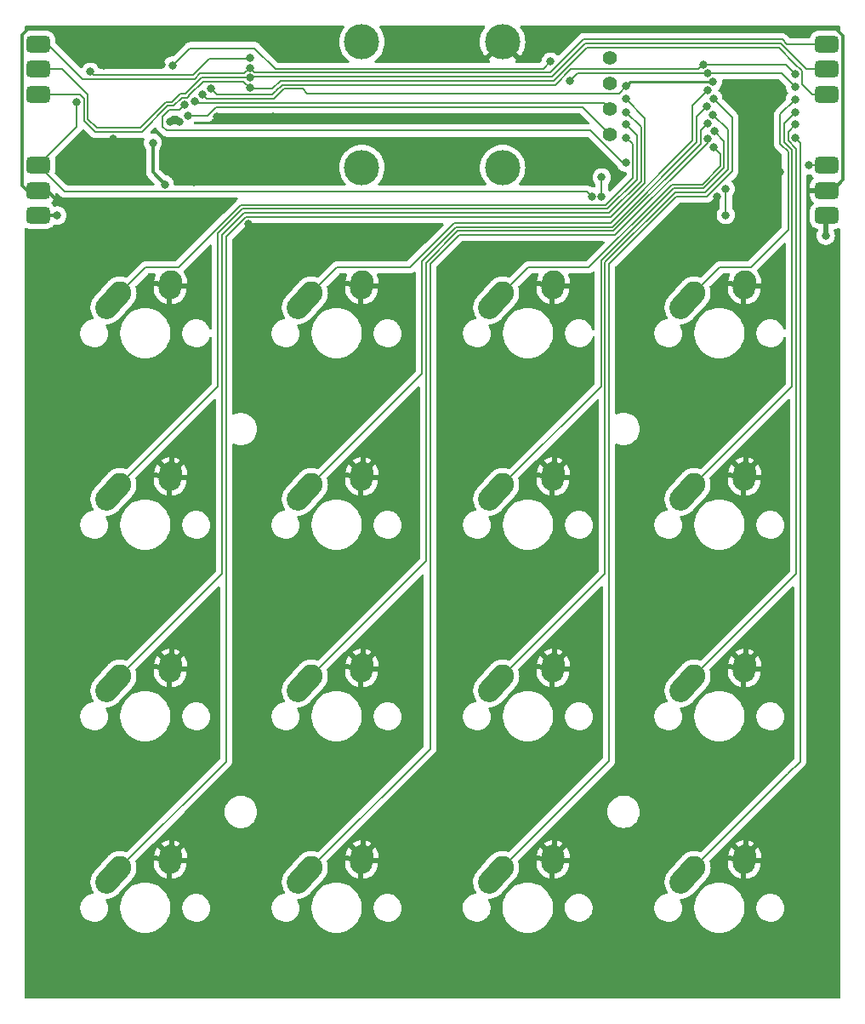
<source format=gbr>
%TF.GenerationSoftware,KiCad,Pcbnew,(6.0.7)*%
%TF.CreationDate,2022-09-25T11:51:51-07:00*%
%TF.ProjectId,ModularKeyboard_Main,4d6f6475-6c61-4724-9b65-79626f617264,0.1*%
%TF.SameCoordinates,Original*%
%TF.FileFunction,Copper,L1,Top*%
%TF.FilePolarity,Positive*%
%FSLAX46Y46*%
G04 Gerber Fmt 4.6, Leading zero omitted, Abs format (unit mm)*
G04 Created by KiCad (PCBNEW (6.0.7)) date 2022-09-25 11:51:51*
%MOMM*%
%LPD*%
G01*
G04 APERTURE LIST*
G04 Aperture macros list*
%AMRoundRect*
0 Rectangle with rounded corners*
0 $1 Rounding radius*
0 $2 $3 $4 $5 $6 $7 $8 $9 X,Y pos of 4 corners*
0 Add a 4 corners polygon primitive as box body*
4,1,4,$2,$3,$4,$5,$6,$7,$8,$9,$2,$3,0*
0 Add four circle primitives for the rounded corners*
1,1,$1+$1,$2,$3*
1,1,$1+$1,$4,$5*
1,1,$1+$1,$6,$7*
1,1,$1+$1,$8,$9*
0 Add four rect primitives between the rounded corners*
20,1,$1+$1,$2,$3,$4,$5,0*
20,1,$1+$1,$4,$5,$6,$7,0*
20,1,$1+$1,$6,$7,$8,$9,0*
20,1,$1+$1,$8,$9,$2,$3,0*%
%AMHorizOval*
0 Thick line with rounded ends*
0 $1 width*
0 $2 $3 position (X,Y) of the first rounded end (center of the circle)*
0 $4 $5 position (X,Y) of the second rounded end (center of the circle)*
0 Add line between two ends*
20,1,$1,$2,$3,$4,$5,0*
0 Add two circle primitives to create the rounded ends*
1,1,$1,$2,$3*
1,1,$1,$4,$5*%
G04 Aperture macros list end*
%TA.AperFunction,ComponentPad*%
%ADD10C,2.250000*%
%TD*%
%TA.AperFunction,ComponentPad*%
%ADD11HorizOval,2.250000X0.655001X0.730000X-0.655001X-0.730000X0*%
%TD*%
%TA.AperFunction,ComponentPad*%
%ADD12HorizOval,2.250000X0.020000X0.290000X-0.020000X-0.290000X0*%
%TD*%
%TA.AperFunction,ComponentPad*%
%ADD13C,3.500000*%
%TD*%
%TA.AperFunction,SMDPad,CuDef*%
%ADD14RoundRect,0.412500X0.787500X-0.412500X0.787500X0.412500X-0.787500X0.412500X-0.787500X-0.412500X0*%
%TD*%
%TA.AperFunction,SMDPad,CuDef*%
%ADD15RoundRect,0.412500X-0.787500X0.412500X-0.787500X-0.412500X0.787500X-0.412500X0.787500X0.412500X0*%
%TD*%
%TA.AperFunction,ComponentPad*%
%ADD16C,1.397000*%
%TD*%
%TA.AperFunction,ViaPad*%
%ADD17C,0.800000*%
%TD*%
%TA.AperFunction,Conductor*%
%ADD18C,0.500000*%
%TD*%
%TA.AperFunction,Conductor*%
%ADD19C,0.300000*%
%TD*%
%TA.AperFunction,Conductor*%
%ADD20C,0.200000*%
%TD*%
%TA.AperFunction,Conductor*%
%ADD21C,0.250000*%
%TD*%
G04 APERTURE END LIST*
D10*
%TO.P,SW12,1,A*%
%TO.N,R1_SW_4*%
X203300000Y-81600000D03*
D11*
X202645001Y-82330000D03*
D12*
%TO.P,SW12,2,B*%
%TO.N,GND*%
X208320000Y-80810000D03*
D10*
X208340000Y-80520000D03*
%TD*%
D13*
%TO.P,MH3,1,Pin_1*%
%TO.N,unconnected-(MH3-Pad1)*%
X170225000Y-69125000D03*
%TD*%
%TO.P,MH1,1,Pin_1*%
%TO.N,unconnected-(MH1-Pad1)*%
X170225000Y-56625000D03*
%TD*%
D10*
%TO.P,SW1,1,A*%
%TO.N,R0_SW_1*%
X146150000Y-100650000D03*
D11*
X145495001Y-101380000D03*
D10*
%TO.P,SW1,2,B*%
%TO.N,GND*%
X151190000Y-99570000D03*
D12*
X151170000Y-99860000D03*
%TD*%
D14*
%TO.P,J3,1,Pin_1*%
%TO.N,+3V3*%
X138000000Y-73890000D03*
%TO.P,J3,2,Pin_2*%
%TO.N,GND*%
X138000000Y-71390000D03*
%TO.P,J3,3,Pin_3*%
%TO.N,SPI2_CS*%
X138000000Y-68890000D03*
%TD*%
D11*
%TO.P,SW3,1,A*%
%TO.N,R0_SW_3*%
X145495001Y-139480000D03*
D10*
X146150000Y-138750000D03*
%TO.P,SW3,2,B*%
%TO.N,GND*%
X151190000Y-137670000D03*
D12*
X151170000Y-137960000D03*
%TD*%
D10*
%TO.P,SW9,1,A*%
%TO.N,R1_SW_1*%
X184250000Y-100650000D03*
D11*
X183595001Y-101380000D03*
D10*
%TO.P,SW9,2,B*%
%TO.N,GND*%
X189290000Y-99570000D03*
D12*
X189270000Y-99860000D03*
%TD*%
D10*
%TO.P,SW8,1,A*%
%TO.N,R1_SW_0*%
X184250000Y-81600000D03*
D11*
X183595001Y-82330000D03*
D12*
%TO.P,SW8,2,B*%
%TO.N,GND*%
X189270000Y-80810000D03*
D10*
X189290000Y-80520000D03*
%TD*%
D11*
%TO.P,SW13,1,A*%
%TO.N,R1_SW_5*%
X202645001Y-101380000D03*
D10*
X203300000Y-100650000D03*
%TO.P,SW13,2,B*%
%TO.N,GND*%
X208340000Y-99570000D03*
D12*
X208320000Y-99860000D03*
%TD*%
D15*
%TO.P,J4,1,Pin_1*%
%TO.N,SPI2_SCK*%
X216500000Y-56850000D03*
%TO.P,J4,2,Pin_2*%
%TO.N,SPI2_MISO*%
X216500000Y-59350000D03*
%TO.P,J4,3,Pin_3*%
%TO.N,SPI2_MOSI*%
X216500000Y-61850000D03*
%TD*%
D10*
%TO.P,SW0,1,A*%
%TO.N,R0_SW_0*%
X146150004Y-81600003D03*
D11*
X145495005Y-82330003D03*
D12*
%TO.P,SW0,2,B*%
%TO.N,GND*%
X151170004Y-80810003D03*
D10*
X151190004Y-80520003D03*
%TD*%
D11*
%TO.P,SW5,1,A*%
%TO.N,R0_SW_5*%
X164545005Y-101380003D03*
D10*
X165200004Y-100650003D03*
%TO.P,SW5,2,B*%
%TO.N,GND*%
X170240004Y-99570003D03*
D12*
X170220004Y-99860003D03*
%TD*%
D13*
%TO.P,MH4,1,Pin_1*%
%TO.N,unconnected-(MH4-Pad1)*%
X184225000Y-69125000D03*
%TD*%
D16*
%TO.P,OL1,1,SDA*%
%TO.N,I2C1_SDA*%
X194925000Y-65835000D03*
%TO.P,OL1,2,SCL*%
%TO.N,I2C1_SCL*%
X194925000Y-63295000D03*
%TO.P,OL1,3,VCC*%
%TO.N,+3V3*%
X194925000Y-60755000D03*
%TO.P,OL1,4,GND*%
%TO.N,GND*%
X194925000Y-58215000D03*
%TD*%
D11*
%TO.P,SW15,1,A*%
%TO.N,R1_SW_7*%
X202645005Y-139480003D03*
D10*
X203300004Y-138750003D03*
D12*
%TO.P,SW15,2,B*%
%TO.N,GND*%
X208320004Y-137960003D03*
D10*
X208340004Y-137670003D03*
%TD*%
%TO.P,SW2,1,A*%
%TO.N,R0_SW_2*%
X146150000Y-119700000D03*
D11*
X145495001Y-120430000D03*
D10*
%TO.P,SW2,2,B*%
%TO.N,GND*%
X151190000Y-118620000D03*
D12*
X151170000Y-118910000D03*
%TD*%
D14*
%TO.P,J2,1,Pin_1*%
%TO.N,SPI2_MOSI*%
X138000000Y-61850000D03*
%TO.P,J2,2,Pin_2*%
%TO.N,SPI2_MISO*%
X138000000Y-59350000D03*
%TO.P,J2,3,Pin_3*%
%TO.N,SPI2_SCK*%
X138000000Y-56850000D03*
%TD*%
D15*
%TO.P,J1,1,Pin_1*%
%TO.N,SPI2_CS*%
X216500000Y-68910000D03*
%TO.P,J1,2,Pin_2*%
%TO.N,GND*%
X216500000Y-71410000D03*
%TO.P,J1,3,Pin_3*%
%TO.N,+3V3*%
X216500000Y-73910000D03*
%TD*%
D10*
%TO.P,SW14,1,A*%
%TO.N,R1_SW_6*%
X203300000Y-119700000D03*
D11*
X202645001Y-120430000D03*
D10*
%TO.P,SW14,2,B*%
%TO.N,GND*%
X208340000Y-118620000D03*
D12*
X208320000Y-118910000D03*
%TD*%
D11*
%TO.P,SW6,1,A*%
%TO.N,R0_SW_6*%
X164545001Y-120430000D03*
D10*
X165200000Y-119700000D03*
%TO.P,SW6,2,B*%
%TO.N,GND*%
X170240000Y-118620000D03*
D12*
X170220000Y-118910000D03*
%TD*%
D13*
%TO.P,MH2,1,Pin_1*%
%TO.N,GND*%
X184225000Y-56625000D03*
%TD*%
D10*
%TO.P,SW4,1,A*%
%TO.N,R0_SW_4*%
X165200004Y-81600003D03*
D11*
X164545005Y-82330003D03*
D12*
%TO.P,SW4,2,B*%
%TO.N,GND*%
X170220004Y-80810003D03*
D10*
X170240004Y-80520003D03*
%TD*%
%TO.P,SW11,1,A*%
%TO.N,R1_SW_3*%
X184230000Y-138750000D03*
D11*
X183575001Y-139480000D03*
D12*
%TO.P,SW11,2,B*%
%TO.N,GND*%
X189250000Y-137960000D03*
D10*
X189270000Y-137670000D03*
%TD*%
D11*
%TO.P,SW10,1,A*%
%TO.N,R1_SW_2*%
X183595005Y-120430003D03*
D10*
X184250004Y-119700003D03*
%TO.P,SW10,2,B*%
%TO.N,GND*%
X189290004Y-118620003D03*
D12*
X189270004Y-118910003D03*
%TD*%
D10*
%TO.P,SW7,1,A*%
%TO.N,R0_SW_7*%
X165200000Y-138750000D03*
D11*
X164545001Y-139480000D03*
D12*
%TO.P,SW7,2,B*%
%TO.N,GND*%
X170220000Y-137960000D03*
D10*
X170240000Y-137670000D03*
%TD*%
D17*
%TO.N,GND*%
X154400000Y-70450000D03*
X154400000Y-72550000D03*
X156800000Y-70450000D03*
X156800000Y-72550000D03*
%TO.N,+3V3*%
X216400000Y-75900000D03*
X139900000Y-73900000D03*
%TO.N,GND*%
X147300000Y-58100000D03*
X190600000Y-56400000D03*
X146750000Y-57000000D03*
X174000000Y-64275000D03*
X144550000Y-59000000D03*
X155750000Y-64050000D03*
X151100000Y-64550000D03*
X181400000Y-64300000D03*
X145450000Y-66250000D03*
X162550000Y-68950000D03*
X172200000Y-66575000D03*
X152074484Y-64592272D03*
X174000000Y-66575000D03*
X148350000Y-72750000D03*
X144900000Y-69000000D03*
X174900000Y-66575000D03*
X173100000Y-66575000D03*
X145800000Y-68350000D03*
X144600000Y-70450000D03*
X180500000Y-64300000D03*
X180500000Y-66600000D03*
X211858530Y-69550000D03*
X154000000Y-56000000D03*
X174900000Y-64275000D03*
X179600000Y-66600000D03*
X182300000Y-64300000D03*
X151850000Y-67650000D03*
X181400000Y-66600000D03*
X150300000Y-58924500D03*
X179600000Y-64300000D03*
X182300000Y-66600000D03*
X144600000Y-72550000D03*
X157400000Y-67150000D03*
X173100000Y-64275000D03*
X153500000Y-70550000D03*
X205600000Y-72000000D03*
X172200000Y-64275000D03*
X147350000Y-66600000D03*
X152700000Y-67300000D03*
X158950000Y-74750000D03*
X163850000Y-67150000D03*
X161350000Y-64050000D03*
%TO.N,NRST*%
X150600000Y-70800000D03*
X149400000Y-66650000D03*
%TO.N,PL*%
X213350000Y-59800000D03*
X155176245Y-61283200D03*
X204196585Y-58860049D03*
%TO.N,CE*%
X196500000Y-61050000D03*
X154334438Y-61822057D03*
X205183444Y-60598110D03*
%TO.N,R0_SW_0*%
X196550000Y-66150000D03*
%TO.N,R0_SW_1*%
X196550000Y-64850000D03*
%TO.N,R0_SW_2*%
X196500000Y-63600000D03*
%TO.N,R0_SW_3*%
X196500000Y-62300000D03*
%TO.N,R0_SW_4*%
X204641973Y-61438238D03*
%TO.N,R0_SW_5*%
X204593682Y-63054226D03*
%TO.N,R0_SW_6*%
X204669737Y-64719629D03*
%TO.N,R0_SW_7*%
X204647658Y-66275180D03*
%TO.N,R1_SW_0*%
X205217447Y-67096365D03*
%TO.N,R1_SW_1*%
X205286288Y-65506312D03*
%TO.N,R1_SW_2*%
X205182649Y-63861767D03*
%TO.N,R1_SW_3*%
X205205415Y-62263791D03*
%TO.N,R1_SW_4*%
X213350000Y-62350000D03*
%TO.N,R1_SW_5*%
X213350000Y-63600000D03*
%TO.N,R1_SW_6*%
X213350000Y-64850000D03*
%TO.N,R1_SW_7*%
X213350000Y-66150000D03*
%TO.N,SPI1_SCK*%
X204674506Y-59737885D03*
X151350000Y-59000000D03*
X213350000Y-61100000D03*
X190900000Y-60500000D03*
X189000000Y-58600000D03*
%TO.N,SPI1_MISO*%
X152600000Y-62900000D03*
X196500000Y-68650000D03*
%TO.N,R0_DS*%
X206450000Y-71250000D03*
X194100000Y-72000000D03*
X194100000Y-70100000D03*
X206450000Y-73850000D03*
%TO.N,I2C1_SDA*%
X152900000Y-63950000D03*
%TO.N,I2C1_SCL*%
X153600000Y-62500000D03*
%TO.N,SPI2_SCK*%
X159050000Y-59200000D03*
%TO.N,SPI2_MISO*%
X159050000Y-60199503D03*
%TO.N,SPI2_MOSI*%
X159050000Y-61199006D03*
%TO.N,SPI2_CS*%
X193100000Y-72000000D03*
X159050000Y-58200000D03*
X143200000Y-59600500D03*
X141849500Y-62600000D03*
X214700000Y-68900000D03*
%TD*%
D18*
%TO.N,+3V3*%
X216400000Y-74010000D02*
X216500000Y-73910000D01*
D19*
X139890000Y-73890000D02*
X139900000Y-73900000D01*
D18*
X216400000Y-75900000D02*
X216400000Y-74010000D01*
D19*
X138000000Y-73890000D02*
X139890000Y-73890000D01*
%TO.N,GND*%
X138890000Y-71390000D02*
X139900000Y-72400000D01*
X136400000Y-55900000D02*
X137000000Y-55300000D01*
X218100000Y-56900000D02*
X218100000Y-56000000D01*
X136400000Y-57100000D02*
X136400000Y-55900000D01*
X136890000Y-71390000D02*
X136400000Y-70900000D01*
X136400000Y-70900000D02*
X136400000Y-57100000D01*
X218100000Y-70365001D02*
X218100000Y-56900000D01*
X217055001Y-71410000D02*
X218100000Y-70365001D01*
X138000000Y-71390000D02*
X136890000Y-71390000D01*
X216500000Y-71410000D02*
X217055001Y-71410000D01*
X138000000Y-71390000D02*
X138890000Y-71390000D01*
X218100000Y-56000000D02*
X217400000Y-55300000D01*
%TO.N,NRST*%
X149400000Y-66650000D02*
X149400000Y-69600000D01*
X149400000Y-69600000D02*
X150600000Y-70800000D01*
D20*
%TO.N,PL*%
X191027801Y-59337885D02*
X197162115Y-59337885D01*
X155176245Y-61283200D02*
X155793045Y-61900000D01*
X162284315Y-60900000D02*
X189300000Y-60900000D01*
X161667157Y-61517157D02*
X162284315Y-60900000D01*
X189465686Y-60900000D02*
X191027801Y-59337885D01*
X203718749Y-59337885D02*
X204196585Y-58860049D01*
X159450000Y-61900000D02*
X161000000Y-61900000D01*
X189300000Y-60900000D02*
X189465686Y-60900000D01*
X155793045Y-61900000D02*
X159450000Y-61900000D01*
X161000000Y-61900000D02*
X161284314Y-61900000D01*
X204196585Y-58860049D02*
X212410049Y-58860049D01*
X161284314Y-61900000D02*
X161667157Y-61517157D01*
X212410049Y-58860049D02*
X213350000Y-59800000D01*
X197162115Y-59337885D02*
X203718749Y-59337885D01*
%TO.N,CE*%
X154812381Y-62300000D02*
X161450000Y-62300000D01*
X154334438Y-61822057D02*
X154812381Y-62300000D01*
X164300000Y-61300000D02*
X164753500Y-61753500D01*
X195796500Y-61753500D02*
X196500000Y-61050000D01*
D21*
X196951890Y-60598110D02*
X196500000Y-61050000D01*
D20*
X161450000Y-62300000D02*
X162450000Y-61300000D01*
X162450000Y-61300000D02*
X164300000Y-61300000D01*
X164753500Y-61753500D02*
X195796500Y-61753500D01*
D21*
X205183444Y-60598110D02*
X196951890Y-60598110D01*
D20*
%TO.N,R0_SW_0*%
X151955223Y-79057769D02*
X148692238Y-79057769D01*
X158177208Y-72835785D02*
X194504413Y-72835785D01*
X197200000Y-66800000D02*
X196550000Y-66150000D01*
X156831496Y-74181496D02*
X151955223Y-79057769D01*
X156831496Y-74181496D02*
X158177208Y-72835785D01*
X197200000Y-70140198D02*
X197200000Y-66800000D01*
X194504413Y-72835785D02*
X197200000Y-70140198D01*
X148692238Y-79057769D02*
X146150004Y-81600003D01*
%TO.N,R0_SW_1*%
X155900000Y-90900000D02*
X146150000Y-100650000D01*
X194670099Y-73235785D02*
X158342893Y-73235785D01*
X155900000Y-75678679D02*
X155900000Y-90900000D01*
X158342893Y-73235785D02*
X155900000Y-75678679D01*
X197600000Y-70305884D02*
X194670099Y-73235785D01*
X196550000Y-64850000D02*
X197600000Y-65900000D01*
X197600000Y-65900000D02*
X197600000Y-70305884D01*
%TO.N,R0_SW_2*%
X196500000Y-63600000D02*
X198000000Y-65100000D01*
X158508579Y-73635785D02*
X156300000Y-75844364D01*
X198000000Y-70471570D02*
X194835785Y-73635785D01*
X194835785Y-73635785D02*
X158508579Y-73635785D01*
X198000000Y-65100000D02*
X198000000Y-67300000D01*
X198000000Y-67300000D02*
X198000000Y-70471570D01*
X156300000Y-109550000D02*
X146150000Y-119700000D01*
X156300000Y-75844364D02*
X156300000Y-109550000D01*
%TO.N,R0_SW_3*%
X158660050Y-74050000D02*
X194987256Y-74050000D01*
X198400000Y-64200000D02*
X196500000Y-62300000D01*
X156700000Y-128200000D02*
X156700000Y-96550000D01*
X198400000Y-70637256D02*
X198400000Y-64200000D01*
X156700000Y-76010050D02*
X158660050Y-74050000D01*
X156700000Y-96550000D02*
X156700000Y-76010050D01*
X194987256Y-74050000D02*
X198400000Y-70637256D01*
X146150000Y-138750000D02*
X156700000Y-128200000D01*
%TO.N,R0_SW_4*%
X203147658Y-66455284D02*
X203147658Y-62932553D01*
X203147658Y-62932553D02*
X204641973Y-61438238D01*
X174995174Y-79057769D02*
X179402944Y-74650000D01*
X194952942Y-74650000D02*
X203147658Y-66455284D01*
X167742238Y-79057769D02*
X174995174Y-79057769D01*
X179402944Y-74650000D02*
X194952942Y-74650000D01*
X165200004Y-81600003D02*
X167742238Y-79057769D01*
%TO.N,R0_SW_5*%
X203547658Y-64100250D02*
X204593682Y-63054226D01*
X176200000Y-78418629D02*
X179568628Y-75050000D01*
X203547658Y-66620970D02*
X203547658Y-64100250D01*
X176200000Y-89650008D02*
X176200000Y-78418629D01*
X173750004Y-92100004D02*
X165200004Y-100650003D01*
X179568628Y-75050000D02*
X195118628Y-75050000D01*
X173750004Y-92100004D02*
X176200000Y-89650008D01*
X195118628Y-75050000D02*
X203547658Y-66620970D01*
%TO.N,R0_SW_6*%
X195284314Y-75450000D02*
X203947658Y-66786656D01*
X203947658Y-65441708D02*
X204669737Y-64719629D01*
X176600000Y-108300000D02*
X176600000Y-78584314D01*
X165200000Y-119700000D02*
X176600000Y-108300000D01*
X176600000Y-78584314D02*
X179734315Y-75450000D01*
X203947658Y-66786656D02*
X203947658Y-65441708D01*
X179734315Y-75450000D02*
X195284314Y-75450000D01*
%TO.N,R0_SW_7*%
X165200000Y-138750000D02*
X177000000Y-126950000D01*
X177000000Y-78750000D02*
X177000000Y-125600000D01*
X179900000Y-75850000D02*
X177000000Y-78750000D01*
X195450000Y-75850000D02*
X179900000Y-75850000D01*
X204647658Y-66275180D02*
X204647658Y-66652342D01*
X204647658Y-66652342D02*
X195450000Y-75850000D01*
X177000000Y-126950000D02*
X177000000Y-125600000D01*
%TO.N,R1_SW_0*%
X205885900Y-67764818D02*
X205885900Y-69014100D01*
X192815686Y-79050000D02*
X186800000Y-79050000D01*
X186800000Y-79050000D02*
X184250000Y-81600000D01*
X200032843Y-71832843D02*
X192815686Y-79050000D01*
X205217447Y-67096365D02*
X205885900Y-67764818D01*
X204100000Y-70800000D02*
X201065686Y-70800000D01*
X205885900Y-69014100D02*
X204100000Y-70800000D01*
X201065686Y-70800000D02*
X200032843Y-71832843D01*
%TO.N,R1_SW_1*%
X184250000Y-100650000D02*
X194024999Y-90875001D01*
X204250000Y-71215686D02*
X206285900Y-69179786D01*
X206285900Y-69179786D02*
X206285900Y-66505924D01*
X194024999Y-78406373D02*
X201215686Y-71215686D01*
X194024999Y-90875001D02*
X194024999Y-78406373D01*
X201215686Y-71215686D02*
X204250000Y-71215686D01*
X206285900Y-66505924D02*
X205286288Y-65506312D01*
%TO.N,R1_SW_2*%
X201384314Y-71615686D02*
X204415686Y-71615686D01*
X204415686Y-71615686D02*
X206685900Y-69345472D01*
X194424999Y-96874999D02*
X194424999Y-78575001D01*
X184250004Y-119700003D02*
X194424999Y-109525008D01*
X206685900Y-65365018D02*
X205182649Y-63861767D01*
X194424999Y-106750000D02*
X194424999Y-96874999D01*
X194424999Y-109525008D02*
X194424999Y-106750000D01*
X206685900Y-69345472D02*
X206685900Y-65365018D01*
X194424999Y-78575001D02*
X201384314Y-71615686D01*
%TO.N,R1_SW_3*%
X194824999Y-95024999D02*
X194824999Y-78740687D01*
X194824999Y-78740687D02*
X201550000Y-72015686D01*
X194824999Y-128155001D02*
X194824999Y-95024999D01*
X184230000Y-138750000D02*
X194824999Y-128155001D01*
X204581372Y-72015686D02*
X207085900Y-69511158D01*
X207085900Y-69511158D02*
X207085900Y-64144276D01*
X207085900Y-64144276D02*
X205205415Y-62263791D01*
X201550000Y-72015686D02*
X204581372Y-72015686D01*
%TO.N,R1_SW_4*%
X212650000Y-67571322D02*
X211850000Y-66771322D01*
X208950000Y-79050000D02*
X212650000Y-75350000D01*
X212650000Y-75350000D02*
X212650000Y-74250000D01*
X212650000Y-74250000D02*
X212650000Y-67571322D01*
X203300000Y-81600000D02*
X205850000Y-79050000D01*
X211850000Y-66771322D02*
X211850000Y-63850000D01*
X211850000Y-63850000D02*
X213350000Y-62350000D01*
X205850000Y-79050000D02*
X208950000Y-79050000D01*
%TO.N,R1_SW_5*%
X213050000Y-84374999D02*
X213050000Y-77150000D01*
X213050000Y-90900000D02*
X213050000Y-84374999D01*
X213350000Y-63600000D02*
X212250000Y-64700000D01*
X212250000Y-66150000D02*
X212250000Y-66605636D01*
X212250000Y-66605636D02*
X213050000Y-67405636D01*
X203300000Y-100650000D02*
X213050000Y-90900000D01*
X213050000Y-67405636D02*
X213050000Y-78450000D01*
X212250000Y-64700000D02*
X212250000Y-66150000D01*
%TO.N,R1_SW_6*%
X213450000Y-67239950D02*
X213450000Y-109550000D01*
X212650000Y-65550000D02*
X212650000Y-66439950D01*
X213350000Y-64850000D02*
X212650000Y-65550000D01*
X213450000Y-109550000D02*
X203300000Y-119700000D01*
X212650000Y-66439950D02*
X213450000Y-67239950D01*
%TO.N,R1_SW_7*%
X213850000Y-128200008D02*
X213850000Y-127750000D01*
X213850000Y-127750000D02*
X213850000Y-66650000D01*
X213850000Y-66650000D02*
X213350000Y-66150000D01*
X203300004Y-138750003D02*
X212600004Y-129450004D01*
X212600004Y-129450004D02*
X213850000Y-128200008D01*
%TO.N,SPI1_SCK*%
X204674506Y-59737885D02*
X191662115Y-59737885D01*
X159550000Y-57250000D02*
X153100000Y-57250000D01*
X188300000Y-59300000D02*
X189000000Y-58600000D01*
X191662115Y-59737885D02*
X190900000Y-60500000D01*
X184800000Y-59300000D02*
X188300000Y-59300000D01*
X159550000Y-57250000D02*
X161600000Y-59300000D01*
X153100000Y-57250000D02*
X151350000Y-59000000D01*
X211987885Y-59737885D02*
X213350000Y-61100000D01*
X204674506Y-59737885D02*
X211987885Y-59737885D01*
X161600000Y-59300000D02*
X184800000Y-59300000D01*
%TO.N,SPI1_MISO*%
X150400000Y-65050000D02*
X150800000Y-65450000D01*
X150400000Y-64050000D02*
X150400000Y-65050000D01*
X150800000Y-65450000D02*
X193000000Y-65450000D01*
X151050000Y-63400000D02*
X150400000Y-64050000D01*
X152100000Y-63400000D02*
X152600000Y-62900000D01*
X152100000Y-63400000D02*
X151050000Y-63400000D01*
X193000000Y-65450000D02*
X196200000Y-68650000D01*
X196200000Y-68650000D02*
X196500000Y-68650000D01*
%TO.N,R0_DS*%
X206450000Y-72300000D02*
X206450000Y-73850000D01*
X194100000Y-72000000D02*
X194100000Y-70100000D01*
X206450000Y-71250000D02*
X206450000Y-72300000D01*
%TO.N,I2C1_SDA*%
X155710050Y-63100000D02*
X192190000Y-63100000D01*
X154860050Y-63950000D02*
X155710050Y-63100000D01*
X192190000Y-63100000D02*
X193470000Y-64380000D01*
X152900000Y-63950000D02*
X154860050Y-63950000D01*
X194925000Y-65835000D02*
X193470000Y-64380000D01*
%TO.N,I2C1_SCL*%
X153800000Y-62700000D02*
X194330000Y-62700000D01*
X194330000Y-62700000D02*
X194925000Y-63295000D01*
X153600000Y-62500000D02*
X153800000Y-62700000D01*
%TO.N,SPI2_SCK*%
X188968628Y-59700000D02*
X192268630Y-56400000D01*
X159050000Y-59200000D02*
X158466800Y-59783200D01*
X142400000Y-60300000D02*
X138950000Y-56850000D01*
X153568628Y-60300000D02*
X142400000Y-60300000D01*
X159050000Y-59200000D02*
X159550000Y-59700000D01*
X138950000Y-56850000D02*
X138000000Y-56850000D01*
X158466800Y-59783200D02*
X154085428Y-59783200D01*
X154085428Y-59783200D02*
X153568628Y-60300000D01*
X212521322Y-56850000D02*
X216500000Y-56850000D01*
X192268630Y-56400000D02*
X212071320Y-56400000D01*
X159550000Y-59700000D02*
X188968628Y-59700000D01*
X212071320Y-56400000D02*
X212521322Y-56850000D01*
%TO.N,SPI2_MISO*%
X142949500Y-64283814D02*
X142949500Y-61893364D01*
X214455636Y-59350000D02*
X216500000Y-59350000D01*
X154251114Y-60183200D02*
X152634314Y-61800000D01*
X152144364Y-61800000D02*
X151344364Y-62600000D01*
X142949500Y-61893364D02*
X140406136Y-59350000D01*
X189134314Y-60100000D02*
X192434315Y-56800000D01*
X159149503Y-60100000D02*
X189134314Y-60100000D01*
X150718628Y-62600000D02*
X148168628Y-65150000D01*
X140406136Y-59350000D02*
X138000000Y-59350000D01*
X148168628Y-65150000D02*
X143815686Y-65150000D01*
X143815686Y-65150000D02*
X142949500Y-64283814D01*
X159050000Y-60199503D02*
X159149503Y-60100000D01*
X211905635Y-56800000D02*
X214455636Y-59350000D01*
X159033697Y-60183200D02*
X154251114Y-60183200D01*
X159050000Y-60199503D02*
X159033697Y-60183200D01*
X192434315Y-56800000D02*
X211905635Y-56800000D01*
X151344364Y-62600000D02*
X150718628Y-62600000D01*
X152634314Y-61800000D02*
X152144364Y-61800000D01*
%TO.N,SPI2_MOSI*%
X142549500Y-64449500D02*
X142549500Y-62249500D01*
X159050000Y-61199006D02*
X159150994Y-61300000D01*
X158434194Y-60583200D02*
X154416800Y-60583200D01*
X151510050Y-63000000D02*
X150884314Y-63000000D01*
X211739950Y-57200000D02*
X213319975Y-58780025D01*
X159050000Y-61199006D02*
X158434194Y-60583200D01*
X214050000Y-59510050D02*
X214050000Y-60810050D01*
X161318628Y-61300000D02*
X162118630Y-60500000D01*
X215089950Y-61850000D02*
X214219975Y-60980025D01*
X148334314Y-65550000D02*
X143650000Y-65550000D01*
X159150994Y-61300000D02*
X161318628Y-61300000D01*
X142150000Y-61850000D02*
X138000000Y-61850000D01*
X153100000Y-61900000D02*
X152800000Y-62200000D01*
X214050000Y-60810050D02*
X214219975Y-60980025D01*
X153100000Y-61900000D02*
X152899999Y-62100000D01*
X150884314Y-63000000D02*
X148334314Y-65550000D01*
X152800000Y-62200000D02*
X152310050Y-62200000D01*
X142549500Y-62249500D02*
X142150000Y-61850000D01*
X162118630Y-60500000D02*
X189300000Y-60500000D01*
X152310050Y-62200000D02*
X151510050Y-63000000D01*
X192600000Y-57200000D02*
X211739950Y-57200000D01*
X143650000Y-65550000D02*
X142549500Y-64449500D01*
X213319975Y-58780025D02*
X214050000Y-59510050D01*
X189300000Y-60500000D02*
X192600000Y-57200000D01*
X216500000Y-61850000D02*
X215089950Y-61850000D01*
X154416800Y-60583200D02*
X153100000Y-61900000D01*
%TO.N,SPI2_CS*%
X158950000Y-58300000D02*
X159050000Y-58200000D01*
X143499500Y-59900000D02*
X153400000Y-59900000D01*
X141849500Y-65040500D02*
X141849500Y-62600000D01*
X216500000Y-68910000D02*
X214710000Y-68910000D01*
X140610000Y-71500000D02*
X192600000Y-71500000D01*
X138000000Y-68890000D02*
X141745000Y-65145000D01*
X143200000Y-59600500D02*
X143499500Y-59900000D01*
X155000000Y-58300000D02*
X158950000Y-58300000D01*
X141745000Y-65145000D02*
X141849500Y-65040500D01*
X214710000Y-68910000D02*
X214700000Y-68900000D01*
X138000000Y-68890000D02*
X140610000Y-71500000D01*
X153400000Y-59900000D02*
X155000000Y-58300000D01*
X192600000Y-71500000D02*
X193100000Y-72000000D01*
%TD*%
%TA.AperFunction,Conductor*%
%TO.N,GND*%
G36*
X211751767Y-60366387D02*
G01*
X211772741Y-60383290D01*
X212400281Y-61010830D01*
X212434307Y-61073142D01*
X212436841Y-61096716D01*
X212436496Y-61100000D01*
X212437186Y-61106565D01*
X212454581Y-61272065D01*
X212456458Y-61289928D01*
X212515473Y-61471556D01*
X212518776Y-61477278D01*
X212518777Y-61477279D01*
X212526866Y-61491289D01*
X212610960Y-61636944D01*
X212615380Y-61641852D01*
X212619259Y-61647192D01*
X212617920Y-61648165D01*
X212645050Y-61704696D01*
X212636287Y-61775149D01*
X212618750Y-61802438D01*
X212619259Y-61802808D01*
X212615380Y-61808148D01*
X212610960Y-61813056D01*
X212515473Y-61978444D01*
X212456458Y-62160072D01*
X212455768Y-62166633D01*
X212455768Y-62166635D01*
X212440860Y-62308477D01*
X212436496Y-62350000D01*
X212436684Y-62351786D01*
X212417184Y-62418196D01*
X212400281Y-62439170D01*
X211453766Y-63385685D01*
X211441375Y-63396552D01*
X211416013Y-63416013D01*
X211391526Y-63447925D01*
X211391523Y-63447928D01*
X211318476Y-63543124D01*
X211257894Y-63689382D01*
X211257162Y-63691150D01*
X211241500Y-63810115D01*
X211241500Y-63810120D01*
X211236250Y-63850000D01*
X211237328Y-63858188D01*
X211240422Y-63881690D01*
X211241500Y-63898136D01*
X211241500Y-66723186D01*
X211240422Y-66739629D01*
X211236250Y-66771322D01*
X211241500Y-66811202D01*
X211241500Y-66811207D01*
X211248995Y-66868136D01*
X211257162Y-66930173D01*
X211318476Y-67078198D01*
X211323503Y-67084749D01*
X211323504Y-67084751D01*
X211391520Y-67173391D01*
X211391526Y-67173397D01*
X211416013Y-67205309D01*
X211422568Y-67210339D01*
X211441379Y-67224774D01*
X211453770Y-67235641D01*
X212004595Y-67786466D01*
X212038621Y-67848778D01*
X212041500Y-67875561D01*
X212041500Y-75045761D01*
X212021498Y-75113882D01*
X212004595Y-75134856D01*
X208734856Y-78404595D01*
X208672544Y-78438621D01*
X208645761Y-78441500D01*
X205898144Y-78441500D01*
X205881698Y-78440422D01*
X205858188Y-78437327D01*
X205850000Y-78436249D01*
X205691149Y-78457162D01*
X205683520Y-78460322D01*
X205673413Y-78464509D01*
X205543124Y-78518476D01*
X205497305Y-78553634D01*
X205447937Y-78591515D01*
X205447921Y-78591529D01*
X205422566Y-78610984D01*
X205422563Y-78610987D01*
X205416013Y-78616013D01*
X205410983Y-78622568D01*
X205396548Y-78641379D01*
X205385681Y-78653770D01*
X204001259Y-80038192D01*
X203938947Y-80072218D01*
X203863946Y-80065506D01*
X203810913Y-80043539D01*
X203810911Y-80043538D01*
X203806340Y-80041645D01*
X203801529Y-80040490D01*
X203801526Y-80040489D01*
X203780824Y-80035519D01*
X203769511Y-80032803D01*
X203757073Y-80029130D01*
X203726012Y-80018191D01*
X203726004Y-80018189D01*
X203721339Y-80016546D01*
X203641697Y-80001928D01*
X203635053Y-80000522D01*
X203582710Y-79987956D01*
X203561138Y-79982777D01*
X203561135Y-79982777D01*
X203556326Y-79981622D01*
X203535613Y-79979992D01*
X203518563Y-79978650D01*
X203505703Y-79976968D01*
X203473318Y-79971024D01*
X203473313Y-79971023D01*
X203468445Y-79970130D01*
X203387510Y-79968151D01*
X203380729Y-79967803D01*
X203300000Y-79961449D01*
X203295070Y-79961837D01*
X203262238Y-79964421D01*
X203249272Y-79964771D01*
X203216360Y-79963966D01*
X203216357Y-79963966D01*
X203211403Y-79963845D01*
X203131149Y-79974553D01*
X203124399Y-79975269D01*
X203090702Y-79977921D01*
X203048611Y-79981233D01*
X203048605Y-79981234D01*
X203043674Y-79981622D01*
X203038862Y-79982777D01*
X203038857Y-79982778D01*
X203006831Y-79990467D01*
X202994085Y-79992841D01*
X202956543Y-79997850D01*
X202878973Y-80020973D01*
X202872411Y-80022738D01*
X202793660Y-80041645D01*
X202789094Y-80043536D01*
X202789092Y-80043537D01*
X202758653Y-80056145D01*
X202746430Y-80060485D01*
X202714890Y-80069887D01*
X202710140Y-80071303D01*
X202669195Y-80090920D01*
X202637145Y-80106275D01*
X202630923Y-80109051D01*
X202560691Y-80138143D01*
X202560685Y-80138146D01*
X202556113Y-80140040D01*
X202523804Y-80159839D01*
X202512417Y-80166034D01*
X202482724Y-80180260D01*
X202482719Y-80180263D01*
X202478261Y-80182399D01*
X202446381Y-80204392D01*
X202411652Y-80228349D01*
X202405940Y-80232065D01*
X202341107Y-80271795D01*
X202341097Y-80271802D01*
X202336884Y-80274384D01*
X202333121Y-80277598D01*
X202308066Y-80298997D01*
X202297789Y-80306898D01*
X202266617Y-80328401D01*
X202248055Y-80346077D01*
X202208020Y-80384202D01*
X202202960Y-80388766D01*
X202141369Y-80441369D01*
X202138161Y-80445125D01*
X202138156Y-80445130D01*
X202071799Y-80522824D01*
X202069778Y-80525134D01*
X200731313Y-82016856D01*
X200729816Y-82018814D01*
X200625500Y-82155252D01*
X200614246Y-82169971D01*
X200491953Y-82396144D01*
X200490309Y-82400811D01*
X200490309Y-82400812D01*
X200408188Y-82633999D01*
X200408187Y-82634002D01*
X200406546Y-82638663D01*
X200405654Y-82643524D01*
X200405653Y-82643527D01*
X200382135Y-82771664D01*
X200360130Y-82891557D01*
X200360009Y-82896512D01*
X200354730Y-83112423D01*
X200353845Y-83148599D01*
X200387850Y-83403460D01*
X200461303Y-83649862D01*
X200463445Y-83654332D01*
X200463445Y-83654333D01*
X200508298Y-83747949D01*
X200572399Y-83881741D01*
X200575214Y-83885822D01*
X200575216Y-83885825D01*
X200672161Y-84026357D01*
X200694379Y-84093788D01*
X200676613Y-84162526D01*
X200624505Y-84210747D01*
X200579100Y-84223454D01*
X200541545Y-84226640D01*
X200491363Y-84230898D01*
X200491359Y-84230899D01*
X200486052Y-84231349D01*
X200480897Y-84232687D01*
X200480891Y-84232688D01*
X200303177Y-84278814D01*
X200258794Y-84290333D01*
X200253928Y-84292525D01*
X200253925Y-84292526D01*
X200049583Y-84384576D01*
X200049580Y-84384577D01*
X200044722Y-84386766D01*
X199849959Y-84517888D01*
X199680073Y-84679951D01*
X199539922Y-84868321D01*
X199537506Y-84873072D01*
X199537504Y-84873076D01*
X199479280Y-84987595D01*
X199433513Y-85077612D01*
X199363889Y-85301840D01*
X199363188Y-85307129D01*
X199346092Y-85436116D01*
X199333039Y-85534593D01*
X199341848Y-85769216D01*
X199359642Y-85854022D01*
X199384169Y-85970913D01*
X199390062Y-85999001D01*
X199476302Y-86217377D01*
X199479071Y-86221940D01*
X199574066Y-86378486D01*
X199598104Y-86418100D01*
X199751985Y-86595432D01*
X199756117Y-86598820D01*
X199929416Y-86740917D01*
X199929422Y-86740921D01*
X199933544Y-86744301D01*
X199938180Y-86746940D01*
X199938183Y-86746942D01*
X200054642Y-86813234D01*
X200137590Y-86860451D01*
X200358289Y-86940561D01*
X200363538Y-86941510D01*
X200363541Y-86941511D01*
X200444615Y-86956171D01*
X200589330Y-86982340D01*
X200593469Y-86982535D01*
X200593476Y-86982536D01*
X200612440Y-86983430D01*
X200612449Y-86983430D01*
X200613929Y-86983500D01*
X200778950Y-86983500D01*
X200860299Y-86976597D01*
X200948637Y-86969102D01*
X200948641Y-86969101D01*
X200953948Y-86968651D01*
X200959103Y-86967313D01*
X200959109Y-86967312D01*
X201136823Y-86921186D01*
X201181206Y-86909667D01*
X201186072Y-86907475D01*
X201186075Y-86907474D01*
X201390417Y-86815424D01*
X201390420Y-86815423D01*
X201395278Y-86813234D01*
X201590041Y-86682112D01*
X201601646Y-86671042D01*
X201756070Y-86523728D01*
X201759927Y-86520049D01*
X201900078Y-86331679D01*
X201960719Y-86212408D01*
X202004069Y-86127144D01*
X202004069Y-86127143D01*
X202006487Y-86122388D01*
X202076111Y-85898160D01*
X202093908Y-85763887D01*
X202094763Y-85757438D01*
X203297600Y-85757438D01*
X203337064Y-86069830D01*
X203415370Y-86374813D01*
X203531284Y-86667577D01*
X203533186Y-86671036D01*
X203533187Y-86671039D01*
X203680359Y-86938743D01*
X203682976Y-86943504D01*
X203868055Y-87198244D01*
X204083602Y-87427778D01*
X204326218Y-87628487D01*
X204592076Y-87797206D01*
X204595655Y-87798890D01*
X204595662Y-87798894D01*
X204873394Y-87929584D01*
X204873398Y-87929586D01*
X204876984Y-87931273D01*
X205176448Y-88028575D01*
X205485746Y-88087577D01*
X205579300Y-88093463D01*
X205719358Y-88102275D01*
X205719374Y-88102276D01*
X205721353Y-88102400D01*
X205878647Y-88102400D01*
X205880626Y-88102276D01*
X205880642Y-88102275D01*
X206020700Y-88093463D01*
X206114254Y-88087577D01*
X206423552Y-88028575D01*
X206723016Y-87931273D01*
X206726602Y-87929586D01*
X206726606Y-87929584D01*
X207004338Y-87798894D01*
X207004345Y-87798890D01*
X207007924Y-87797206D01*
X207273782Y-87628487D01*
X207516398Y-87427778D01*
X207731945Y-87198244D01*
X207917024Y-86943504D01*
X207919642Y-86938743D01*
X208066813Y-86671039D01*
X208066814Y-86671036D01*
X208068716Y-86667577D01*
X208184630Y-86374813D01*
X208262936Y-86069830D01*
X208302400Y-85757438D01*
X208302400Y-85442562D01*
X208262936Y-85130170D01*
X208184630Y-84825187D01*
X208068716Y-84532423D01*
X208060727Y-84517891D01*
X207918933Y-84259968D01*
X207918931Y-84259965D01*
X207917024Y-84256496D01*
X207731945Y-84001756D01*
X207516398Y-83772222D01*
X207273782Y-83571513D01*
X207016447Y-83408203D01*
X207011271Y-83404918D01*
X207011270Y-83404918D01*
X207007924Y-83402794D01*
X207004343Y-83401109D01*
X207004338Y-83401106D01*
X206726606Y-83270416D01*
X206726602Y-83270414D01*
X206723016Y-83268727D01*
X206423552Y-83171425D01*
X206114254Y-83112423D01*
X206020700Y-83106537D01*
X205880642Y-83097725D01*
X205880626Y-83097724D01*
X205878647Y-83097600D01*
X205721353Y-83097600D01*
X205719374Y-83097724D01*
X205719358Y-83097725D01*
X205579300Y-83106537D01*
X205485746Y-83112423D01*
X205176448Y-83171425D01*
X204876984Y-83268727D01*
X204873398Y-83270414D01*
X204873394Y-83270416D01*
X204595662Y-83401106D01*
X204595657Y-83401109D01*
X204592076Y-83402794D01*
X204588730Y-83404918D01*
X204588729Y-83404918D01*
X204583553Y-83408203D01*
X204326218Y-83571513D01*
X204083602Y-83772222D01*
X203868055Y-84001756D01*
X203682976Y-84256496D01*
X203681069Y-84259965D01*
X203681067Y-84259968D01*
X203539273Y-84517891D01*
X203531284Y-84532423D01*
X203415370Y-84825187D01*
X203337064Y-85130170D01*
X203297600Y-85442562D01*
X203297600Y-85757438D01*
X202094763Y-85757438D01*
X202106261Y-85670690D01*
X202106261Y-85670687D01*
X202106961Y-85665407D01*
X202098152Y-85430784D01*
X202072207Y-85307132D01*
X202051035Y-85206226D01*
X202051034Y-85206223D01*
X202049938Y-85200999D01*
X201963698Y-84982623D01*
X201905034Y-84885948D01*
X201886795Y-84817334D01*
X201908546Y-84749751D01*
X201963383Y-84704657D01*
X202015833Y-84694620D01*
X202051770Y-84695499D01*
X202073643Y-84696034D01*
X202073645Y-84696034D01*
X202078599Y-84696155D01*
X202333460Y-84662150D01*
X202579862Y-84588697D01*
X202811741Y-84477601D01*
X203023385Y-84331599D01*
X203162963Y-84198683D01*
X203195403Y-84162529D01*
X204437788Y-82777888D01*
X204449738Y-82766227D01*
X204454872Y-82761842D01*
X204454875Y-82761839D01*
X204458631Y-82758631D01*
X204461838Y-82754876D01*
X204461845Y-82754869D01*
X204497068Y-82713628D01*
X208443318Y-82713628D01*
X208446634Y-82728686D01*
X208452881Y-82730239D01*
X208692921Y-82689834D01*
X208702487Y-82687440D01*
X208936788Y-82608795D01*
X208945868Y-82604930D01*
X209164971Y-82490606D01*
X209173343Y-82485363D01*
X209371868Y-82338167D01*
X209379300Y-82331694D01*
X209552360Y-82155252D01*
X209558697Y-82147685D01*
X209702019Y-81946345D01*
X209707094Y-81937880D01*
X209817156Y-81716603D01*
X209820844Y-81707448D01*
X209894932Y-81471685D01*
X209897147Y-81462054D01*
X209924353Y-81278812D01*
X209924887Y-81273896D01*
X209930409Y-81193825D01*
X209926993Y-81178312D01*
X209925689Y-81177015D01*
X209918142Y-81174820D01*
X208573995Y-81082120D01*
X208558483Y-81085536D01*
X208557185Y-81086840D01*
X208554990Y-81094387D01*
X208443318Y-82713628D01*
X204497068Y-82713628D01*
X204528134Y-82677254D01*
X204530163Y-82674936D01*
X204557033Y-82644990D01*
X204557048Y-82644971D01*
X204558689Y-82643143D01*
X204560184Y-82641187D01*
X204560192Y-82641178D01*
X204568775Y-82629952D01*
X204573058Y-82624654D01*
X204589904Y-82604930D01*
X204625616Y-82563116D01*
X204628199Y-82558901D01*
X204628207Y-82558890D01*
X204645407Y-82530822D01*
X204652736Y-82520137D01*
X204675756Y-82490029D01*
X204678278Y-82485366D01*
X204714272Y-82418797D01*
X204717674Y-82412893D01*
X204757371Y-82348113D01*
X204757374Y-82348106D01*
X204759960Y-82343887D01*
X204761855Y-82339312D01*
X204761857Y-82339309D01*
X204774453Y-82308898D01*
X204780026Y-82297188D01*
X204798049Y-82263856D01*
X204824952Y-82187463D01*
X204827387Y-82181104D01*
X204856463Y-82110909D01*
X204856465Y-82110903D01*
X204858355Y-82106340D01*
X204859509Y-82101535D01*
X204859510Y-82101532D01*
X204867195Y-82069520D01*
X204870868Y-82057081D01*
X204881814Y-82026000D01*
X204881815Y-82025994D01*
X204883456Y-82021336D01*
X204898076Y-81941681D01*
X204899487Y-81935014D01*
X204917223Y-81861138D01*
X204917224Y-81861135D01*
X204918378Y-81856326D01*
X204921349Y-81818577D01*
X204923031Y-81805718D01*
X204927173Y-81783149D01*
X204929872Y-81768443D01*
X204931852Y-81687474D01*
X204932201Y-81680678D01*
X204938163Y-81604929D01*
X204938551Y-81600000D01*
X204935581Y-81562255D01*
X204935231Y-81549293D01*
X204936036Y-81516358D01*
X204936036Y-81516356D01*
X204936157Y-81511401D01*
X204925445Y-81431118D01*
X204924726Y-81424340D01*
X204918766Y-81348604D01*
X204918378Y-81343674D01*
X204917222Y-81338857D01*
X204917222Y-81338854D01*
X204909538Y-81306850D01*
X204907163Y-81294098D01*
X204902807Y-81261446D01*
X204902806Y-81261441D01*
X204902152Y-81256540D01*
X204879015Y-81178927D01*
X204877246Y-81172348D01*
X204859510Y-81098472D01*
X204858355Y-81093660D01*
X204856459Y-81089082D01*
X204843867Y-81058681D01*
X204842257Y-81054147D01*
X206666479Y-81054147D01*
X206668273Y-81239375D01*
X206669143Y-81249208D01*
X206710166Y-81492921D01*
X206712560Y-81502487D01*
X206791205Y-81736788D01*
X206795070Y-81745868D01*
X206909394Y-81964971D01*
X206914637Y-81973343D01*
X207061833Y-82171868D01*
X207068306Y-82179300D01*
X207244748Y-82352360D01*
X207252315Y-82358697D01*
X207453655Y-82502019D01*
X207462120Y-82507094D01*
X207683397Y-82617156D01*
X207692552Y-82620844D01*
X207923095Y-82693292D01*
X207932630Y-82691965D01*
X207936381Y-82680733D01*
X208047880Y-81063995D01*
X208044464Y-81048483D01*
X208043160Y-81047185D01*
X208035613Y-81044990D01*
X206691467Y-80952290D01*
X206675955Y-80955706D01*
X206674657Y-80957010D01*
X206672462Y-80964557D01*
X206666626Y-81049177D01*
X206666479Y-81054147D01*
X204842257Y-81054147D01*
X204839527Y-81046460D01*
X204832178Y-81021808D01*
X204831886Y-80950812D01*
X204863832Y-80896717D01*
X206065144Y-79695405D01*
X206127456Y-79661379D01*
X206154239Y-79658500D01*
X206740727Y-79658500D01*
X206808848Y-79678502D01*
X206855341Y-79732158D01*
X206865445Y-79802432D01*
X206857136Y-79832717D01*
X206854493Y-79839098D01*
X206850899Y-79846995D01*
X206822846Y-79903394D01*
X206819155Y-79912554D01*
X206805388Y-79956365D01*
X206801592Y-79966811D01*
X206784012Y-80009252D01*
X206780969Y-80018619D01*
X206766261Y-80079880D01*
X206763947Y-80088240D01*
X206745065Y-80148327D01*
X206742853Y-80157948D01*
X206736109Y-80203372D01*
X206733994Y-80214282D01*
X206723272Y-80258940D01*
X206721729Y-80268687D01*
X206716787Y-80331484D01*
X206715806Y-80340120D01*
X206715648Y-80341184D01*
X206715118Y-80346074D01*
X206711471Y-80398956D01*
X206711380Y-80400176D01*
X206709335Y-80426158D01*
X206712600Y-80441701D01*
X206713664Y-80442781D01*
X206721737Y-80445171D01*
X208084078Y-80539126D01*
X209948533Y-80667710D01*
X209964045Y-80664294D01*
X209965343Y-80662990D01*
X209967538Y-80655444D01*
X209968540Y-80640907D01*
X209968630Y-80639688D01*
X209977662Y-80524930D01*
X209977662Y-80515070D01*
X209972720Y-80452270D01*
X209972338Y-80443605D01*
X209971728Y-80380625D01*
X209970858Y-80370792D01*
X209963235Y-80325503D01*
X209961875Y-80314474D01*
X209958271Y-80268687D01*
X209956728Y-80258940D01*
X209942023Y-80197690D01*
X209940290Y-80189192D01*
X209929835Y-80127083D01*
X209927437Y-80117504D01*
X209912820Y-80073956D01*
X209909753Y-80063277D01*
X209899036Y-80018637D01*
X209895981Y-80009234D01*
X209871881Y-79951052D01*
X209868839Y-79942928D01*
X209848796Y-79883216D01*
X209844930Y-79874132D01*
X209823680Y-79833406D01*
X209818979Y-79823338D01*
X209801403Y-79780907D01*
X209796928Y-79772123D01*
X209764022Y-79718427D01*
X209759746Y-79710877D01*
X209730608Y-79655033D01*
X209725361Y-79646654D01*
X209698011Y-79609766D01*
X209691792Y-79600556D01*
X209667792Y-79561392D01*
X209661994Y-79553412D01*
X209621090Y-79505520D01*
X209615685Y-79498733D01*
X209575222Y-79444159D01*
X209576089Y-79443516D01*
X209548596Y-79383739D01*
X209558512Y-79313438D01*
X209584170Y-79276379D01*
X212226405Y-76634144D01*
X212288717Y-76600118D01*
X212359532Y-76605183D01*
X212416368Y-76647730D01*
X212441179Y-76714250D01*
X212441500Y-76723239D01*
X212441500Y-85125269D01*
X212421498Y-85193390D01*
X212367842Y-85239883D01*
X212297568Y-85249987D01*
X212232988Y-85220493D01*
X212198308Y-85171550D01*
X212181968Y-85130173D01*
X212123698Y-84982623D01*
X212057223Y-84873076D01*
X212004664Y-84786461D01*
X212004662Y-84786458D01*
X212001896Y-84781900D01*
X211848015Y-84604568D01*
X211764511Y-84536099D01*
X211670584Y-84459083D01*
X211670578Y-84459079D01*
X211666456Y-84455699D01*
X211661820Y-84453060D01*
X211661817Y-84453058D01*
X211467053Y-84342192D01*
X211462410Y-84339549D01*
X211241711Y-84259439D01*
X211236462Y-84258490D01*
X211236459Y-84258489D01*
X211155385Y-84243829D01*
X211010670Y-84217660D01*
X211006531Y-84217465D01*
X211006524Y-84217464D01*
X210987560Y-84216570D01*
X210987551Y-84216570D01*
X210986071Y-84216500D01*
X210821050Y-84216500D01*
X210739701Y-84223403D01*
X210651363Y-84230898D01*
X210651359Y-84230899D01*
X210646052Y-84231349D01*
X210640897Y-84232687D01*
X210640891Y-84232688D01*
X210463177Y-84278814D01*
X210418794Y-84290333D01*
X210413928Y-84292525D01*
X210413925Y-84292526D01*
X210209583Y-84384576D01*
X210209580Y-84384577D01*
X210204722Y-84386766D01*
X210009959Y-84517888D01*
X209840073Y-84679951D01*
X209699922Y-84868321D01*
X209697506Y-84873072D01*
X209697504Y-84873076D01*
X209639280Y-84987595D01*
X209593513Y-85077612D01*
X209523889Y-85301840D01*
X209523188Y-85307129D01*
X209506092Y-85436116D01*
X209493039Y-85534593D01*
X209501848Y-85769216D01*
X209519642Y-85854022D01*
X209544169Y-85970913D01*
X209550062Y-85999001D01*
X209636302Y-86217377D01*
X209639071Y-86221940D01*
X209734066Y-86378486D01*
X209758104Y-86418100D01*
X209911985Y-86595432D01*
X209916117Y-86598820D01*
X210089416Y-86740917D01*
X210089422Y-86740921D01*
X210093544Y-86744301D01*
X210098180Y-86746940D01*
X210098183Y-86746942D01*
X210214642Y-86813234D01*
X210297590Y-86860451D01*
X210518289Y-86940561D01*
X210523538Y-86941510D01*
X210523541Y-86941511D01*
X210604615Y-86956171D01*
X210749330Y-86982340D01*
X210753469Y-86982535D01*
X210753476Y-86982536D01*
X210772440Y-86983430D01*
X210772449Y-86983430D01*
X210773929Y-86983500D01*
X210938950Y-86983500D01*
X211020299Y-86976597D01*
X211108637Y-86969102D01*
X211108641Y-86969101D01*
X211113948Y-86968651D01*
X211119103Y-86967313D01*
X211119109Y-86967312D01*
X211296823Y-86921186D01*
X211341206Y-86909667D01*
X211346072Y-86907475D01*
X211346075Y-86907474D01*
X211550417Y-86815424D01*
X211550420Y-86815423D01*
X211555278Y-86813234D01*
X211750041Y-86682112D01*
X211761646Y-86671042D01*
X211916070Y-86523728D01*
X211919927Y-86520049D01*
X212060078Y-86331679D01*
X212120719Y-86212408D01*
X212164069Y-86127144D01*
X212164069Y-86127143D01*
X212166487Y-86122388D01*
X212195167Y-86030022D01*
X212234470Y-85970897D01*
X212299499Y-85942406D01*
X212369609Y-85953596D01*
X212422539Y-86000913D01*
X212441500Y-86067386D01*
X212441500Y-90595761D01*
X212421498Y-90663882D01*
X212404595Y-90684856D01*
X204001259Y-99088192D01*
X203938947Y-99122218D01*
X203863946Y-99115506D01*
X203810913Y-99093539D01*
X203810911Y-99093538D01*
X203806340Y-99091645D01*
X203801529Y-99090490D01*
X203801526Y-99090489D01*
X203780824Y-99085519D01*
X203769511Y-99082803D01*
X203757073Y-99079130D01*
X203726012Y-99068191D01*
X203726004Y-99068189D01*
X203721339Y-99066546D01*
X203641697Y-99051928D01*
X203635053Y-99050522D01*
X203582710Y-99037956D01*
X203561138Y-99032777D01*
X203561135Y-99032777D01*
X203556326Y-99031622D01*
X203535613Y-99029992D01*
X203518563Y-99028650D01*
X203505703Y-99026968D01*
X203473318Y-99021024D01*
X203473313Y-99021023D01*
X203468445Y-99020130D01*
X203387510Y-99018151D01*
X203380729Y-99017803D01*
X203300000Y-99011449D01*
X203295070Y-99011837D01*
X203262238Y-99014421D01*
X203249272Y-99014771D01*
X203216360Y-99013966D01*
X203216357Y-99013966D01*
X203211403Y-99013845D01*
X203131149Y-99024553D01*
X203124399Y-99025269D01*
X203090702Y-99027921D01*
X203048611Y-99031233D01*
X203048605Y-99031234D01*
X203043674Y-99031622D01*
X203038862Y-99032777D01*
X203038857Y-99032778D01*
X203006831Y-99040467D01*
X202994085Y-99042841D01*
X202956543Y-99047850D01*
X202878973Y-99070973D01*
X202872411Y-99072738D01*
X202793660Y-99091645D01*
X202789094Y-99093536D01*
X202789092Y-99093537D01*
X202758653Y-99106145D01*
X202746430Y-99110485D01*
X202714890Y-99119887D01*
X202710140Y-99121303D01*
X202669195Y-99140920D01*
X202637145Y-99156275D01*
X202630923Y-99159051D01*
X202560691Y-99188143D01*
X202560685Y-99188146D01*
X202556113Y-99190040D01*
X202523804Y-99209839D01*
X202512417Y-99216034D01*
X202482724Y-99230260D01*
X202482719Y-99230263D01*
X202478261Y-99232399D01*
X202446381Y-99254392D01*
X202411652Y-99278349D01*
X202405940Y-99282065D01*
X202341107Y-99321795D01*
X202341097Y-99321802D01*
X202336884Y-99324384D01*
X202333121Y-99327598D01*
X202308066Y-99348997D01*
X202297789Y-99356898D01*
X202266617Y-99378401D01*
X202248055Y-99396077D01*
X202208020Y-99434202D01*
X202202960Y-99438766D01*
X202141369Y-99491369D01*
X202138161Y-99495125D01*
X202138156Y-99495130D01*
X202071799Y-99572824D01*
X202069778Y-99575134D01*
X200731313Y-101066856D01*
X200729816Y-101068814D01*
X200625500Y-101205252D01*
X200614246Y-101219971D01*
X200491953Y-101446144D01*
X200490309Y-101450811D01*
X200490309Y-101450812D01*
X200408188Y-101683999D01*
X200408187Y-101684002D01*
X200406546Y-101688663D01*
X200405654Y-101693524D01*
X200405653Y-101693527D01*
X200382135Y-101821664D01*
X200360130Y-101941557D01*
X200360009Y-101946512D01*
X200354730Y-102162423D01*
X200353845Y-102198599D01*
X200387850Y-102453460D01*
X200461303Y-102699862D01*
X200463445Y-102704332D01*
X200463445Y-102704333D01*
X200508298Y-102797949D01*
X200572399Y-102931741D01*
X200575214Y-102935822D01*
X200575216Y-102935825D01*
X200672161Y-103076357D01*
X200694379Y-103143788D01*
X200676613Y-103212526D01*
X200624505Y-103260747D01*
X200579100Y-103273454D01*
X200541545Y-103276640D01*
X200491363Y-103280898D01*
X200491359Y-103280899D01*
X200486052Y-103281349D01*
X200480897Y-103282687D01*
X200480891Y-103282688D01*
X200303177Y-103328814D01*
X200258794Y-103340333D01*
X200253928Y-103342525D01*
X200253925Y-103342526D01*
X200049583Y-103434576D01*
X200049580Y-103434577D01*
X200044722Y-103436766D01*
X199849959Y-103567888D01*
X199680073Y-103729951D01*
X199539922Y-103918321D01*
X199537506Y-103923072D01*
X199537504Y-103923076D01*
X199479280Y-104037595D01*
X199433513Y-104127612D01*
X199363889Y-104351840D01*
X199363188Y-104357129D01*
X199346092Y-104486116D01*
X199333039Y-104584593D01*
X199341848Y-104819216D01*
X199359642Y-104904022D01*
X199367794Y-104942871D01*
X199390062Y-105049001D01*
X199476302Y-105267377D01*
X199479071Y-105271940D01*
X199574066Y-105428486D01*
X199598104Y-105468100D01*
X199751985Y-105645432D01*
X199756117Y-105648820D01*
X199929416Y-105790917D01*
X199929422Y-105790921D01*
X199933544Y-105794301D01*
X199938180Y-105796940D01*
X199938183Y-105796942D01*
X200054642Y-105863234D01*
X200137590Y-105910451D01*
X200358289Y-105990561D01*
X200363538Y-105991510D01*
X200363541Y-105991511D01*
X200444615Y-106006171D01*
X200589330Y-106032340D01*
X200593469Y-106032535D01*
X200593476Y-106032536D01*
X200612440Y-106033430D01*
X200612449Y-106033430D01*
X200613929Y-106033500D01*
X200778950Y-106033500D01*
X200860299Y-106026597D01*
X200948637Y-106019102D01*
X200948641Y-106019101D01*
X200953948Y-106018651D01*
X200959103Y-106017313D01*
X200959109Y-106017312D01*
X201136823Y-105971186D01*
X201181206Y-105959667D01*
X201186072Y-105957475D01*
X201186075Y-105957474D01*
X201390417Y-105865424D01*
X201390420Y-105865423D01*
X201395278Y-105863234D01*
X201590041Y-105732112D01*
X201601646Y-105721042D01*
X201756070Y-105573728D01*
X201759927Y-105570049D01*
X201900078Y-105381679D01*
X201960719Y-105262408D01*
X202004069Y-105177144D01*
X202004069Y-105177143D01*
X202006487Y-105172388D01*
X202076111Y-104948160D01*
X202093908Y-104813887D01*
X202094763Y-104807438D01*
X203297600Y-104807438D01*
X203337064Y-105119830D01*
X203415370Y-105424813D01*
X203531284Y-105717577D01*
X203533186Y-105721036D01*
X203533187Y-105721039D01*
X203680359Y-105988743D01*
X203682976Y-105993504D01*
X203868055Y-106248244D01*
X204083602Y-106477778D01*
X204326218Y-106678487D01*
X204592076Y-106847206D01*
X204595655Y-106848890D01*
X204595662Y-106848894D01*
X204873394Y-106979584D01*
X204873398Y-106979586D01*
X204876984Y-106981273D01*
X205176448Y-107078575D01*
X205485746Y-107137577D01*
X205579300Y-107143463D01*
X205719358Y-107152275D01*
X205719374Y-107152276D01*
X205721353Y-107152400D01*
X205878647Y-107152400D01*
X205880626Y-107152276D01*
X205880642Y-107152275D01*
X206020700Y-107143463D01*
X206114254Y-107137577D01*
X206423552Y-107078575D01*
X206723016Y-106981273D01*
X206726602Y-106979586D01*
X206726606Y-106979584D01*
X207004338Y-106848894D01*
X207004345Y-106848890D01*
X207007924Y-106847206D01*
X207273782Y-106678487D01*
X207516398Y-106477778D01*
X207731945Y-106248244D01*
X207917024Y-105993504D01*
X207919642Y-105988743D01*
X208066813Y-105721039D01*
X208066814Y-105721036D01*
X208068716Y-105717577D01*
X208184630Y-105424813D01*
X208262936Y-105119830D01*
X208302400Y-104807438D01*
X208302400Y-104584593D01*
X209493039Y-104584593D01*
X209501848Y-104819216D01*
X209519642Y-104904022D01*
X209527794Y-104942871D01*
X209550062Y-105049001D01*
X209636302Y-105267377D01*
X209639071Y-105271940D01*
X209734066Y-105428486D01*
X209758104Y-105468100D01*
X209911985Y-105645432D01*
X209916117Y-105648820D01*
X210089416Y-105790917D01*
X210089422Y-105790921D01*
X210093544Y-105794301D01*
X210098180Y-105796940D01*
X210098183Y-105796942D01*
X210214642Y-105863234D01*
X210297590Y-105910451D01*
X210518289Y-105990561D01*
X210523538Y-105991510D01*
X210523541Y-105991511D01*
X210604615Y-106006171D01*
X210749330Y-106032340D01*
X210753469Y-106032535D01*
X210753476Y-106032536D01*
X210772440Y-106033430D01*
X210772449Y-106033430D01*
X210773929Y-106033500D01*
X210938950Y-106033500D01*
X211020299Y-106026597D01*
X211108637Y-106019102D01*
X211108641Y-106019101D01*
X211113948Y-106018651D01*
X211119103Y-106017313D01*
X211119109Y-106017312D01*
X211296823Y-105971186D01*
X211341206Y-105959667D01*
X211346072Y-105957475D01*
X211346075Y-105957474D01*
X211550417Y-105865424D01*
X211550420Y-105865423D01*
X211555278Y-105863234D01*
X211750041Y-105732112D01*
X211761646Y-105721042D01*
X211916070Y-105573728D01*
X211919927Y-105570049D01*
X212060078Y-105381679D01*
X212120719Y-105262408D01*
X212164069Y-105177144D01*
X212164069Y-105177143D01*
X212166487Y-105172388D01*
X212236111Y-104948160D01*
X212253908Y-104813887D01*
X212266261Y-104720690D01*
X212266261Y-104720687D01*
X212266961Y-104715407D01*
X212258152Y-104480784D01*
X212232207Y-104357132D01*
X212211035Y-104256226D01*
X212211034Y-104256223D01*
X212209938Y-104250999D01*
X212123698Y-104032623D01*
X212057223Y-103923076D01*
X212004664Y-103836461D01*
X212004662Y-103836458D01*
X212001896Y-103831900D01*
X211848015Y-103654568D01*
X211764511Y-103586099D01*
X211670584Y-103509083D01*
X211670578Y-103509079D01*
X211666456Y-103505699D01*
X211661820Y-103503060D01*
X211661817Y-103503058D01*
X211467053Y-103392192D01*
X211462410Y-103389549D01*
X211241711Y-103309439D01*
X211236462Y-103308490D01*
X211236459Y-103308489D01*
X211155385Y-103293829D01*
X211010670Y-103267660D01*
X211006531Y-103267465D01*
X211006524Y-103267464D01*
X210987560Y-103266570D01*
X210987551Y-103266570D01*
X210986071Y-103266500D01*
X210821050Y-103266500D01*
X210739701Y-103273403D01*
X210651363Y-103280898D01*
X210651359Y-103280899D01*
X210646052Y-103281349D01*
X210640897Y-103282687D01*
X210640891Y-103282688D01*
X210463177Y-103328814D01*
X210418794Y-103340333D01*
X210413928Y-103342525D01*
X210413925Y-103342526D01*
X210209583Y-103434576D01*
X210209580Y-103434577D01*
X210204722Y-103436766D01*
X210009959Y-103567888D01*
X209840073Y-103729951D01*
X209699922Y-103918321D01*
X209697506Y-103923072D01*
X209697504Y-103923076D01*
X209639280Y-104037595D01*
X209593513Y-104127612D01*
X209523889Y-104351840D01*
X209523188Y-104357129D01*
X209506092Y-104486116D01*
X209493039Y-104584593D01*
X208302400Y-104584593D01*
X208302400Y-104492562D01*
X208262936Y-104180170D01*
X208184630Y-103875187D01*
X208068716Y-103582423D01*
X208060727Y-103567891D01*
X207918933Y-103309968D01*
X207918931Y-103309965D01*
X207917024Y-103306496D01*
X207731945Y-103051756D01*
X207516398Y-102822222D01*
X207273782Y-102621513D01*
X207016447Y-102458203D01*
X207011271Y-102454918D01*
X207011270Y-102454918D01*
X207007924Y-102452794D01*
X207004343Y-102451109D01*
X207004338Y-102451106D01*
X206726606Y-102320416D01*
X206726602Y-102320414D01*
X206723016Y-102318727D01*
X206423552Y-102221425D01*
X206114254Y-102162423D01*
X206020700Y-102156537D01*
X205880642Y-102147725D01*
X205880626Y-102147724D01*
X205878647Y-102147600D01*
X205721353Y-102147600D01*
X205719374Y-102147724D01*
X205719358Y-102147725D01*
X205579300Y-102156537D01*
X205485746Y-102162423D01*
X205176448Y-102221425D01*
X204876984Y-102318727D01*
X204873398Y-102320414D01*
X204873394Y-102320416D01*
X204595662Y-102451106D01*
X204595657Y-102451109D01*
X204592076Y-102452794D01*
X204588730Y-102454918D01*
X204588729Y-102454918D01*
X204583553Y-102458203D01*
X204326218Y-102621513D01*
X204083602Y-102822222D01*
X203868055Y-103051756D01*
X203682976Y-103306496D01*
X203681069Y-103309965D01*
X203681067Y-103309968D01*
X203539273Y-103567891D01*
X203531284Y-103582423D01*
X203415370Y-103875187D01*
X203337064Y-104180170D01*
X203297600Y-104492562D01*
X203297600Y-104807438D01*
X202094763Y-104807438D01*
X202106261Y-104720690D01*
X202106261Y-104720687D01*
X202106961Y-104715407D01*
X202098152Y-104480784D01*
X202072207Y-104357132D01*
X202051035Y-104256226D01*
X202051034Y-104256223D01*
X202049938Y-104250999D01*
X201963698Y-104032623D01*
X201905034Y-103935948D01*
X201886795Y-103867334D01*
X201908546Y-103799751D01*
X201963383Y-103754657D01*
X202015833Y-103744620D01*
X202051770Y-103745499D01*
X202073643Y-103746034D01*
X202073645Y-103746034D01*
X202078599Y-103746155D01*
X202333460Y-103712150D01*
X202579862Y-103638697D01*
X202811741Y-103527601D01*
X203023385Y-103381599D01*
X203162963Y-103248683D01*
X203195403Y-103212529D01*
X204437788Y-101827888D01*
X204449738Y-101816227D01*
X204454872Y-101811842D01*
X204454875Y-101811839D01*
X204458631Y-101808631D01*
X204461838Y-101804876D01*
X204461845Y-101804869D01*
X204497068Y-101763628D01*
X208443318Y-101763628D01*
X208446634Y-101778686D01*
X208452881Y-101780239D01*
X208692921Y-101739834D01*
X208702487Y-101737440D01*
X208936788Y-101658795D01*
X208945868Y-101654930D01*
X209164971Y-101540606D01*
X209173343Y-101535363D01*
X209371868Y-101388167D01*
X209379300Y-101381694D01*
X209552360Y-101205252D01*
X209558697Y-101197685D01*
X209702019Y-100996345D01*
X209707094Y-100987880D01*
X209817156Y-100766603D01*
X209820844Y-100757448D01*
X209894932Y-100521685D01*
X209897147Y-100512054D01*
X209924353Y-100328812D01*
X209924887Y-100323896D01*
X209930409Y-100243825D01*
X209926993Y-100228312D01*
X209925689Y-100227015D01*
X209918142Y-100224820D01*
X208573995Y-100132120D01*
X208558483Y-100135536D01*
X208557185Y-100136840D01*
X208554990Y-100144387D01*
X208443318Y-101763628D01*
X204497068Y-101763628D01*
X204528134Y-101727254D01*
X204530163Y-101724936D01*
X204557033Y-101694990D01*
X204557048Y-101694971D01*
X204558689Y-101693143D01*
X204560184Y-101691187D01*
X204560192Y-101691178D01*
X204568775Y-101679952D01*
X204573058Y-101674654D01*
X204589904Y-101654930D01*
X204625616Y-101613116D01*
X204628199Y-101608901D01*
X204628207Y-101608890D01*
X204645407Y-101580822D01*
X204652736Y-101570137D01*
X204675756Y-101540029D01*
X204678278Y-101535366D01*
X204714272Y-101468797D01*
X204717674Y-101462893D01*
X204757371Y-101398113D01*
X204757374Y-101398106D01*
X204759960Y-101393887D01*
X204761855Y-101389312D01*
X204761857Y-101389309D01*
X204774453Y-101358898D01*
X204780026Y-101347188D01*
X204798049Y-101313856D01*
X204824952Y-101237463D01*
X204827387Y-101231104D01*
X204856463Y-101160909D01*
X204856465Y-101160903D01*
X204858355Y-101156340D01*
X204859509Y-101151535D01*
X204859510Y-101151532D01*
X204867195Y-101119520D01*
X204870868Y-101107081D01*
X204881814Y-101076000D01*
X204881815Y-101075994D01*
X204883456Y-101071336D01*
X204898076Y-100991681D01*
X204899487Y-100985014D01*
X204917223Y-100911138D01*
X204917224Y-100911135D01*
X204918378Y-100906326D01*
X204921349Y-100868577D01*
X204923031Y-100855718D01*
X204927173Y-100833149D01*
X204929872Y-100818443D01*
X204931852Y-100737474D01*
X204932201Y-100730678D01*
X204938163Y-100654929D01*
X204938551Y-100650000D01*
X204935581Y-100612255D01*
X204935231Y-100599293D01*
X204936036Y-100566358D01*
X204936036Y-100566356D01*
X204936157Y-100561401D01*
X204925445Y-100481118D01*
X204924726Y-100474340D01*
X204918766Y-100398604D01*
X204918378Y-100393674D01*
X204917222Y-100388857D01*
X204917222Y-100388854D01*
X204909538Y-100356850D01*
X204907163Y-100344098D01*
X204902807Y-100311446D01*
X204902806Y-100311441D01*
X204902152Y-100306540D01*
X204879015Y-100228927D01*
X204877246Y-100222348D01*
X204859510Y-100148472D01*
X204858355Y-100143660D01*
X204856459Y-100139082D01*
X204843867Y-100108681D01*
X204842257Y-100104147D01*
X206666479Y-100104147D01*
X206668273Y-100289375D01*
X206669143Y-100299208D01*
X206710166Y-100542921D01*
X206712560Y-100552487D01*
X206791205Y-100786788D01*
X206795070Y-100795868D01*
X206909394Y-101014971D01*
X206914637Y-101023343D01*
X207061833Y-101221868D01*
X207068306Y-101229300D01*
X207244748Y-101402360D01*
X207252315Y-101408697D01*
X207453655Y-101552019D01*
X207462120Y-101557094D01*
X207683397Y-101667156D01*
X207692552Y-101670844D01*
X207923095Y-101743292D01*
X207932630Y-101741965D01*
X207936381Y-101730733D01*
X208047880Y-100113995D01*
X208044464Y-100098483D01*
X208043160Y-100097185D01*
X208035613Y-100094990D01*
X206691467Y-100002290D01*
X206675955Y-100005706D01*
X206674657Y-100007010D01*
X206672462Y-100014557D01*
X206666626Y-100099177D01*
X206666479Y-100104147D01*
X204842257Y-100104147D01*
X204839527Y-100096460D01*
X204832178Y-100071808D01*
X204831886Y-100000812D01*
X204863832Y-99946717D01*
X205185742Y-99624807D01*
X208648961Y-99624807D01*
X208659789Y-99628830D01*
X209948533Y-99717710D01*
X209964045Y-99714294D01*
X209965343Y-99712990D01*
X209967538Y-99705444D01*
X209968540Y-99690907D01*
X209968630Y-99689688D01*
X209977662Y-99574930D01*
X209977662Y-99565070D01*
X209972720Y-99502270D01*
X209972338Y-99493605D01*
X209971728Y-99430625D01*
X209970858Y-99420792D01*
X209963235Y-99375503D01*
X209961875Y-99364474D01*
X209958271Y-99318687D01*
X209956728Y-99308940D01*
X209942023Y-99247690D01*
X209940290Y-99239192D01*
X209929835Y-99177083D01*
X209927437Y-99167504D01*
X209912820Y-99123956D01*
X209909753Y-99113277D01*
X209899036Y-99068637D01*
X209895981Y-99059234D01*
X209871881Y-99001052D01*
X209868839Y-98992928D01*
X209848796Y-98933216D01*
X209844930Y-98924132D01*
X209823680Y-98883406D01*
X209818979Y-98873338D01*
X209801403Y-98830907D01*
X209796928Y-98822123D01*
X209764022Y-98768427D01*
X209759746Y-98760877D01*
X209730608Y-98705033D01*
X209725361Y-98696654D01*
X209698011Y-98659766D01*
X209691792Y-98650556D01*
X209670660Y-98616072D01*
X209662599Y-98610810D01*
X209652393Y-98616817D01*
X208654444Y-99614766D01*
X208648961Y-99624807D01*
X205185742Y-99624807D01*
X205334391Y-99476158D01*
X206709335Y-99476158D01*
X206712600Y-99491701D01*
X206713664Y-99492781D01*
X206721737Y-99495171D01*
X207975609Y-99581646D01*
X207986832Y-99579174D01*
X207984946Y-99574156D01*
X207029066Y-98618276D01*
X207015529Y-98610884D01*
X207010261Y-98614569D01*
X206979294Y-98665103D01*
X206974510Y-98672338D01*
X206937982Y-98723652D01*
X206932904Y-98732122D01*
X206912456Y-98773233D01*
X206907074Y-98782955D01*
X206883074Y-98822120D01*
X206878591Y-98830919D01*
X206854493Y-98889098D01*
X206850899Y-98896995D01*
X206822846Y-98953394D01*
X206819155Y-98962554D01*
X206805388Y-99006365D01*
X206801592Y-99016811D01*
X206784012Y-99059252D01*
X206780969Y-99068619D01*
X206766261Y-99129880D01*
X206763947Y-99138240D01*
X206745065Y-99198327D01*
X206742853Y-99207948D01*
X206736109Y-99253372D01*
X206733994Y-99264282D01*
X206723272Y-99308940D01*
X206721729Y-99318687D01*
X206716787Y-99381484D01*
X206715806Y-99390120D01*
X206715648Y-99391184D01*
X206715118Y-99396074D01*
X206711471Y-99448956D01*
X206711380Y-99450176D01*
X206709335Y-99476158D01*
X205334391Y-99476158D01*
X206563148Y-98247401D01*
X207380810Y-98247401D01*
X207386817Y-98257607D01*
X208112186Y-98982976D01*
X208122227Y-98988459D01*
X208126250Y-98977631D01*
X208132111Y-98892646D01*
X208641317Y-98892646D01*
X208643789Y-98903869D01*
X208648807Y-98901983D01*
X209291724Y-98259066D01*
X209299116Y-98245529D01*
X209295431Y-98240262D01*
X209244901Y-98209297D01*
X209237666Y-98204513D01*
X209186342Y-98167978D01*
X209177882Y-98162906D01*
X209136761Y-98142453D01*
X209127039Y-98137071D01*
X209087872Y-98113069D01*
X209079088Y-98108594D01*
X209020889Y-98084487D01*
X209012993Y-98080893D01*
X208956602Y-98052845D01*
X208947447Y-98049156D01*
X208903635Y-98035388D01*
X208893189Y-98031592D01*
X208850748Y-98014012D01*
X208841381Y-98010969D01*
X208780120Y-97996261D01*
X208771760Y-97993947D01*
X208716903Y-97976708D01*
X208707370Y-97978035D01*
X208703619Y-97989267D01*
X208641317Y-98892646D01*
X208132111Y-98892646D01*
X208196682Y-97956371D01*
X208193366Y-97941313D01*
X208187119Y-97939760D01*
X208145503Y-97946765D01*
X208134474Y-97948125D01*
X208088690Y-97951728D01*
X208078936Y-97953273D01*
X208017693Y-97967976D01*
X208009196Y-97969709D01*
X207947075Y-97980166D01*
X207937514Y-97982560D01*
X207893960Y-97997179D01*
X207883281Y-98000246D01*
X207838630Y-98010966D01*
X207829243Y-98014016D01*
X207771045Y-98038122D01*
X207762922Y-98041163D01*
X207703219Y-98061203D01*
X207694134Y-98065070D01*
X207653411Y-98086318D01*
X207643342Y-98091019D01*
X207600913Y-98108594D01*
X207592120Y-98113074D01*
X207538415Y-98145984D01*
X207530867Y-98150259D01*
X207475029Y-98179394D01*
X207466660Y-98184635D01*
X207429769Y-98211988D01*
X207420559Y-98218207D01*
X207386071Y-98239341D01*
X207380810Y-98247401D01*
X206563148Y-98247401D01*
X212626405Y-92184144D01*
X212688717Y-92150118D01*
X212759532Y-92155183D01*
X212816368Y-92197730D01*
X212841179Y-92264250D01*
X212841500Y-92273239D01*
X212841500Y-109245761D01*
X212821498Y-109313882D01*
X212804595Y-109334856D01*
X204001259Y-118138192D01*
X203938947Y-118172218D01*
X203863946Y-118165506D01*
X203810913Y-118143539D01*
X203810911Y-118143538D01*
X203806340Y-118141645D01*
X203801529Y-118140490D01*
X203801526Y-118140489D01*
X203780824Y-118135519D01*
X203769511Y-118132803D01*
X203757073Y-118129130D01*
X203726012Y-118118191D01*
X203726004Y-118118189D01*
X203721339Y-118116546D01*
X203641697Y-118101928D01*
X203635053Y-118100522D01*
X203582710Y-118087956D01*
X203561138Y-118082777D01*
X203561135Y-118082777D01*
X203556326Y-118081622D01*
X203535613Y-118079992D01*
X203518563Y-118078650D01*
X203505703Y-118076968D01*
X203473318Y-118071024D01*
X203473313Y-118071023D01*
X203468445Y-118070130D01*
X203387510Y-118068151D01*
X203380729Y-118067803D01*
X203300000Y-118061449D01*
X203295070Y-118061837D01*
X203262238Y-118064421D01*
X203249272Y-118064771D01*
X203216360Y-118063966D01*
X203216357Y-118063966D01*
X203211403Y-118063845D01*
X203131149Y-118074553D01*
X203124399Y-118075269D01*
X203090702Y-118077921D01*
X203048611Y-118081233D01*
X203048605Y-118081234D01*
X203043674Y-118081622D01*
X203038862Y-118082777D01*
X203038857Y-118082778D01*
X203006831Y-118090467D01*
X202994085Y-118092841D01*
X202956543Y-118097850D01*
X202878973Y-118120973D01*
X202872411Y-118122738D01*
X202793660Y-118141645D01*
X202789094Y-118143536D01*
X202789092Y-118143537D01*
X202758653Y-118156145D01*
X202746430Y-118160485D01*
X202714890Y-118169887D01*
X202710140Y-118171303D01*
X202669195Y-118190920D01*
X202637145Y-118206275D01*
X202630923Y-118209051D01*
X202560691Y-118238143D01*
X202560685Y-118238146D01*
X202556113Y-118240040D01*
X202523804Y-118259839D01*
X202512417Y-118266034D01*
X202482724Y-118280260D01*
X202482719Y-118280263D01*
X202478261Y-118282399D01*
X202446381Y-118304392D01*
X202411652Y-118328349D01*
X202405940Y-118332065D01*
X202341107Y-118371795D01*
X202341097Y-118371802D01*
X202336884Y-118374384D01*
X202333121Y-118377598D01*
X202308066Y-118398997D01*
X202297789Y-118406898D01*
X202266617Y-118428401D01*
X202248055Y-118446077D01*
X202208020Y-118484202D01*
X202202960Y-118488766D01*
X202141369Y-118541369D01*
X202138161Y-118545125D01*
X202138156Y-118545130D01*
X202071799Y-118622824D01*
X202069778Y-118625134D01*
X200731313Y-120116856D01*
X200729816Y-120118814D01*
X200625500Y-120255252D01*
X200614246Y-120269971D01*
X200491953Y-120496144D01*
X200490309Y-120500811D01*
X200490309Y-120500812D01*
X200408188Y-120733999D01*
X200408187Y-120734002D01*
X200406546Y-120738663D01*
X200405654Y-120743524D01*
X200405653Y-120743527D01*
X200382135Y-120871664D01*
X200360130Y-120991557D01*
X200360009Y-120996512D01*
X200354730Y-121212423D01*
X200353845Y-121248599D01*
X200387850Y-121503460D01*
X200461303Y-121749862D01*
X200463445Y-121754332D01*
X200463445Y-121754333D01*
X200508298Y-121847949D01*
X200572399Y-121981741D01*
X200575214Y-121985822D01*
X200575216Y-121985825D01*
X200672161Y-122126357D01*
X200694379Y-122193788D01*
X200676613Y-122262526D01*
X200624505Y-122310747D01*
X200579100Y-122323454D01*
X200541545Y-122326640D01*
X200491363Y-122330898D01*
X200491359Y-122330899D01*
X200486052Y-122331349D01*
X200480897Y-122332687D01*
X200480891Y-122332688D01*
X200303177Y-122378814D01*
X200258794Y-122390333D01*
X200253928Y-122392525D01*
X200253925Y-122392526D01*
X200049583Y-122484576D01*
X200049580Y-122484577D01*
X200044722Y-122486766D01*
X199849959Y-122617888D01*
X199680073Y-122779951D01*
X199539922Y-122968321D01*
X199537506Y-122973072D01*
X199537504Y-122973076D01*
X199479280Y-123087595D01*
X199433513Y-123177612D01*
X199363889Y-123401840D01*
X199363188Y-123407129D01*
X199346092Y-123536116D01*
X199333039Y-123634593D01*
X199341848Y-123869216D01*
X199359642Y-123954022D01*
X199367794Y-123992871D01*
X199390062Y-124099001D01*
X199476302Y-124317377D01*
X199479071Y-124321940D01*
X199574066Y-124478486D01*
X199598104Y-124518100D01*
X199751985Y-124695432D01*
X199756117Y-124698820D01*
X199929416Y-124840917D01*
X199929422Y-124840921D01*
X199933544Y-124844301D01*
X199938180Y-124846940D01*
X199938183Y-124846942D01*
X200054642Y-124913234D01*
X200137590Y-124960451D01*
X200358289Y-125040561D01*
X200363538Y-125041510D01*
X200363541Y-125041511D01*
X200444615Y-125056171D01*
X200589330Y-125082340D01*
X200593469Y-125082535D01*
X200593476Y-125082536D01*
X200612440Y-125083430D01*
X200612449Y-125083430D01*
X200613929Y-125083500D01*
X200778950Y-125083500D01*
X200860299Y-125076597D01*
X200948637Y-125069102D01*
X200948641Y-125069101D01*
X200953948Y-125068651D01*
X200959103Y-125067313D01*
X200959109Y-125067312D01*
X201136823Y-125021186D01*
X201181206Y-125009667D01*
X201186072Y-125007475D01*
X201186075Y-125007474D01*
X201390417Y-124915424D01*
X201390420Y-124915423D01*
X201395278Y-124913234D01*
X201590041Y-124782112D01*
X201601646Y-124771042D01*
X201756070Y-124623728D01*
X201759927Y-124620049D01*
X201900078Y-124431679D01*
X201960719Y-124312408D01*
X202004069Y-124227144D01*
X202004069Y-124227143D01*
X202006487Y-124222388D01*
X202076111Y-123998160D01*
X202093908Y-123863887D01*
X202094763Y-123857438D01*
X203297600Y-123857438D01*
X203337064Y-124169830D01*
X203415370Y-124474813D01*
X203531284Y-124767577D01*
X203533186Y-124771036D01*
X203533187Y-124771039D01*
X203680359Y-125038743D01*
X203682976Y-125043504D01*
X203868055Y-125298244D01*
X204083602Y-125527778D01*
X204326218Y-125728487D01*
X204592076Y-125897206D01*
X204595655Y-125898890D01*
X204595662Y-125898894D01*
X204873394Y-126029584D01*
X204873398Y-126029586D01*
X204876984Y-126031273D01*
X205176448Y-126128575D01*
X205485746Y-126187577D01*
X205579300Y-126193463D01*
X205719358Y-126202275D01*
X205719374Y-126202276D01*
X205721353Y-126202400D01*
X205878647Y-126202400D01*
X205880626Y-126202276D01*
X205880642Y-126202275D01*
X206020700Y-126193463D01*
X206114254Y-126187577D01*
X206423552Y-126128575D01*
X206723016Y-126031273D01*
X206726602Y-126029586D01*
X206726606Y-126029584D01*
X207004338Y-125898894D01*
X207004345Y-125898890D01*
X207007924Y-125897206D01*
X207273782Y-125728487D01*
X207516398Y-125527778D01*
X207731945Y-125298244D01*
X207917024Y-125043504D01*
X207919642Y-125038743D01*
X208066813Y-124771039D01*
X208066814Y-124771036D01*
X208068716Y-124767577D01*
X208184630Y-124474813D01*
X208262936Y-124169830D01*
X208302400Y-123857438D01*
X208302400Y-123634593D01*
X209493039Y-123634593D01*
X209501848Y-123869216D01*
X209519642Y-123954022D01*
X209527794Y-123992871D01*
X209550062Y-124099001D01*
X209636302Y-124317377D01*
X209639071Y-124321940D01*
X209734066Y-124478486D01*
X209758104Y-124518100D01*
X209911985Y-124695432D01*
X209916117Y-124698820D01*
X210089416Y-124840917D01*
X210089422Y-124840921D01*
X210093544Y-124844301D01*
X210098180Y-124846940D01*
X210098183Y-124846942D01*
X210214642Y-124913234D01*
X210297590Y-124960451D01*
X210518289Y-125040561D01*
X210523538Y-125041510D01*
X210523541Y-125041511D01*
X210604615Y-125056171D01*
X210749330Y-125082340D01*
X210753469Y-125082535D01*
X210753476Y-125082536D01*
X210772440Y-125083430D01*
X210772449Y-125083430D01*
X210773929Y-125083500D01*
X210938950Y-125083500D01*
X211020299Y-125076597D01*
X211108637Y-125069102D01*
X211108641Y-125069101D01*
X211113948Y-125068651D01*
X211119103Y-125067313D01*
X211119109Y-125067312D01*
X211296823Y-125021186D01*
X211341206Y-125009667D01*
X211346072Y-125007475D01*
X211346075Y-125007474D01*
X211550417Y-124915424D01*
X211550420Y-124915423D01*
X211555278Y-124913234D01*
X211750041Y-124782112D01*
X211761646Y-124771042D01*
X211916070Y-124623728D01*
X211919927Y-124620049D01*
X212060078Y-124431679D01*
X212120719Y-124312408D01*
X212164069Y-124227144D01*
X212164069Y-124227143D01*
X212166487Y-124222388D01*
X212236111Y-123998160D01*
X212253908Y-123863887D01*
X212266261Y-123770690D01*
X212266261Y-123770687D01*
X212266961Y-123765407D01*
X212258152Y-123530784D01*
X212232207Y-123407132D01*
X212211035Y-123306226D01*
X212211034Y-123306223D01*
X212209938Y-123300999D01*
X212123698Y-123082623D01*
X212057223Y-122973076D01*
X212004664Y-122886461D01*
X212004662Y-122886458D01*
X212001896Y-122881900D01*
X211848015Y-122704568D01*
X211764511Y-122636099D01*
X211670584Y-122559083D01*
X211670578Y-122559079D01*
X211666456Y-122555699D01*
X211661820Y-122553060D01*
X211661817Y-122553058D01*
X211467053Y-122442192D01*
X211462410Y-122439549D01*
X211241711Y-122359439D01*
X211236462Y-122358490D01*
X211236459Y-122358489D01*
X211155385Y-122343829D01*
X211010670Y-122317660D01*
X211006531Y-122317465D01*
X211006524Y-122317464D01*
X210987560Y-122316570D01*
X210987551Y-122316570D01*
X210986071Y-122316500D01*
X210821050Y-122316500D01*
X210739701Y-122323403D01*
X210651363Y-122330898D01*
X210651359Y-122330899D01*
X210646052Y-122331349D01*
X210640897Y-122332687D01*
X210640891Y-122332688D01*
X210463177Y-122378814D01*
X210418794Y-122390333D01*
X210413928Y-122392525D01*
X210413925Y-122392526D01*
X210209583Y-122484576D01*
X210209580Y-122484577D01*
X210204722Y-122486766D01*
X210009959Y-122617888D01*
X209840073Y-122779951D01*
X209699922Y-122968321D01*
X209697506Y-122973072D01*
X209697504Y-122973076D01*
X209639280Y-123087595D01*
X209593513Y-123177612D01*
X209523889Y-123401840D01*
X209523188Y-123407129D01*
X209506092Y-123536116D01*
X209493039Y-123634593D01*
X208302400Y-123634593D01*
X208302400Y-123542562D01*
X208262936Y-123230170D01*
X208184630Y-122925187D01*
X208068716Y-122632423D01*
X208060727Y-122617891D01*
X207918933Y-122359968D01*
X207918931Y-122359965D01*
X207917024Y-122356496D01*
X207731945Y-122101756D01*
X207516398Y-121872222D01*
X207273782Y-121671513D01*
X207016447Y-121508203D01*
X207011271Y-121504918D01*
X207011270Y-121504918D01*
X207007924Y-121502794D01*
X207004343Y-121501109D01*
X207004338Y-121501106D01*
X206726606Y-121370416D01*
X206726602Y-121370414D01*
X206723016Y-121368727D01*
X206423552Y-121271425D01*
X206114254Y-121212423D01*
X206020700Y-121206537D01*
X205880642Y-121197725D01*
X205880626Y-121197724D01*
X205878647Y-121197600D01*
X205721353Y-121197600D01*
X205719374Y-121197724D01*
X205719358Y-121197725D01*
X205579300Y-121206537D01*
X205485746Y-121212423D01*
X205176448Y-121271425D01*
X204876984Y-121368727D01*
X204873398Y-121370414D01*
X204873394Y-121370416D01*
X204595662Y-121501106D01*
X204595657Y-121501109D01*
X204592076Y-121502794D01*
X204588730Y-121504918D01*
X204588729Y-121504918D01*
X204583553Y-121508203D01*
X204326218Y-121671513D01*
X204083602Y-121872222D01*
X203868055Y-122101756D01*
X203682976Y-122356496D01*
X203681069Y-122359965D01*
X203681067Y-122359968D01*
X203539273Y-122617891D01*
X203531284Y-122632423D01*
X203415370Y-122925187D01*
X203337064Y-123230170D01*
X203297600Y-123542562D01*
X203297600Y-123857438D01*
X202094763Y-123857438D01*
X202106261Y-123770690D01*
X202106261Y-123770687D01*
X202106961Y-123765407D01*
X202098152Y-123530784D01*
X202072207Y-123407132D01*
X202051035Y-123306226D01*
X202051034Y-123306223D01*
X202049938Y-123300999D01*
X201963698Y-123082623D01*
X201905034Y-122985948D01*
X201886795Y-122917334D01*
X201908546Y-122849751D01*
X201963383Y-122804657D01*
X202015833Y-122794620D01*
X202051770Y-122795499D01*
X202073643Y-122796034D01*
X202073645Y-122796034D01*
X202078599Y-122796155D01*
X202333460Y-122762150D01*
X202579862Y-122688697D01*
X202811741Y-122577601D01*
X203023385Y-122431599D01*
X203162963Y-122298683D01*
X203195403Y-122262529D01*
X204437788Y-120877888D01*
X204449738Y-120866227D01*
X204454872Y-120861842D01*
X204454875Y-120861839D01*
X204458631Y-120858631D01*
X204461838Y-120854876D01*
X204461845Y-120854869D01*
X204497068Y-120813628D01*
X208443318Y-120813628D01*
X208446634Y-120828686D01*
X208452881Y-120830239D01*
X208692921Y-120789834D01*
X208702487Y-120787440D01*
X208936788Y-120708795D01*
X208945868Y-120704930D01*
X209164971Y-120590606D01*
X209173343Y-120585363D01*
X209371868Y-120438167D01*
X209379300Y-120431694D01*
X209552360Y-120255252D01*
X209558697Y-120247685D01*
X209702019Y-120046345D01*
X209707094Y-120037880D01*
X209817156Y-119816603D01*
X209820844Y-119807448D01*
X209894932Y-119571685D01*
X209897147Y-119562054D01*
X209924353Y-119378812D01*
X209924887Y-119373896D01*
X209930409Y-119293825D01*
X209926993Y-119278312D01*
X209925689Y-119277015D01*
X209918142Y-119274820D01*
X208573995Y-119182120D01*
X208558483Y-119185536D01*
X208557185Y-119186840D01*
X208554990Y-119194387D01*
X208443318Y-120813628D01*
X204497068Y-120813628D01*
X204528134Y-120777254D01*
X204530163Y-120774936D01*
X204557033Y-120744990D01*
X204557048Y-120744971D01*
X204558689Y-120743143D01*
X204560184Y-120741187D01*
X204560192Y-120741178D01*
X204568775Y-120729952D01*
X204573058Y-120724654D01*
X204589904Y-120704930D01*
X204625616Y-120663116D01*
X204628199Y-120658901D01*
X204628207Y-120658890D01*
X204645407Y-120630822D01*
X204652736Y-120620137D01*
X204675756Y-120590029D01*
X204678278Y-120585366D01*
X204714272Y-120518797D01*
X204717674Y-120512893D01*
X204757371Y-120448113D01*
X204757374Y-120448106D01*
X204759960Y-120443887D01*
X204761855Y-120439312D01*
X204761857Y-120439309D01*
X204774453Y-120408898D01*
X204780026Y-120397188D01*
X204798049Y-120363856D01*
X204824952Y-120287463D01*
X204827387Y-120281104D01*
X204856463Y-120210909D01*
X204856465Y-120210903D01*
X204858355Y-120206340D01*
X204859509Y-120201535D01*
X204859510Y-120201532D01*
X204867195Y-120169520D01*
X204870868Y-120157081D01*
X204881814Y-120126000D01*
X204881815Y-120125994D01*
X204883456Y-120121336D01*
X204898076Y-120041681D01*
X204899487Y-120035014D01*
X204917223Y-119961138D01*
X204917224Y-119961135D01*
X204918378Y-119956326D01*
X204921349Y-119918577D01*
X204923031Y-119905718D01*
X204927173Y-119883149D01*
X204929872Y-119868443D01*
X204931852Y-119787474D01*
X204932201Y-119780678D01*
X204938163Y-119704929D01*
X204938551Y-119700000D01*
X204935581Y-119662255D01*
X204935231Y-119649293D01*
X204936036Y-119616358D01*
X204936036Y-119616356D01*
X204936157Y-119611401D01*
X204925445Y-119531118D01*
X204924726Y-119524340D01*
X204918766Y-119448604D01*
X204918378Y-119443674D01*
X204917222Y-119438857D01*
X204917222Y-119438854D01*
X204909538Y-119406850D01*
X204907163Y-119394098D01*
X204902807Y-119361446D01*
X204902806Y-119361441D01*
X204902152Y-119356540D01*
X204879015Y-119278927D01*
X204877246Y-119272348D01*
X204859510Y-119198472D01*
X204858355Y-119193660D01*
X204856459Y-119189082D01*
X204843867Y-119158681D01*
X204842257Y-119154147D01*
X206666479Y-119154147D01*
X206668273Y-119339375D01*
X206669143Y-119349208D01*
X206710166Y-119592921D01*
X206712560Y-119602487D01*
X206791205Y-119836788D01*
X206795070Y-119845868D01*
X206909394Y-120064971D01*
X206914637Y-120073343D01*
X207061833Y-120271868D01*
X207068306Y-120279300D01*
X207244748Y-120452360D01*
X207252315Y-120458697D01*
X207453655Y-120602019D01*
X207462120Y-120607094D01*
X207683397Y-120717156D01*
X207692552Y-120720844D01*
X207923095Y-120793292D01*
X207932630Y-120791965D01*
X207936381Y-120780733D01*
X208047880Y-119163995D01*
X208044464Y-119148483D01*
X208043160Y-119147185D01*
X208035613Y-119144990D01*
X206691467Y-119052290D01*
X206675955Y-119055706D01*
X206674657Y-119057010D01*
X206672462Y-119064557D01*
X206666626Y-119149177D01*
X206666479Y-119154147D01*
X204842257Y-119154147D01*
X204839527Y-119146460D01*
X204832178Y-119121808D01*
X204831886Y-119050812D01*
X204863832Y-118996717D01*
X205185742Y-118674807D01*
X208648961Y-118674807D01*
X208659789Y-118678830D01*
X209948533Y-118767710D01*
X209964045Y-118764294D01*
X209965343Y-118762990D01*
X209967538Y-118755444D01*
X209968540Y-118740907D01*
X209968630Y-118739688D01*
X209977662Y-118624930D01*
X209977662Y-118615070D01*
X209972720Y-118552270D01*
X209972338Y-118543605D01*
X209971728Y-118480625D01*
X209970858Y-118470792D01*
X209963235Y-118425503D01*
X209961875Y-118414474D01*
X209958271Y-118368687D01*
X209956728Y-118358940D01*
X209942023Y-118297690D01*
X209940290Y-118289192D01*
X209929835Y-118227083D01*
X209927437Y-118217504D01*
X209912820Y-118173956D01*
X209909753Y-118163277D01*
X209899036Y-118118637D01*
X209895981Y-118109234D01*
X209871881Y-118051052D01*
X209868839Y-118042928D01*
X209848796Y-117983216D01*
X209844930Y-117974132D01*
X209823680Y-117933406D01*
X209818979Y-117923338D01*
X209801403Y-117880907D01*
X209796928Y-117872123D01*
X209764022Y-117818427D01*
X209759746Y-117810877D01*
X209730608Y-117755033D01*
X209725361Y-117746654D01*
X209698011Y-117709766D01*
X209691792Y-117700556D01*
X209670660Y-117666072D01*
X209662599Y-117660810D01*
X209652393Y-117666817D01*
X208654444Y-118664766D01*
X208648961Y-118674807D01*
X205185742Y-118674807D01*
X205334391Y-118526158D01*
X206709335Y-118526158D01*
X206712600Y-118541701D01*
X206713664Y-118542781D01*
X206721737Y-118545171D01*
X207975609Y-118631646D01*
X207986832Y-118629174D01*
X207984946Y-118624156D01*
X207029066Y-117668276D01*
X207015529Y-117660884D01*
X207010261Y-117664569D01*
X206979294Y-117715103D01*
X206974510Y-117722338D01*
X206937982Y-117773652D01*
X206932904Y-117782122D01*
X206912456Y-117823233D01*
X206907074Y-117832955D01*
X206883074Y-117872120D01*
X206878591Y-117880919D01*
X206854493Y-117939098D01*
X206850899Y-117946995D01*
X206822846Y-118003394D01*
X206819155Y-118012554D01*
X206805388Y-118056365D01*
X206801592Y-118066811D01*
X206784012Y-118109252D01*
X206780969Y-118118619D01*
X206766261Y-118179880D01*
X206763947Y-118188240D01*
X206745065Y-118248327D01*
X206742853Y-118257948D01*
X206736109Y-118303372D01*
X206733994Y-118314282D01*
X206723272Y-118358940D01*
X206721729Y-118368687D01*
X206716787Y-118431484D01*
X206715806Y-118440120D01*
X206715648Y-118441184D01*
X206715118Y-118446074D01*
X206711471Y-118498956D01*
X206711380Y-118500176D01*
X206709335Y-118526158D01*
X205334391Y-118526158D01*
X206563148Y-117297401D01*
X207380810Y-117297401D01*
X207386817Y-117307607D01*
X208112186Y-118032976D01*
X208122227Y-118038459D01*
X208126250Y-118027631D01*
X208132111Y-117942646D01*
X208641317Y-117942646D01*
X208643789Y-117953869D01*
X208648807Y-117951983D01*
X209291724Y-117309066D01*
X209299116Y-117295529D01*
X209295431Y-117290262D01*
X209244901Y-117259297D01*
X209237666Y-117254513D01*
X209186342Y-117217978D01*
X209177882Y-117212906D01*
X209136761Y-117192453D01*
X209127039Y-117187071D01*
X209087872Y-117163069D01*
X209079088Y-117158594D01*
X209020889Y-117134487D01*
X209012993Y-117130893D01*
X208956602Y-117102845D01*
X208947447Y-117099156D01*
X208903635Y-117085388D01*
X208893189Y-117081592D01*
X208850748Y-117064012D01*
X208841381Y-117060969D01*
X208780120Y-117046261D01*
X208771760Y-117043947D01*
X208716903Y-117026708D01*
X208707370Y-117028035D01*
X208703619Y-117039267D01*
X208641317Y-117942646D01*
X208132111Y-117942646D01*
X208196682Y-117006371D01*
X208193366Y-116991313D01*
X208187119Y-116989760D01*
X208145503Y-116996765D01*
X208134474Y-116998125D01*
X208088690Y-117001728D01*
X208078936Y-117003273D01*
X208017693Y-117017976D01*
X208009196Y-117019709D01*
X207947075Y-117030166D01*
X207937514Y-117032560D01*
X207893960Y-117047179D01*
X207883281Y-117050246D01*
X207838630Y-117060966D01*
X207829243Y-117064016D01*
X207771045Y-117088122D01*
X207762922Y-117091163D01*
X207703219Y-117111203D01*
X207694134Y-117115070D01*
X207653411Y-117136318D01*
X207643342Y-117141019D01*
X207600913Y-117158594D01*
X207592120Y-117163074D01*
X207538415Y-117195984D01*
X207530867Y-117200259D01*
X207475029Y-117229394D01*
X207466660Y-117234635D01*
X207429769Y-117261988D01*
X207420559Y-117268207D01*
X207386071Y-117289341D01*
X207380810Y-117297401D01*
X206563148Y-117297401D01*
X213026405Y-110834144D01*
X213088717Y-110800118D01*
X213159532Y-110805183D01*
X213216368Y-110847730D01*
X213241179Y-110914250D01*
X213241500Y-110923239D01*
X213241500Y-127895769D01*
X213221498Y-127963890D01*
X213204595Y-127984864D01*
X212197932Y-128991527D01*
X204001263Y-137188195D01*
X203938951Y-137222221D01*
X203863950Y-137215509D01*
X203810917Y-137193542D01*
X203810915Y-137193541D01*
X203806344Y-137191648D01*
X203801533Y-137190493D01*
X203801530Y-137190492D01*
X203780828Y-137185522D01*
X203769515Y-137182806D01*
X203757077Y-137179133D01*
X203726016Y-137168194D01*
X203726008Y-137168192D01*
X203721343Y-137166549D01*
X203641701Y-137151931D01*
X203635057Y-137150525D01*
X203582714Y-137137959D01*
X203561142Y-137132780D01*
X203561139Y-137132780D01*
X203556330Y-137131625D01*
X203535617Y-137129995D01*
X203518567Y-137128653D01*
X203505707Y-137126971D01*
X203473322Y-137121027D01*
X203473317Y-137121026D01*
X203468449Y-137120133D01*
X203387514Y-137118154D01*
X203380733Y-137117806D01*
X203300004Y-137111452D01*
X203295074Y-137111840D01*
X203262242Y-137114424D01*
X203249276Y-137114774D01*
X203216364Y-137113969D01*
X203216361Y-137113969D01*
X203211407Y-137113848D01*
X203131153Y-137124556D01*
X203124403Y-137125272D01*
X203090706Y-137127924D01*
X203048615Y-137131236D01*
X203048609Y-137131237D01*
X203043678Y-137131625D01*
X203038866Y-137132780D01*
X203038861Y-137132781D01*
X203006835Y-137140470D01*
X202994089Y-137142844D01*
X202956547Y-137147853D01*
X202878977Y-137170976D01*
X202872415Y-137172741D01*
X202793664Y-137191648D01*
X202789098Y-137193539D01*
X202789096Y-137193540D01*
X202758657Y-137206148D01*
X202746434Y-137210488D01*
X202710144Y-137221306D01*
X202692242Y-137229883D01*
X202637149Y-137256278D01*
X202630927Y-137259054D01*
X202560695Y-137288146D01*
X202560688Y-137288150D01*
X202556117Y-137290043D01*
X202523801Y-137309846D01*
X202512421Y-137316037D01*
X202482728Y-137330263D01*
X202482721Y-137330267D01*
X202478265Y-137332402D01*
X202447867Y-137353372D01*
X202411656Y-137378352D01*
X202405944Y-137382068D01*
X202341111Y-137421798D01*
X202341101Y-137421805D01*
X202336888Y-137424387D01*
X202315675Y-137442505D01*
X202308070Y-137449000D01*
X202297793Y-137456901D01*
X202266621Y-137478404D01*
X202222109Y-137520792D01*
X202208024Y-137534205D01*
X202202965Y-137538768D01*
X202141373Y-137591372D01*
X202138165Y-137595128D01*
X202138160Y-137595133D01*
X202071803Y-137672827D01*
X202069782Y-137675137D01*
X200731317Y-139166859D01*
X200729822Y-139168814D01*
X200729820Y-139168817D01*
X200617259Y-139316039D01*
X200614250Y-139319974D01*
X200491957Y-139546147D01*
X200490314Y-139550812D01*
X200490313Y-139550815D01*
X200408192Y-139784002D01*
X200408190Y-139784008D01*
X200406550Y-139788666D01*
X200405658Y-139793527D01*
X200405657Y-139793530D01*
X200380997Y-139927888D01*
X200360134Y-140041560D01*
X200360013Y-140046512D01*
X200360013Y-140046515D01*
X200354734Y-140262426D01*
X200353849Y-140298602D01*
X200387854Y-140553463D01*
X200461307Y-140799865D01*
X200572403Y-141031744D01*
X200575218Y-141035825D01*
X200575220Y-141035828D01*
X200672165Y-141176360D01*
X200694383Y-141243791D01*
X200676617Y-141312529D01*
X200624509Y-141360750D01*
X200579104Y-141373457D01*
X200541549Y-141376643D01*
X200491367Y-141380901D01*
X200491363Y-141380902D01*
X200486056Y-141381352D01*
X200480901Y-141382690D01*
X200480895Y-141382691D01*
X200303181Y-141428817D01*
X200258798Y-141440336D01*
X200253932Y-141442528D01*
X200253929Y-141442529D01*
X200049587Y-141534579D01*
X200049584Y-141534580D01*
X200044726Y-141536769D01*
X199849963Y-141667891D01*
X199846106Y-141671570D01*
X199846104Y-141671572D01*
X199834726Y-141682426D01*
X199680077Y-141829954D01*
X199539926Y-142018324D01*
X199537510Y-142023075D01*
X199537508Y-142023079D01*
X199435937Y-142222856D01*
X199433517Y-142227615D01*
X199363893Y-142451843D01*
X199363192Y-142457132D01*
X199333744Y-142679310D01*
X199333043Y-142684596D01*
X199341852Y-142919219D01*
X199342947Y-142924437D01*
X199388969Y-143143774D01*
X199390066Y-143149004D01*
X199476306Y-143367380D01*
X199479075Y-143371943D01*
X199545665Y-143481679D01*
X199598108Y-143568103D01*
X199751989Y-143745435D01*
X199756121Y-143748823D01*
X199929420Y-143890920D01*
X199929426Y-143890924D01*
X199933548Y-143894304D01*
X199938184Y-143896943D01*
X199938187Y-143896945D01*
X200049407Y-143960255D01*
X200137594Y-144010454D01*
X200358293Y-144090564D01*
X200363542Y-144091513D01*
X200363545Y-144091514D01*
X200444619Y-144106174D01*
X200589334Y-144132343D01*
X200593473Y-144132538D01*
X200593480Y-144132539D01*
X200612444Y-144133433D01*
X200612453Y-144133433D01*
X200613933Y-144133503D01*
X200778954Y-144133503D01*
X200860303Y-144126600D01*
X200948641Y-144119105D01*
X200948645Y-144119104D01*
X200953952Y-144118654D01*
X200959107Y-144117316D01*
X200959113Y-144117315D01*
X201176039Y-144061012D01*
X201176038Y-144061012D01*
X201181210Y-144059670D01*
X201186076Y-144057478D01*
X201186079Y-144057477D01*
X201390421Y-143965427D01*
X201390424Y-143965426D01*
X201395282Y-143963237D01*
X201590045Y-143832115D01*
X201759931Y-143670052D01*
X201900082Y-143481682D01*
X201902502Y-143476924D01*
X202004073Y-143277147D01*
X202004074Y-143277144D01*
X202006491Y-143272391D01*
X202076115Y-143048163D01*
X202093206Y-142919216D01*
X202094767Y-142907441D01*
X203297604Y-142907441D01*
X203337068Y-143219833D01*
X203415374Y-143524816D01*
X203531288Y-143817580D01*
X203533190Y-143821039D01*
X203533191Y-143821042D01*
X203681070Y-144090032D01*
X203682980Y-144093507D01*
X203868059Y-144348247D01*
X204083606Y-144577781D01*
X204326222Y-144778490D01*
X204592080Y-144947209D01*
X204595659Y-144948893D01*
X204595666Y-144948897D01*
X204873398Y-145079587D01*
X204873402Y-145079589D01*
X204876988Y-145081276D01*
X205176452Y-145178578D01*
X205485750Y-145237580D01*
X205579304Y-145243466D01*
X205719362Y-145252278D01*
X205719378Y-145252279D01*
X205721357Y-145252403D01*
X205878651Y-145252403D01*
X205880630Y-145252279D01*
X205880646Y-145252278D01*
X206020704Y-145243466D01*
X206114258Y-145237580D01*
X206423556Y-145178578D01*
X206723020Y-145081276D01*
X206726606Y-145079589D01*
X206726610Y-145079587D01*
X207004342Y-144948897D01*
X207004349Y-144948893D01*
X207007928Y-144947209D01*
X207273786Y-144778490D01*
X207516402Y-144577781D01*
X207731949Y-144348247D01*
X207917028Y-144093507D01*
X207918939Y-144090032D01*
X208066817Y-143821042D01*
X208066818Y-143821039D01*
X208068720Y-143817580D01*
X208184634Y-143524816D01*
X208262940Y-143219833D01*
X208302404Y-142907441D01*
X208302404Y-142684596D01*
X209493043Y-142684596D01*
X209501852Y-142919219D01*
X209502947Y-142924437D01*
X209548969Y-143143774D01*
X209550066Y-143149004D01*
X209636306Y-143367380D01*
X209639075Y-143371943D01*
X209705665Y-143481679D01*
X209758108Y-143568103D01*
X209911989Y-143745435D01*
X209916121Y-143748823D01*
X210089420Y-143890920D01*
X210089426Y-143890924D01*
X210093548Y-143894304D01*
X210098184Y-143896943D01*
X210098187Y-143896945D01*
X210209407Y-143960255D01*
X210297594Y-144010454D01*
X210518293Y-144090564D01*
X210523542Y-144091513D01*
X210523545Y-144091514D01*
X210604619Y-144106174D01*
X210749334Y-144132343D01*
X210753473Y-144132538D01*
X210753480Y-144132539D01*
X210772444Y-144133433D01*
X210772453Y-144133433D01*
X210773933Y-144133503D01*
X210938954Y-144133503D01*
X211020303Y-144126600D01*
X211108641Y-144119105D01*
X211108645Y-144119104D01*
X211113952Y-144118654D01*
X211119107Y-144117316D01*
X211119113Y-144117315D01*
X211336039Y-144061012D01*
X211336038Y-144061012D01*
X211341210Y-144059670D01*
X211346076Y-144057478D01*
X211346079Y-144057477D01*
X211550421Y-143965427D01*
X211550424Y-143965426D01*
X211555282Y-143963237D01*
X211750045Y-143832115D01*
X211919931Y-143670052D01*
X212060082Y-143481682D01*
X212062502Y-143476924D01*
X212164073Y-143277147D01*
X212164074Y-143277144D01*
X212166491Y-143272391D01*
X212236115Y-143048163D01*
X212253206Y-142919216D01*
X212266265Y-142820693D01*
X212266265Y-142820690D01*
X212266965Y-142815410D01*
X212258156Y-142580787D01*
X212240362Y-142495981D01*
X212211039Y-142356229D01*
X212211038Y-142356226D01*
X212209942Y-142351002D01*
X212123702Y-142132626D01*
X212051743Y-142014042D01*
X212004668Y-141936464D01*
X212004666Y-141936461D01*
X212001900Y-141931903D01*
X211848019Y-141754571D01*
X211826047Y-141736555D01*
X211670588Y-141609086D01*
X211670582Y-141609082D01*
X211666460Y-141605702D01*
X211661824Y-141603063D01*
X211661821Y-141603061D01*
X211467057Y-141492195D01*
X211462414Y-141489552D01*
X211241715Y-141409442D01*
X211236466Y-141408493D01*
X211236463Y-141408492D01*
X211155389Y-141393832D01*
X211010674Y-141367663D01*
X211006535Y-141367468D01*
X211006528Y-141367467D01*
X210987564Y-141366573D01*
X210987555Y-141366573D01*
X210986075Y-141366503D01*
X210821054Y-141366503D01*
X210739705Y-141373406D01*
X210651367Y-141380901D01*
X210651363Y-141380902D01*
X210646056Y-141381352D01*
X210640901Y-141382690D01*
X210640895Y-141382691D01*
X210463181Y-141428817D01*
X210418798Y-141440336D01*
X210413932Y-141442528D01*
X210413929Y-141442529D01*
X210209587Y-141534579D01*
X210209584Y-141534580D01*
X210204726Y-141536769D01*
X210009963Y-141667891D01*
X210006106Y-141671570D01*
X210006104Y-141671572D01*
X209994726Y-141682426D01*
X209840077Y-141829954D01*
X209699926Y-142018324D01*
X209697510Y-142023075D01*
X209697508Y-142023079D01*
X209595937Y-142222856D01*
X209593517Y-142227615D01*
X209523893Y-142451843D01*
X209523192Y-142457132D01*
X209493744Y-142679310D01*
X209493043Y-142684596D01*
X208302404Y-142684596D01*
X208302404Y-142592565D01*
X208262940Y-142280173D01*
X208184634Y-141975190D01*
X208068720Y-141682426D01*
X208062753Y-141671572D01*
X207918937Y-141409971D01*
X207918935Y-141409968D01*
X207917028Y-141406499D01*
X207749823Y-141176360D01*
X207734277Y-141154963D01*
X207734275Y-141154960D01*
X207731949Y-141151759D01*
X207516402Y-140922225D01*
X207273786Y-140721516D01*
X207090494Y-140605195D01*
X207011275Y-140554921D01*
X207011270Y-140554918D01*
X207007928Y-140552797D01*
X207004349Y-140551113D01*
X207004342Y-140551109D01*
X206726610Y-140420419D01*
X206726606Y-140420417D01*
X206723020Y-140418730D01*
X206423556Y-140321428D01*
X206114258Y-140262426D01*
X206020704Y-140256540D01*
X205880646Y-140247728D01*
X205880630Y-140247727D01*
X205878651Y-140247603D01*
X205721357Y-140247603D01*
X205719378Y-140247727D01*
X205719362Y-140247728D01*
X205579304Y-140256540D01*
X205485750Y-140262426D01*
X205176452Y-140321428D01*
X204876988Y-140418730D01*
X204873402Y-140420417D01*
X204873398Y-140420419D01*
X204595666Y-140551109D01*
X204595659Y-140551113D01*
X204592080Y-140552797D01*
X204588738Y-140554918D01*
X204588733Y-140554921D01*
X204509514Y-140605195D01*
X204326222Y-140721516D01*
X204083606Y-140922225D01*
X203868059Y-141151759D01*
X203865733Y-141154960D01*
X203865731Y-141154963D01*
X203850185Y-141176360D01*
X203682980Y-141406499D01*
X203681073Y-141409968D01*
X203681071Y-141409971D01*
X203537255Y-141671572D01*
X203531288Y-141682426D01*
X203415374Y-141975190D01*
X203337068Y-142280173D01*
X203297604Y-142592565D01*
X203297604Y-142907441D01*
X202094767Y-142907441D01*
X202106265Y-142820693D01*
X202106265Y-142820690D01*
X202106965Y-142815410D01*
X202098156Y-142580787D01*
X202080362Y-142495981D01*
X202051039Y-142356229D01*
X202051038Y-142356226D01*
X202049942Y-142351002D01*
X201963702Y-142132626D01*
X201905038Y-142035951D01*
X201886799Y-141967337D01*
X201908550Y-141899754D01*
X201963387Y-141854660D01*
X202015837Y-141844623D01*
X202051774Y-141845502D01*
X202073647Y-141846037D01*
X202073649Y-141846037D01*
X202078603Y-141846158D01*
X202333464Y-141812153D01*
X202579866Y-141738700D01*
X202811745Y-141627604D01*
X203023389Y-141481602D01*
X203162967Y-141348686D01*
X203164620Y-141346844D01*
X204437792Y-139927891D01*
X204449742Y-139916230D01*
X204454876Y-139911845D01*
X204454879Y-139911842D01*
X204458635Y-139908634D01*
X204461842Y-139904879D01*
X204461849Y-139904872D01*
X204497072Y-139863631D01*
X208443322Y-139863631D01*
X208446638Y-139878689D01*
X208452885Y-139880242D01*
X208692925Y-139839837D01*
X208702491Y-139837443D01*
X208936792Y-139758798D01*
X208945872Y-139754933D01*
X209164975Y-139640609D01*
X209173347Y-139635366D01*
X209371872Y-139488170D01*
X209379304Y-139481697D01*
X209552364Y-139305255D01*
X209558701Y-139297688D01*
X209702023Y-139096348D01*
X209707098Y-139087883D01*
X209817160Y-138866606D01*
X209820848Y-138857451D01*
X209894936Y-138621688D01*
X209897151Y-138612057D01*
X209924357Y-138428815D01*
X209924891Y-138423899D01*
X209930413Y-138343828D01*
X209926997Y-138328315D01*
X209925693Y-138327018D01*
X209918146Y-138324823D01*
X208573999Y-138232123D01*
X208558487Y-138235539D01*
X208557189Y-138236843D01*
X208554994Y-138244390D01*
X208443322Y-139863631D01*
X204497072Y-139863631D01*
X204528138Y-139827257D01*
X204530167Y-139824939D01*
X204557037Y-139794993D01*
X204557052Y-139794974D01*
X204558693Y-139793146D01*
X204560188Y-139791190D01*
X204560196Y-139791181D01*
X204568779Y-139779955D01*
X204573062Y-139774657D01*
X204622404Y-139716884D01*
X204625620Y-139713119D01*
X204628203Y-139708904D01*
X204628211Y-139708893D01*
X204645411Y-139680825D01*
X204652740Y-139670140D01*
X204675760Y-139640032D01*
X204678115Y-139635678D01*
X204714276Y-139568800D01*
X204717678Y-139562896D01*
X204757375Y-139498116D01*
X204757378Y-139498109D01*
X204759964Y-139493890D01*
X204761857Y-139489320D01*
X204761861Y-139489312D01*
X204774457Y-139458901D01*
X204780025Y-139447200D01*
X204798053Y-139413859D01*
X204824956Y-139337466D01*
X204827391Y-139331107D01*
X204856467Y-139260912D01*
X204856469Y-139260906D01*
X204858359Y-139256343D01*
X204859511Y-139251543D01*
X204859514Y-139251535D01*
X204867199Y-139219523D01*
X204870872Y-139207084D01*
X204881818Y-139176003D01*
X204881819Y-139175997D01*
X204883460Y-139171339D01*
X204898080Y-139091684D01*
X204899491Y-139085017D01*
X204917227Y-139011141D01*
X204917228Y-139011138D01*
X204918382Y-139006329D01*
X204921353Y-138968577D01*
X204923035Y-138955721D01*
X204928981Y-138923321D01*
X204929876Y-138918446D01*
X204931856Y-138837477D01*
X204932205Y-138830681D01*
X204932206Y-138830678D01*
X204938555Y-138750003D01*
X204935585Y-138712255D01*
X204935235Y-138699296D01*
X204936040Y-138666361D01*
X204936040Y-138666358D01*
X204936161Y-138661404D01*
X204925449Y-138581120D01*
X204924730Y-138574343D01*
X204918770Y-138498607D01*
X204918770Y-138498604D01*
X204918382Y-138493677D01*
X204917228Y-138488872D01*
X204917226Y-138488857D01*
X204909542Y-138456853D01*
X204907167Y-138444101D01*
X204902811Y-138411449D01*
X204902810Y-138411444D01*
X204902156Y-138406543D01*
X204879019Y-138328930D01*
X204877250Y-138322351D01*
X204859514Y-138248475D01*
X204858359Y-138243663D01*
X204846072Y-138213998D01*
X204843871Y-138208684D01*
X204842261Y-138204150D01*
X206666483Y-138204150D01*
X206668277Y-138389378D01*
X206669147Y-138399211D01*
X206710170Y-138642924D01*
X206712564Y-138652490D01*
X206791209Y-138886791D01*
X206795074Y-138895871D01*
X206909398Y-139114974D01*
X206914641Y-139123346D01*
X207061837Y-139321871D01*
X207068310Y-139329303D01*
X207244752Y-139502363D01*
X207252319Y-139508700D01*
X207453659Y-139652022D01*
X207462124Y-139657097D01*
X207683401Y-139767159D01*
X207692556Y-139770847D01*
X207923099Y-139843295D01*
X207932634Y-139841968D01*
X207936385Y-139830736D01*
X208047884Y-138213998D01*
X208044468Y-138198486D01*
X208043164Y-138197188D01*
X208035617Y-138194993D01*
X206691471Y-138102293D01*
X206675959Y-138105709D01*
X206674661Y-138107013D01*
X206672466Y-138114560D01*
X206666630Y-138199180D01*
X206666483Y-138204150D01*
X204842261Y-138204150D01*
X204839531Y-138196462D01*
X204832182Y-138171809D01*
X204831890Y-138100813D01*
X204863836Y-138046719D01*
X205185745Y-137724810D01*
X208648965Y-137724810D01*
X208659793Y-137728833D01*
X209948537Y-137817713D01*
X209964049Y-137814297D01*
X209965347Y-137812993D01*
X209967542Y-137805447D01*
X209968544Y-137790910D01*
X209968634Y-137789691D01*
X209977666Y-137674933D01*
X209977666Y-137665073D01*
X209972724Y-137602273D01*
X209972342Y-137593608D01*
X209971732Y-137530628D01*
X209970862Y-137520795D01*
X209963239Y-137475506D01*
X209961879Y-137464477D01*
X209958275Y-137418690D01*
X209956732Y-137408943D01*
X209942027Y-137347693D01*
X209940294Y-137339195D01*
X209929839Y-137277086D01*
X209927441Y-137267507D01*
X209912824Y-137223959D01*
X209909757Y-137213280D01*
X209899040Y-137168640D01*
X209895985Y-137159237D01*
X209871885Y-137101055D01*
X209868843Y-137092931D01*
X209848800Y-137033219D01*
X209844934Y-137024135D01*
X209823684Y-136983409D01*
X209818983Y-136973341D01*
X209801407Y-136930910D01*
X209796932Y-136922126D01*
X209764026Y-136868430D01*
X209759750Y-136860880D01*
X209730612Y-136805036D01*
X209725365Y-136796657D01*
X209698015Y-136759769D01*
X209691796Y-136750559D01*
X209670664Y-136716075D01*
X209662603Y-136710813D01*
X209652397Y-136716820D01*
X208654448Y-137714769D01*
X208648965Y-137724810D01*
X205185745Y-137724810D01*
X205334394Y-137576161D01*
X206709339Y-137576161D01*
X206712604Y-137591704D01*
X206713668Y-137592784D01*
X206721741Y-137595174D01*
X207975613Y-137681649D01*
X207986836Y-137679177D01*
X207984950Y-137674159D01*
X207029070Y-136718279D01*
X207015533Y-136710887D01*
X207010265Y-136714572D01*
X206979298Y-136765106D01*
X206974514Y-136772341D01*
X206937986Y-136823655D01*
X206932908Y-136832125D01*
X206912460Y-136873236D01*
X206907078Y-136882958D01*
X206883078Y-136922123D01*
X206878595Y-136930922D01*
X206854497Y-136989101D01*
X206850903Y-136996998D01*
X206822850Y-137053397D01*
X206819159Y-137062557D01*
X206805392Y-137106368D01*
X206801596Y-137116814D01*
X206784016Y-137159255D01*
X206780973Y-137168622D01*
X206766265Y-137229883D01*
X206763951Y-137238243D01*
X206745069Y-137298330D01*
X206742857Y-137307951D01*
X206736113Y-137353375D01*
X206733998Y-137364285D01*
X206723276Y-137408943D01*
X206721733Y-137418690D01*
X206716791Y-137481487D01*
X206715810Y-137490123D01*
X206715652Y-137491187D01*
X206715122Y-137496077D01*
X206711475Y-137548959D01*
X206711384Y-137550179D01*
X206709339Y-137576161D01*
X205334394Y-137576161D01*
X206563152Y-136347404D01*
X207380814Y-136347404D01*
X207386821Y-136357610D01*
X208112190Y-137082979D01*
X208122231Y-137088462D01*
X208126254Y-137077634D01*
X208132115Y-136992649D01*
X208641321Y-136992649D01*
X208643793Y-137003872D01*
X208648811Y-137001986D01*
X209291728Y-136359069D01*
X209299120Y-136345532D01*
X209295435Y-136340265D01*
X209244905Y-136309300D01*
X209237670Y-136304516D01*
X209186346Y-136267981D01*
X209177886Y-136262909D01*
X209136765Y-136242456D01*
X209127043Y-136237074D01*
X209087876Y-136213072D01*
X209079092Y-136208597D01*
X209020893Y-136184490D01*
X209012997Y-136180896D01*
X208956606Y-136152848D01*
X208947451Y-136149159D01*
X208903639Y-136135391D01*
X208893193Y-136131595D01*
X208850752Y-136114015D01*
X208841385Y-136110972D01*
X208780124Y-136096264D01*
X208771764Y-136093950D01*
X208716907Y-136076711D01*
X208707374Y-136078038D01*
X208703623Y-136089270D01*
X208641321Y-136992649D01*
X208132115Y-136992649D01*
X208196686Y-136056374D01*
X208193370Y-136041316D01*
X208187123Y-136039763D01*
X208145507Y-136046768D01*
X208134478Y-136048128D01*
X208088694Y-136051731D01*
X208078940Y-136053276D01*
X208017697Y-136067979D01*
X208009200Y-136069712D01*
X207947079Y-136080169D01*
X207937518Y-136082563D01*
X207893964Y-136097182D01*
X207883285Y-136100249D01*
X207838634Y-136110969D01*
X207829247Y-136114019D01*
X207771049Y-136138125D01*
X207762926Y-136141166D01*
X207703223Y-136161206D01*
X207694138Y-136165073D01*
X207653415Y-136186321D01*
X207643346Y-136191022D01*
X207600917Y-136208597D01*
X207592124Y-136213077D01*
X207538419Y-136245987D01*
X207530871Y-136250262D01*
X207475033Y-136279397D01*
X207466664Y-136284638D01*
X207429773Y-136311991D01*
X207420563Y-136318210D01*
X207386075Y-136339344D01*
X207380814Y-136347404D01*
X206563152Y-136347404D01*
X206869240Y-136041316D01*
X213058481Y-129852076D01*
X214246234Y-128664323D01*
X214258625Y-128653456D01*
X214277437Y-128639021D01*
X214283987Y-128633995D01*
X214308474Y-128602083D01*
X214308477Y-128602080D01*
X214381523Y-128506884D01*
X214381524Y-128506883D01*
X214442838Y-128358858D01*
X214458500Y-128239893D01*
X214458501Y-128239879D01*
X214462672Y-128208197D01*
X214462672Y-128208196D01*
X214463750Y-128200008D01*
X214459577Y-128168310D01*
X214458500Y-128151872D01*
X214458500Y-69932397D01*
X214478502Y-69864276D01*
X214532158Y-69817783D01*
X214597668Y-69807087D01*
X214598058Y-69807128D01*
X214604513Y-69808500D01*
X214795487Y-69808500D01*
X214806542Y-69806150D01*
X214827001Y-69801802D01*
X214897792Y-69807205D01*
X214951117Y-69845754D01*
X215031603Y-69945145D01*
X215057668Y-69977332D01*
X215144402Y-70047568D01*
X215162720Y-70062402D01*
X215203072Y-70120816D01*
X215205436Y-70191773D01*
X215169064Y-70252745D01*
X215162719Y-70258242D01*
X215063154Y-70338868D01*
X215053868Y-70348154D01*
X214940409Y-70488265D01*
X214933255Y-70499280D01*
X214851402Y-70659926D01*
X214846698Y-70672179D01*
X214799819Y-70847132D01*
X214797872Y-70858464D01*
X214792193Y-70930621D01*
X214792000Y-70935548D01*
X214792000Y-71137885D01*
X214796475Y-71153124D01*
X214797865Y-71154329D01*
X214805548Y-71156000D01*
X216628000Y-71156000D01*
X216696121Y-71176002D01*
X216742614Y-71229658D01*
X216754000Y-71282000D01*
X216754000Y-71538000D01*
X216733998Y-71606121D01*
X216680342Y-71652614D01*
X216628000Y-71664000D01*
X214810115Y-71664000D01*
X214794876Y-71668475D01*
X214793671Y-71669865D01*
X214792000Y-71677548D01*
X214792000Y-71884453D01*
X214792193Y-71889379D01*
X214797872Y-71961536D01*
X214799819Y-71972868D01*
X214846698Y-72147821D01*
X214851402Y-72160074D01*
X214933255Y-72320720D01*
X214940409Y-72331735D01*
X215053868Y-72471846D01*
X215063154Y-72481132D01*
X215162719Y-72561758D01*
X215203071Y-72620172D01*
X215205437Y-72691129D01*
X215169064Y-72752101D01*
X215162724Y-72757595D01*
X215057668Y-72842668D01*
X215053517Y-72847794D01*
X214952628Y-72972381D01*
X214935830Y-72993124D01*
X214847936Y-73165625D01*
X214797828Y-73352630D01*
X214797375Y-73358384D01*
X214797375Y-73358385D01*
X214791693Y-73430580D01*
X214791692Y-73430593D01*
X214791500Y-73433039D01*
X214791501Y-74386960D01*
X214797828Y-74467370D01*
X214847936Y-74654375D01*
X214935830Y-74826876D01*
X214939983Y-74832005D01*
X214939984Y-74832006D01*
X215037321Y-74952206D01*
X215057668Y-74977332D01*
X215062794Y-74981483D01*
X215178297Y-75075016D01*
X215208124Y-75099170D01*
X215380625Y-75187064D01*
X215386998Y-75188772D01*
X215386999Y-75188772D01*
X215548111Y-75231942D01*
X215608734Y-75268894D01*
X215639755Y-75332755D01*
X215641500Y-75353649D01*
X215641500Y-75363001D01*
X215624619Y-75426000D01*
X215565473Y-75528444D01*
X215506458Y-75710072D01*
X215486496Y-75900000D01*
X215506458Y-76089928D01*
X215565473Y-76271556D01*
X215660960Y-76436944D01*
X215788747Y-76578866D01*
X215943248Y-76691118D01*
X215949276Y-76693802D01*
X215949278Y-76693803D01*
X216015393Y-76723239D01*
X216117712Y-76768794D01*
X216211112Y-76788647D01*
X216298056Y-76807128D01*
X216298061Y-76807128D01*
X216304513Y-76808500D01*
X216495487Y-76808500D01*
X216501939Y-76807128D01*
X216501944Y-76807128D01*
X216588888Y-76788647D01*
X216682288Y-76768794D01*
X216784607Y-76723239D01*
X216850722Y-76693803D01*
X216850724Y-76693802D01*
X216856752Y-76691118D01*
X217011253Y-76578866D01*
X217139040Y-76436944D01*
X217234527Y-76271556D01*
X217293542Y-76089928D01*
X217313504Y-75900000D01*
X217293542Y-75710072D01*
X217234527Y-75528444D01*
X217179133Y-75432499D01*
X217162395Y-75363504D01*
X217185615Y-75296412D01*
X217241422Y-75252525D01*
X217288252Y-75243499D01*
X217351960Y-75243499D01*
X217400277Y-75239697D01*
X217426616Y-75237625D01*
X217426619Y-75237625D01*
X217432370Y-75237172D01*
X217619375Y-75187064D01*
X217658298Y-75167232D01*
X217728073Y-75154128D01*
X217793858Y-75180828D01*
X217834765Y-75238855D01*
X217841500Y-75279499D01*
X217841500Y-151665500D01*
X217821498Y-151733621D01*
X217767842Y-151780114D01*
X217715500Y-151791500D01*
X136784500Y-151791500D01*
X136716379Y-151771498D01*
X136669886Y-151717842D01*
X136658500Y-151665500D01*
X136658500Y-75259499D01*
X136678502Y-75191378D01*
X136732158Y-75144885D01*
X136802432Y-75134781D01*
X136841702Y-75147232D01*
X136880625Y-75167064D01*
X136886998Y-75168772D01*
X136886999Y-75168772D01*
X136971366Y-75191378D01*
X137067630Y-75217172D01*
X137073384Y-75217625D01*
X137073385Y-75217625D01*
X137145580Y-75223307D01*
X137145593Y-75223308D01*
X137148039Y-75223500D01*
X138000000Y-75223500D01*
X138851960Y-75223499D01*
X138900277Y-75219697D01*
X138926616Y-75217625D01*
X138926619Y-75217625D01*
X138932370Y-75217172D01*
X139119375Y-75167064D01*
X139291876Y-75079170D01*
X139333133Y-75045761D01*
X139437206Y-74961483D01*
X139442332Y-74957332D01*
X139549751Y-74824682D01*
X139608166Y-74784330D01*
X139673868Y-74780731D01*
X139798047Y-74807127D01*
X139798060Y-74807128D01*
X139804513Y-74808500D01*
X139995487Y-74808500D01*
X140001939Y-74807128D01*
X140001944Y-74807128D01*
X140109197Y-74784330D01*
X140182288Y-74768794D01*
X140205409Y-74758500D01*
X140350722Y-74693803D01*
X140350724Y-74693802D01*
X140356752Y-74691118D01*
X140374117Y-74678502D01*
X140425571Y-74641118D01*
X140511253Y-74578866D01*
X140606625Y-74472945D01*
X140634621Y-74441852D01*
X140634622Y-74441851D01*
X140639040Y-74436944D01*
X140734527Y-74271556D01*
X140793542Y-74089928D01*
X140813504Y-73900000D01*
X140793542Y-73710072D01*
X140734527Y-73528444D01*
X140639040Y-73363056D01*
X140629653Y-73352630D01*
X140515675Y-73226045D01*
X140515674Y-73226044D01*
X140511253Y-73221134D01*
X140399600Y-73140013D01*
X140362094Y-73112763D01*
X140362093Y-73112762D01*
X140356752Y-73108882D01*
X140350724Y-73106198D01*
X140350722Y-73106197D01*
X140188319Y-73033891D01*
X140188318Y-73033891D01*
X140182288Y-73031206D01*
X140086902Y-73010931D01*
X140001944Y-72992872D01*
X140001939Y-72992872D01*
X139995487Y-72991500D01*
X139804513Y-72991500D01*
X139798061Y-72992872D01*
X139798056Y-72992872D01*
X139730134Y-73007310D01*
X139687684Y-73016333D01*
X139616894Y-73010931D01*
X139563568Y-72972381D01*
X139446483Y-72827794D01*
X139442332Y-72822668D01*
X139337280Y-72737597D01*
X139296928Y-72679184D01*
X139294564Y-72608227D01*
X139330936Y-72547255D01*
X139337281Y-72541758D01*
X139436846Y-72461132D01*
X139446132Y-72451846D01*
X139559591Y-72311735D01*
X139566745Y-72300720D01*
X139648598Y-72140074D01*
X139653302Y-72127821D01*
X139700181Y-71952868D01*
X139702128Y-71941536D01*
X139707807Y-71869379D01*
X139708000Y-71864453D01*
X139708000Y-71762739D01*
X139728002Y-71694618D01*
X139781658Y-71648125D01*
X139851932Y-71638021D01*
X139916512Y-71667515D01*
X139923095Y-71673644D01*
X140145685Y-71896234D01*
X140156552Y-71908625D01*
X140176013Y-71933987D01*
X140182563Y-71939013D01*
X140207925Y-71958474D01*
X140207928Y-71958477D01*
X140277318Y-72011722D01*
X140296570Y-72026495D01*
X140296574Y-72026497D01*
X140303125Y-72031524D01*
X140451150Y-72092838D01*
X140570115Y-72108500D01*
X140570120Y-72108500D01*
X140570129Y-72108501D01*
X140601812Y-72112672D01*
X140610000Y-72113750D01*
X140641693Y-72109578D01*
X140658136Y-72108500D01*
X157754269Y-72108500D01*
X157822390Y-72128502D01*
X157868883Y-72182158D01*
X157878987Y-72252432D01*
X157849493Y-72317012D01*
X157830974Y-72334462D01*
X157775136Y-72377308D01*
X157775133Y-72377311D01*
X157743221Y-72401798D01*
X157738191Y-72408353D01*
X157723756Y-72427164D01*
X157712889Y-72439555D01*
X156429424Y-73723019D01*
X151740079Y-78412364D01*
X151677767Y-78446390D01*
X151650984Y-78449269D01*
X148740374Y-78449269D01*
X148723931Y-78448191D01*
X148692238Y-78444019D01*
X148684049Y-78445097D01*
X148652364Y-78449268D01*
X148652355Y-78449269D01*
X148652353Y-78449269D01*
X148652347Y-78449270D01*
X148652345Y-78449270D01*
X148552781Y-78462378D01*
X148541574Y-78463853D01*
X148541572Y-78463854D01*
X148533387Y-78464931D01*
X148385362Y-78526245D01*
X148339543Y-78561403D01*
X148290175Y-78599284D01*
X148290159Y-78599298D01*
X148264804Y-78618753D01*
X148264801Y-78618756D01*
X148258251Y-78623782D01*
X148253221Y-78630337D01*
X148238786Y-78649148D01*
X148227919Y-78661539D01*
X146851263Y-80038195D01*
X146788951Y-80072221D01*
X146713950Y-80065509D01*
X146660917Y-80043542D01*
X146660915Y-80043541D01*
X146656344Y-80041648D01*
X146651533Y-80040493D01*
X146651530Y-80040492D01*
X146630828Y-80035522D01*
X146619515Y-80032806D01*
X146607077Y-80029133D01*
X146576016Y-80018194D01*
X146576008Y-80018192D01*
X146571343Y-80016549D01*
X146491701Y-80001931D01*
X146485057Y-80000525D01*
X146432714Y-79987959D01*
X146411142Y-79982780D01*
X146411139Y-79982780D01*
X146406330Y-79981625D01*
X146385617Y-79979995D01*
X146368567Y-79978653D01*
X146355707Y-79976971D01*
X146323322Y-79971027D01*
X146323317Y-79971026D01*
X146318449Y-79970133D01*
X146237514Y-79968154D01*
X146230733Y-79967806D01*
X146150004Y-79961452D01*
X146145074Y-79961840D01*
X146112242Y-79964424D01*
X146099276Y-79964774D01*
X146066364Y-79963969D01*
X146066361Y-79963969D01*
X146061407Y-79963848D01*
X145981153Y-79974556D01*
X145974403Y-79975272D01*
X145940706Y-79977924D01*
X145898615Y-79981236D01*
X145898609Y-79981237D01*
X145893678Y-79981625D01*
X145888866Y-79982780D01*
X145888861Y-79982781D01*
X145856835Y-79990470D01*
X145844089Y-79992844D01*
X145806547Y-79997853D01*
X145728977Y-80020976D01*
X145722415Y-80022741D01*
X145643664Y-80041648D01*
X145639098Y-80043539D01*
X145639096Y-80043540D01*
X145608657Y-80056148D01*
X145596434Y-80060488D01*
X145560144Y-80071306D01*
X145542242Y-80079883D01*
X145487149Y-80106278D01*
X145480927Y-80109054D01*
X145410695Y-80138146D01*
X145410688Y-80138150D01*
X145406117Y-80140043D01*
X145373801Y-80159846D01*
X145362421Y-80166037D01*
X145332728Y-80180263D01*
X145332721Y-80180267D01*
X145328265Y-80182402D01*
X145297867Y-80203372D01*
X145261656Y-80228352D01*
X145255944Y-80232068D01*
X145191111Y-80271798D01*
X145191101Y-80271805D01*
X145186888Y-80274387D01*
X145165675Y-80292505D01*
X145158070Y-80299000D01*
X145147793Y-80306901D01*
X145116621Y-80328404D01*
X145072109Y-80370792D01*
X145058024Y-80384205D01*
X145052965Y-80388768D01*
X144991373Y-80441372D01*
X144988165Y-80445128D01*
X144988160Y-80445133D01*
X144921803Y-80522827D01*
X144919782Y-80525137D01*
X143581317Y-82016859D01*
X143579822Y-82018814D01*
X143579820Y-82018817D01*
X143467259Y-82166039D01*
X143464250Y-82169974D01*
X143341957Y-82396147D01*
X143340314Y-82400812D01*
X143340313Y-82400815D01*
X143258192Y-82634002D01*
X143258190Y-82634008D01*
X143256550Y-82638666D01*
X143255658Y-82643527D01*
X143255657Y-82643530D01*
X143230997Y-82777888D01*
X143210134Y-82891560D01*
X143210013Y-82896512D01*
X143210013Y-82896515D01*
X143204734Y-83112426D01*
X143203849Y-83148602D01*
X143237854Y-83403463D01*
X143311307Y-83649865D01*
X143422403Y-83881744D01*
X143425218Y-83885825D01*
X143425220Y-83885828D01*
X143522165Y-84026360D01*
X143544383Y-84093791D01*
X143526617Y-84162529D01*
X143474509Y-84210750D01*
X143429104Y-84223457D01*
X143391549Y-84226643D01*
X143341367Y-84230901D01*
X143341363Y-84230902D01*
X143336056Y-84231352D01*
X143330901Y-84232690D01*
X143330895Y-84232691D01*
X143153181Y-84278817D01*
X143108798Y-84290336D01*
X143103932Y-84292528D01*
X143103929Y-84292529D01*
X142899587Y-84384579D01*
X142899584Y-84384580D01*
X142894726Y-84386769D01*
X142699963Y-84517891D01*
X142696106Y-84521570D01*
X142696104Y-84521572D01*
X142684726Y-84532426D01*
X142530077Y-84679954D01*
X142389926Y-84868324D01*
X142387510Y-84873075D01*
X142387508Y-84873079D01*
X142285937Y-85072856D01*
X142283517Y-85077615D01*
X142213893Y-85301843D01*
X142213192Y-85307132D01*
X142183744Y-85529310D01*
X142183043Y-85534596D01*
X142191852Y-85769219D01*
X142192947Y-85774437D01*
X142238969Y-85993774D01*
X142240066Y-85999004D01*
X142326306Y-86217380D01*
X142329075Y-86221943D01*
X142395665Y-86331679D01*
X142448108Y-86418103D01*
X142601989Y-86595435D01*
X142606121Y-86598823D01*
X142779420Y-86740920D01*
X142779426Y-86740924D01*
X142783548Y-86744304D01*
X142788184Y-86746943D01*
X142788187Y-86746945D01*
X142899407Y-86810255D01*
X142987594Y-86860454D01*
X143208293Y-86940564D01*
X143213542Y-86941513D01*
X143213545Y-86941514D01*
X143294619Y-86956174D01*
X143439334Y-86982343D01*
X143443473Y-86982538D01*
X143443480Y-86982539D01*
X143462444Y-86983433D01*
X143462453Y-86983433D01*
X143463933Y-86983503D01*
X143628954Y-86983503D01*
X143710303Y-86976600D01*
X143798641Y-86969105D01*
X143798645Y-86969104D01*
X143803952Y-86968654D01*
X143809107Y-86967316D01*
X143809113Y-86967315D01*
X144026039Y-86911012D01*
X144026038Y-86911012D01*
X144031210Y-86909670D01*
X144036076Y-86907478D01*
X144036079Y-86907477D01*
X144240421Y-86815427D01*
X144240424Y-86815426D01*
X144245282Y-86813237D01*
X144440045Y-86682115D01*
X144609931Y-86520052D01*
X144750082Y-86331682D01*
X144752502Y-86326924D01*
X144854073Y-86127147D01*
X144854074Y-86127144D01*
X144856491Y-86122391D01*
X144926115Y-85898163D01*
X144943206Y-85769216D01*
X144944767Y-85757441D01*
X146147604Y-85757441D01*
X146187068Y-86069833D01*
X146265374Y-86374816D01*
X146381288Y-86667580D01*
X146383190Y-86671039D01*
X146383191Y-86671042D01*
X146531070Y-86940032D01*
X146532980Y-86943507D01*
X146718059Y-87198247D01*
X146933606Y-87427781D01*
X147176222Y-87628490D01*
X147442080Y-87797209D01*
X147445659Y-87798893D01*
X147445666Y-87798897D01*
X147723398Y-87929587D01*
X147723402Y-87929589D01*
X147726988Y-87931276D01*
X148026452Y-88028578D01*
X148335750Y-88087580D01*
X148429304Y-88093466D01*
X148569362Y-88102278D01*
X148569378Y-88102279D01*
X148571357Y-88102403D01*
X148728651Y-88102403D01*
X148730630Y-88102279D01*
X148730646Y-88102278D01*
X148870704Y-88093466D01*
X148964258Y-88087580D01*
X149273556Y-88028578D01*
X149573020Y-87931276D01*
X149576606Y-87929589D01*
X149576610Y-87929587D01*
X149854342Y-87798897D01*
X149854349Y-87798893D01*
X149857928Y-87797209D01*
X150123786Y-87628490D01*
X150366402Y-87427781D01*
X150581949Y-87198247D01*
X150767028Y-86943507D01*
X150768939Y-86940032D01*
X150916817Y-86671042D01*
X150916818Y-86671039D01*
X150918720Y-86667580D01*
X151034634Y-86374816D01*
X151112940Y-86069833D01*
X151152404Y-85757441D01*
X151152404Y-85442565D01*
X151112940Y-85130173D01*
X151034634Y-84825190D01*
X150918720Y-84532426D01*
X150912753Y-84521572D01*
X150768937Y-84259971D01*
X150768935Y-84259968D01*
X150767028Y-84256499D01*
X150599823Y-84026360D01*
X150584277Y-84004963D01*
X150584275Y-84004960D01*
X150581949Y-84001759D01*
X150366402Y-83772225D01*
X150123786Y-83571516D01*
X149940494Y-83455195D01*
X149861275Y-83404921D01*
X149861270Y-83404918D01*
X149857928Y-83402797D01*
X149854349Y-83401113D01*
X149854342Y-83401109D01*
X149576610Y-83270419D01*
X149576606Y-83270417D01*
X149573020Y-83268730D01*
X149273556Y-83171428D01*
X148964258Y-83112426D01*
X148870704Y-83106540D01*
X148730646Y-83097728D01*
X148730630Y-83097727D01*
X148728651Y-83097603D01*
X148571357Y-83097603D01*
X148569378Y-83097727D01*
X148569362Y-83097728D01*
X148429304Y-83106540D01*
X148335750Y-83112426D01*
X148026452Y-83171428D01*
X147726988Y-83268730D01*
X147723402Y-83270417D01*
X147723398Y-83270419D01*
X147445666Y-83401109D01*
X147445659Y-83401113D01*
X147442080Y-83402797D01*
X147438738Y-83404918D01*
X147438733Y-83404921D01*
X147359514Y-83455195D01*
X147176222Y-83571516D01*
X146933606Y-83772225D01*
X146718059Y-84001759D01*
X146715733Y-84004960D01*
X146715731Y-84004963D01*
X146700185Y-84026360D01*
X146532980Y-84256499D01*
X146531073Y-84259968D01*
X146531071Y-84259971D01*
X146387255Y-84521572D01*
X146381288Y-84532426D01*
X146265374Y-84825190D01*
X146187068Y-85130173D01*
X146147604Y-85442565D01*
X146147604Y-85757441D01*
X144944767Y-85757441D01*
X144956265Y-85670693D01*
X144956265Y-85670690D01*
X144956965Y-85665410D01*
X144948156Y-85430787D01*
X144925807Y-85324273D01*
X144901039Y-85206229D01*
X144901038Y-85206226D01*
X144899942Y-85201002D01*
X144813702Y-84982626D01*
X144755038Y-84885951D01*
X144736799Y-84817337D01*
X144758550Y-84749754D01*
X144813387Y-84704660D01*
X144865837Y-84694623D01*
X144901774Y-84695502D01*
X144923647Y-84696037D01*
X144923649Y-84696037D01*
X144928603Y-84696158D01*
X145183464Y-84662153D01*
X145429866Y-84588700D01*
X145661745Y-84477604D01*
X145873389Y-84331602D01*
X146012967Y-84198686D01*
X146014620Y-84196844D01*
X147287792Y-82777891D01*
X147299742Y-82766230D01*
X147304876Y-82761845D01*
X147304879Y-82761842D01*
X147308635Y-82758634D01*
X147311842Y-82754879D01*
X147311849Y-82754872D01*
X147347072Y-82713631D01*
X151293322Y-82713631D01*
X151296638Y-82728689D01*
X151302885Y-82730242D01*
X151542925Y-82689837D01*
X151552491Y-82687443D01*
X151786792Y-82608798D01*
X151795872Y-82604933D01*
X152014975Y-82490609D01*
X152023347Y-82485366D01*
X152221872Y-82338170D01*
X152229304Y-82331697D01*
X152402364Y-82155255D01*
X152408701Y-82147688D01*
X152552023Y-81946348D01*
X152557098Y-81937883D01*
X152667160Y-81716606D01*
X152670848Y-81707451D01*
X152744936Y-81471688D01*
X152747151Y-81462057D01*
X152774357Y-81278815D01*
X152774891Y-81273899D01*
X152780413Y-81193828D01*
X152776997Y-81178315D01*
X152775693Y-81177018D01*
X152768146Y-81174823D01*
X151423999Y-81082123D01*
X151408487Y-81085539D01*
X151407189Y-81086843D01*
X151404994Y-81094390D01*
X151293322Y-82713631D01*
X147347072Y-82713631D01*
X147378138Y-82677257D01*
X147380167Y-82674939D01*
X147407037Y-82644993D01*
X147407052Y-82644974D01*
X147408693Y-82643146D01*
X147410188Y-82641190D01*
X147410196Y-82641181D01*
X147418779Y-82629955D01*
X147423062Y-82624657D01*
X147472404Y-82566884D01*
X147475620Y-82563119D01*
X147478203Y-82558904D01*
X147478211Y-82558893D01*
X147495411Y-82530825D01*
X147502740Y-82520140D01*
X147525760Y-82490032D01*
X147528115Y-82485678D01*
X147564276Y-82418800D01*
X147567678Y-82412896D01*
X147607375Y-82348116D01*
X147607378Y-82348109D01*
X147609964Y-82343890D01*
X147611857Y-82339320D01*
X147611861Y-82339312D01*
X147624457Y-82308901D01*
X147630025Y-82297200D01*
X147648053Y-82263859D01*
X147674956Y-82187466D01*
X147677391Y-82181107D01*
X147706467Y-82110912D01*
X147706469Y-82110906D01*
X147708359Y-82106343D01*
X147709511Y-82101543D01*
X147709514Y-82101535D01*
X147717199Y-82069523D01*
X147720872Y-82057084D01*
X147731818Y-82026003D01*
X147731819Y-82025997D01*
X147733460Y-82021339D01*
X147748080Y-81941684D01*
X147749491Y-81935017D01*
X147767227Y-81861141D01*
X147767228Y-81861138D01*
X147768382Y-81856329D01*
X147771353Y-81818577D01*
X147773035Y-81805721D01*
X147778981Y-81773321D01*
X147779876Y-81768446D01*
X147781856Y-81687477D01*
X147782205Y-81680681D01*
X147782206Y-81680678D01*
X147788555Y-81600003D01*
X147785585Y-81562255D01*
X147785235Y-81549296D01*
X147786040Y-81516361D01*
X147786040Y-81516358D01*
X147786161Y-81511404D01*
X147775449Y-81431120D01*
X147774730Y-81424343D01*
X147768770Y-81348607D01*
X147768770Y-81348604D01*
X147768382Y-81343677D01*
X147767228Y-81338872D01*
X147767226Y-81338857D01*
X147759542Y-81306853D01*
X147757167Y-81294101D01*
X147752811Y-81261449D01*
X147752810Y-81261444D01*
X147752156Y-81256543D01*
X147729019Y-81178930D01*
X147727250Y-81172351D01*
X147709514Y-81098475D01*
X147708359Y-81093663D01*
X147696072Y-81063998D01*
X147693871Y-81058684D01*
X147692261Y-81054150D01*
X149516483Y-81054150D01*
X149518277Y-81239378D01*
X149519147Y-81249211D01*
X149560170Y-81492924D01*
X149562564Y-81502490D01*
X149641209Y-81736791D01*
X149645074Y-81745871D01*
X149759398Y-81964974D01*
X149764641Y-81973346D01*
X149911837Y-82171871D01*
X149918310Y-82179303D01*
X150094752Y-82352363D01*
X150102319Y-82358700D01*
X150303659Y-82502022D01*
X150312124Y-82507097D01*
X150533401Y-82617159D01*
X150542556Y-82620847D01*
X150773099Y-82693295D01*
X150782634Y-82691968D01*
X150786385Y-82680736D01*
X150897884Y-81063998D01*
X150894468Y-81048486D01*
X150893164Y-81047188D01*
X150885617Y-81044993D01*
X149541471Y-80952293D01*
X149525959Y-80955709D01*
X149524661Y-80957013D01*
X149522466Y-80964560D01*
X149516630Y-81049180D01*
X149516483Y-81054150D01*
X147692261Y-81054150D01*
X147689531Y-81046463D01*
X147682182Y-81021811D01*
X147681890Y-80950815D01*
X147713836Y-80896720D01*
X148907382Y-79703174D01*
X148969694Y-79669148D01*
X148996477Y-79666269D01*
X149587399Y-79666269D01*
X149655520Y-79686271D01*
X149702013Y-79739927D01*
X149712117Y-79810201D01*
X149700214Y-79848383D01*
X149672850Y-79903397D01*
X149669159Y-79912557D01*
X149655392Y-79956368D01*
X149651596Y-79966814D01*
X149634016Y-80009255D01*
X149630973Y-80018622D01*
X149616265Y-80079883D01*
X149613951Y-80088243D01*
X149595069Y-80148330D01*
X149592857Y-80157951D01*
X149586113Y-80203375D01*
X149583998Y-80214285D01*
X149573276Y-80258943D01*
X149571733Y-80268690D01*
X149566791Y-80331487D01*
X149565810Y-80340123D01*
X149565652Y-80341187D01*
X149565122Y-80346077D01*
X149561475Y-80398959D01*
X149561384Y-80400179D01*
X149559339Y-80426161D01*
X149562604Y-80441704D01*
X149563668Y-80442784D01*
X149571741Y-80445174D01*
X150934082Y-80539129D01*
X152798537Y-80667713D01*
X152814049Y-80664297D01*
X152815347Y-80662993D01*
X152817542Y-80655447D01*
X152818544Y-80640910D01*
X152818634Y-80639691D01*
X152827666Y-80524933D01*
X152827666Y-80515073D01*
X152822724Y-80452273D01*
X152822342Y-80443608D01*
X152821732Y-80380628D01*
X152820862Y-80370795D01*
X152813239Y-80325506D01*
X152811879Y-80314477D01*
X152808275Y-80268690D01*
X152806732Y-80258943D01*
X152792027Y-80197693D01*
X152790294Y-80189195D01*
X152779839Y-80127086D01*
X152777441Y-80117507D01*
X152762824Y-80073959D01*
X152759757Y-80063280D01*
X152749040Y-80018640D01*
X152745985Y-80009237D01*
X152721885Y-79951055D01*
X152718843Y-79942931D01*
X152698800Y-79883219D01*
X152694934Y-79874135D01*
X152673684Y-79833409D01*
X152668983Y-79823341D01*
X152651407Y-79780909D01*
X152646932Y-79772126D01*
X152614026Y-79718430D01*
X152609750Y-79710880D01*
X152580612Y-79655036D01*
X152575365Y-79646657D01*
X152548015Y-79609769D01*
X152541796Y-79600559D01*
X152517796Y-79561395D01*
X152512003Y-79553422D01*
X152499256Y-79538497D01*
X152470224Y-79473708D01*
X152480828Y-79403507D01*
X152505971Y-79367570D01*
X155076405Y-76797136D01*
X155138717Y-76763110D01*
X155209532Y-76768175D01*
X155266368Y-76810722D01*
X155291179Y-76877242D01*
X155291500Y-76886231D01*
X155291500Y-85125262D01*
X155271498Y-85193383D01*
X155217842Y-85239876D01*
X155147568Y-85249980D01*
X155082988Y-85220486D01*
X155048308Y-85171543D01*
X155033524Y-85134106D01*
X154973702Y-84982626D01*
X154901743Y-84864042D01*
X154854668Y-84786464D01*
X154854666Y-84786461D01*
X154851900Y-84781903D01*
X154698019Y-84604571D01*
X154676047Y-84586555D01*
X154520588Y-84459086D01*
X154520582Y-84459082D01*
X154516460Y-84455702D01*
X154511824Y-84453063D01*
X154511821Y-84453061D01*
X154317057Y-84342195D01*
X154312414Y-84339552D01*
X154091715Y-84259442D01*
X154086466Y-84258493D01*
X154086463Y-84258492D01*
X154005389Y-84243832D01*
X153860674Y-84217663D01*
X153856535Y-84217468D01*
X153856528Y-84217467D01*
X153837564Y-84216573D01*
X153837555Y-84216573D01*
X153836075Y-84216503D01*
X153671054Y-84216503D01*
X153589705Y-84223406D01*
X153501367Y-84230901D01*
X153501363Y-84230902D01*
X153496056Y-84231352D01*
X153490901Y-84232690D01*
X153490895Y-84232691D01*
X153313181Y-84278817D01*
X153268798Y-84290336D01*
X153263932Y-84292528D01*
X153263929Y-84292529D01*
X153059587Y-84384579D01*
X153059584Y-84384580D01*
X153054726Y-84386769D01*
X152859963Y-84517891D01*
X152856106Y-84521570D01*
X152856104Y-84521572D01*
X152844726Y-84532426D01*
X152690077Y-84679954D01*
X152549926Y-84868324D01*
X152547510Y-84873075D01*
X152547508Y-84873079D01*
X152445937Y-85072856D01*
X152443517Y-85077615D01*
X152373893Y-85301843D01*
X152373192Y-85307132D01*
X152343744Y-85529310D01*
X152343043Y-85534596D01*
X152351852Y-85769219D01*
X152352947Y-85774437D01*
X152398969Y-85993774D01*
X152400066Y-85999004D01*
X152486306Y-86217380D01*
X152489075Y-86221943D01*
X152555665Y-86331679D01*
X152608108Y-86418103D01*
X152761989Y-86595435D01*
X152766121Y-86598823D01*
X152939420Y-86740920D01*
X152939426Y-86740924D01*
X152943548Y-86744304D01*
X152948184Y-86746943D01*
X152948187Y-86746945D01*
X153059407Y-86810255D01*
X153147594Y-86860454D01*
X153368293Y-86940564D01*
X153373542Y-86941513D01*
X153373545Y-86941514D01*
X153454619Y-86956174D01*
X153599334Y-86982343D01*
X153603473Y-86982538D01*
X153603480Y-86982539D01*
X153622444Y-86983433D01*
X153622453Y-86983433D01*
X153623933Y-86983503D01*
X153788954Y-86983503D01*
X153870303Y-86976600D01*
X153958641Y-86969105D01*
X153958645Y-86969104D01*
X153963952Y-86968654D01*
X153969107Y-86967316D01*
X153969113Y-86967315D01*
X154186039Y-86911012D01*
X154186038Y-86911012D01*
X154191210Y-86909670D01*
X154196076Y-86907478D01*
X154196079Y-86907477D01*
X154400421Y-86815427D01*
X154400424Y-86815426D01*
X154405282Y-86813237D01*
X154600045Y-86682115D01*
X154769931Y-86520052D01*
X154910082Y-86331682D01*
X154912502Y-86326924D01*
X155014073Y-86127147D01*
X155014074Y-86127144D01*
X155016491Y-86122391D01*
X155045167Y-86030038D01*
X155084470Y-85970913D01*
X155149499Y-85942422D01*
X155219609Y-85953612D01*
X155272539Y-86000929D01*
X155291500Y-86067402D01*
X155291500Y-90595761D01*
X155271498Y-90663882D01*
X155254595Y-90684856D01*
X146851259Y-99088192D01*
X146788947Y-99122218D01*
X146713946Y-99115506D01*
X146660913Y-99093539D01*
X146660911Y-99093538D01*
X146656340Y-99091645D01*
X146651529Y-99090490D01*
X146651526Y-99090489D01*
X146630824Y-99085519D01*
X146619511Y-99082803D01*
X146607073Y-99079130D01*
X146576012Y-99068191D01*
X146576004Y-99068189D01*
X146571339Y-99066546D01*
X146491697Y-99051928D01*
X146485053Y-99050522D01*
X146432710Y-99037956D01*
X146411138Y-99032777D01*
X146411135Y-99032777D01*
X146406326Y-99031622D01*
X146385613Y-99029992D01*
X146368563Y-99028650D01*
X146355703Y-99026968D01*
X146323318Y-99021024D01*
X146323313Y-99021023D01*
X146318445Y-99020130D01*
X146237510Y-99018151D01*
X146230729Y-99017803D01*
X146150000Y-99011449D01*
X146145070Y-99011837D01*
X146112238Y-99014421D01*
X146099272Y-99014771D01*
X146066360Y-99013966D01*
X146066357Y-99013966D01*
X146061403Y-99013845D01*
X145981149Y-99024553D01*
X145974399Y-99025269D01*
X145940702Y-99027921D01*
X145898611Y-99031233D01*
X145898605Y-99031234D01*
X145893674Y-99031622D01*
X145888862Y-99032777D01*
X145888857Y-99032778D01*
X145856831Y-99040467D01*
X145844085Y-99042841D01*
X145806543Y-99047850D01*
X145728973Y-99070973D01*
X145722411Y-99072738D01*
X145643660Y-99091645D01*
X145639094Y-99093536D01*
X145639092Y-99093537D01*
X145608653Y-99106145D01*
X145596430Y-99110485D01*
X145564890Y-99119887D01*
X145560140Y-99121303D01*
X145519195Y-99140920D01*
X145487145Y-99156275D01*
X145480923Y-99159051D01*
X145410691Y-99188143D01*
X145410685Y-99188146D01*
X145406113Y-99190040D01*
X145373804Y-99209839D01*
X145362417Y-99216034D01*
X145332724Y-99230260D01*
X145332719Y-99230263D01*
X145328261Y-99232399D01*
X145296381Y-99254392D01*
X145261652Y-99278349D01*
X145255940Y-99282065D01*
X145191107Y-99321795D01*
X145191097Y-99321802D01*
X145186884Y-99324384D01*
X145183121Y-99327598D01*
X145158066Y-99348997D01*
X145147789Y-99356898D01*
X145116617Y-99378401D01*
X145098055Y-99396077D01*
X145058020Y-99434202D01*
X145052960Y-99438766D01*
X144991369Y-99491369D01*
X144988161Y-99495125D01*
X144988156Y-99495130D01*
X144921799Y-99572824D01*
X144919778Y-99575134D01*
X143581313Y-101066856D01*
X143579816Y-101068814D01*
X143475500Y-101205252D01*
X143464246Y-101219971D01*
X143341953Y-101446144D01*
X143340309Y-101450811D01*
X143340309Y-101450812D01*
X143258188Y-101683999D01*
X143258187Y-101684002D01*
X143256546Y-101688663D01*
X143255654Y-101693524D01*
X143255653Y-101693527D01*
X143232135Y-101821664D01*
X143210130Y-101941557D01*
X143210009Y-101946512D01*
X143204730Y-102162423D01*
X143203845Y-102198599D01*
X143237850Y-102453460D01*
X143311303Y-102699862D01*
X143313445Y-102704332D01*
X143313445Y-102704333D01*
X143358298Y-102797949D01*
X143422399Y-102931741D01*
X143425214Y-102935822D01*
X143425216Y-102935825D01*
X143522161Y-103076357D01*
X143544379Y-103143788D01*
X143526613Y-103212526D01*
X143474505Y-103260747D01*
X143429100Y-103273454D01*
X143391545Y-103276640D01*
X143341363Y-103280898D01*
X143341359Y-103280899D01*
X143336052Y-103281349D01*
X143330897Y-103282687D01*
X143330891Y-103282688D01*
X143153177Y-103328814D01*
X143108794Y-103340333D01*
X143103928Y-103342525D01*
X143103925Y-103342526D01*
X142899583Y-103434576D01*
X142899580Y-103434577D01*
X142894722Y-103436766D01*
X142699959Y-103567888D01*
X142530073Y-103729951D01*
X142389922Y-103918321D01*
X142387506Y-103923072D01*
X142387504Y-103923076D01*
X142329280Y-104037595D01*
X142283513Y-104127612D01*
X142213889Y-104351840D01*
X142213188Y-104357129D01*
X142196092Y-104486116D01*
X142183039Y-104584593D01*
X142191848Y-104819216D01*
X142209642Y-104904022D01*
X142217794Y-104942871D01*
X142240062Y-105049001D01*
X142326302Y-105267377D01*
X142329071Y-105271940D01*
X142424066Y-105428486D01*
X142448104Y-105468100D01*
X142601985Y-105645432D01*
X142606117Y-105648820D01*
X142779416Y-105790917D01*
X142779422Y-105790921D01*
X142783544Y-105794301D01*
X142788180Y-105796940D01*
X142788183Y-105796942D01*
X142904642Y-105863234D01*
X142987590Y-105910451D01*
X143208289Y-105990561D01*
X143213538Y-105991510D01*
X143213541Y-105991511D01*
X143294615Y-106006171D01*
X143439330Y-106032340D01*
X143443469Y-106032535D01*
X143443476Y-106032536D01*
X143462440Y-106033430D01*
X143462449Y-106033430D01*
X143463929Y-106033500D01*
X143628950Y-106033500D01*
X143710299Y-106026597D01*
X143798637Y-106019102D01*
X143798641Y-106019101D01*
X143803948Y-106018651D01*
X143809103Y-106017313D01*
X143809109Y-106017312D01*
X143986823Y-105971186D01*
X144031206Y-105959667D01*
X144036072Y-105957475D01*
X144036075Y-105957474D01*
X144240417Y-105865424D01*
X144240420Y-105865423D01*
X144245278Y-105863234D01*
X144440041Y-105732112D01*
X144451646Y-105721042D01*
X144606070Y-105573728D01*
X144609927Y-105570049D01*
X144750078Y-105381679D01*
X144810719Y-105262408D01*
X144854069Y-105177144D01*
X144854069Y-105177143D01*
X144856487Y-105172388D01*
X144926111Y-104948160D01*
X144943908Y-104813887D01*
X144944763Y-104807438D01*
X146147600Y-104807438D01*
X146187064Y-105119830D01*
X146265370Y-105424813D01*
X146381284Y-105717577D01*
X146383186Y-105721036D01*
X146383187Y-105721039D01*
X146530359Y-105988743D01*
X146532976Y-105993504D01*
X146718055Y-106248244D01*
X146933602Y-106477778D01*
X147176218Y-106678487D01*
X147442076Y-106847206D01*
X147445655Y-106848890D01*
X147445662Y-106848894D01*
X147723394Y-106979584D01*
X147723398Y-106979586D01*
X147726984Y-106981273D01*
X148026448Y-107078575D01*
X148335746Y-107137577D01*
X148429300Y-107143463D01*
X148569358Y-107152275D01*
X148569374Y-107152276D01*
X148571353Y-107152400D01*
X148728647Y-107152400D01*
X148730626Y-107152276D01*
X148730642Y-107152275D01*
X148870700Y-107143463D01*
X148964254Y-107137577D01*
X149273552Y-107078575D01*
X149573016Y-106981273D01*
X149576602Y-106979586D01*
X149576606Y-106979584D01*
X149854338Y-106848894D01*
X149854345Y-106848890D01*
X149857924Y-106847206D01*
X150123782Y-106678487D01*
X150366398Y-106477778D01*
X150581945Y-106248244D01*
X150767024Y-105993504D01*
X150769642Y-105988743D01*
X150916813Y-105721039D01*
X150916814Y-105721036D01*
X150918716Y-105717577D01*
X151034630Y-105424813D01*
X151112936Y-105119830D01*
X151152400Y-104807438D01*
X151152400Y-104584593D01*
X152343039Y-104584593D01*
X152351848Y-104819216D01*
X152369642Y-104904022D01*
X152377794Y-104942871D01*
X152400062Y-105049001D01*
X152486302Y-105267377D01*
X152489071Y-105271940D01*
X152584066Y-105428486D01*
X152608104Y-105468100D01*
X152761985Y-105645432D01*
X152766117Y-105648820D01*
X152939416Y-105790917D01*
X152939422Y-105790921D01*
X152943544Y-105794301D01*
X152948180Y-105796940D01*
X152948183Y-105796942D01*
X153064642Y-105863234D01*
X153147590Y-105910451D01*
X153368289Y-105990561D01*
X153373538Y-105991510D01*
X153373541Y-105991511D01*
X153454615Y-106006171D01*
X153599330Y-106032340D01*
X153603469Y-106032535D01*
X153603476Y-106032536D01*
X153622440Y-106033430D01*
X153622449Y-106033430D01*
X153623929Y-106033500D01*
X153788950Y-106033500D01*
X153870299Y-106026597D01*
X153958637Y-106019102D01*
X153958641Y-106019101D01*
X153963948Y-106018651D01*
X153969103Y-106017313D01*
X153969109Y-106017312D01*
X154146823Y-105971186D01*
X154191206Y-105959667D01*
X154196072Y-105957475D01*
X154196075Y-105957474D01*
X154400417Y-105865424D01*
X154400420Y-105865423D01*
X154405278Y-105863234D01*
X154600041Y-105732112D01*
X154611646Y-105721042D01*
X154766070Y-105573728D01*
X154769927Y-105570049D01*
X154910078Y-105381679D01*
X154970719Y-105262408D01*
X155014069Y-105177144D01*
X155014069Y-105177143D01*
X155016487Y-105172388D01*
X155086111Y-104948160D01*
X155103908Y-104813887D01*
X155116261Y-104720690D01*
X155116261Y-104720687D01*
X155116961Y-104715407D01*
X155108152Y-104480784D01*
X155082207Y-104357132D01*
X155061035Y-104256226D01*
X155061034Y-104256223D01*
X155059938Y-104250999D01*
X154973698Y-104032623D01*
X154907223Y-103923076D01*
X154854664Y-103836461D01*
X154854662Y-103836458D01*
X154851896Y-103831900D01*
X154698015Y-103654568D01*
X154614511Y-103586099D01*
X154520584Y-103509083D01*
X154520578Y-103509079D01*
X154516456Y-103505699D01*
X154511820Y-103503060D01*
X154511817Y-103503058D01*
X154317053Y-103392192D01*
X154312410Y-103389549D01*
X154091711Y-103309439D01*
X154086462Y-103308490D01*
X154086459Y-103308489D01*
X154005385Y-103293829D01*
X153860670Y-103267660D01*
X153856531Y-103267465D01*
X153856524Y-103267464D01*
X153837560Y-103266570D01*
X153837551Y-103266570D01*
X153836071Y-103266500D01*
X153671050Y-103266500D01*
X153589701Y-103273403D01*
X153501363Y-103280898D01*
X153501359Y-103280899D01*
X153496052Y-103281349D01*
X153490897Y-103282687D01*
X153490891Y-103282688D01*
X153313177Y-103328814D01*
X153268794Y-103340333D01*
X153263928Y-103342525D01*
X153263925Y-103342526D01*
X153059583Y-103434576D01*
X153059580Y-103434577D01*
X153054722Y-103436766D01*
X152859959Y-103567888D01*
X152690073Y-103729951D01*
X152549922Y-103918321D01*
X152547506Y-103923072D01*
X152547504Y-103923076D01*
X152489280Y-104037595D01*
X152443513Y-104127612D01*
X152373889Y-104351840D01*
X152373188Y-104357129D01*
X152356092Y-104486116D01*
X152343039Y-104584593D01*
X151152400Y-104584593D01*
X151152400Y-104492562D01*
X151112936Y-104180170D01*
X151034630Y-103875187D01*
X150918716Y-103582423D01*
X150910727Y-103567891D01*
X150768933Y-103309968D01*
X150768931Y-103309965D01*
X150767024Y-103306496D01*
X150581945Y-103051756D01*
X150366398Y-102822222D01*
X150123782Y-102621513D01*
X149866447Y-102458203D01*
X149861271Y-102454918D01*
X149861270Y-102454918D01*
X149857924Y-102452794D01*
X149854343Y-102451109D01*
X149854338Y-102451106D01*
X149576606Y-102320416D01*
X149576602Y-102320414D01*
X149573016Y-102318727D01*
X149273552Y-102221425D01*
X148964254Y-102162423D01*
X148870700Y-102156537D01*
X148730642Y-102147725D01*
X148730626Y-102147724D01*
X148728647Y-102147600D01*
X148571353Y-102147600D01*
X148569374Y-102147724D01*
X148569358Y-102147725D01*
X148429300Y-102156537D01*
X148335746Y-102162423D01*
X148026448Y-102221425D01*
X147726984Y-102318727D01*
X147723398Y-102320414D01*
X147723394Y-102320416D01*
X147445662Y-102451106D01*
X147445657Y-102451109D01*
X147442076Y-102452794D01*
X147438730Y-102454918D01*
X147438729Y-102454918D01*
X147433553Y-102458203D01*
X147176218Y-102621513D01*
X146933602Y-102822222D01*
X146718055Y-103051756D01*
X146532976Y-103306496D01*
X146531069Y-103309965D01*
X146531067Y-103309968D01*
X146389273Y-103567891D01*
X146381284Y-103582423D01*
X146265370Y-103875187D01*
X146187064Y-104180170D01*
X146147600Y-104492562D01*
X146147600Y-104807438D01*
X144944763Y-104807438D01*
X144956261Y-104720690D01*
X144956261Y-104720687D01*
X144956961Y-104715407D01*
X144948152Y-104480784D01*
X144922207Y-104357132D01*
X144901035Y-104256226D01*
X144901034Y-104256223D01*
X144899938Y-104250999D01*
X144813698Y-104032623D01*
X144755034Y-103935948D01*
X144736795Y-103867334D01*
X144758546Y-103799751D01*
X144813383Y-103754657D01*
X144865833Y-103744620D01*
X144901770Y-103745499D01*
X144923643Y-103746034D01*
X144923645Y-103746034D01*
X144928599Y-103746155D01*
X145183460Y-103712150D01*
X145429862Y-103638697D01*
X145661741Y-103527601D01*
X145873385Y-103381599D01*
X146012963Y-103248683D01*
X146045403Y-103212529D01*
X147287788Y-101827888D01*
X147299738Y-101816227D01*
X147304872Y-101811842D01*
X147304875Y-101811839D01*
X147308631Y-101808631D01*
X147311838Y-101804876D01*
X147311845Y-101804869D01*
X147347068Y-101763628D01*
X151293318Y-101763628D01*
X151296634Y-101778686D01*
X151302881Y-101780239D01*
X151542921Y-101739834D01*
X151552487Y-101737440D01*
X151786788Y-101658795D01*
X151795868Y-101654930D01*
X152014971Y-101540606D01*
X152023343Y-101535363D01*
X152221868Y-101388167D01*
X152229300Y-101381694D01*
X152402360Y-101205252D01*
X152408697Y-101197685D01*
X152552019Y-100996345D01*
X152557094Y-100987880D01*
X152667156Y-100766603D01*
X152670844Y-100757448D01*
X152744932Y-100521685D01*
X152747147Y-100512054D01*
X152774353Y-100328812D01*
X152774887Y-100323896D01*
X152780409Y-100243825D01*
X152776993Y-100228312D01*
X152775689Y-100227015D01*
X152768142Y-100224820D01*
X151423995Y-100132120D01*
X151408483Y-100135536D01*
X151407185Y-100136840D01*
X151404990Y-100144387D01*
X151293318Y-101763628D01*
X147347068Y-101763628D01*
X147378134Y-101727254D01*
X147380163Y-101724936D01*
X147407033Y-101694990D01*
X147407048Y-101694971D01*
X147408689Y-101693143D01*
X147410184Y-101691187D01*
X147410192Y-101691178D01*
X147418775Y-101679952D01*
X147423058Y-101674654D01*
X147439904Y-101654930D01*
X147475616Y-101613116D01*
X147478199Y-101608901D01*
X147478207Y-101608890D01*
X147495407Y-101580822D01*
X147502736Y-101570137D01*
X147525756Y-101540029D01*
X147528278Y-101535366D01*
X147564272Y-101468797D01*
X147567674Y-101462893D01*
X147607371Y-101398113D01*
X147607374Y-101398106D01*
X147609960Y-101393887D01*
X147611855Y-101389312D01*
X147611857Y-101389309D01*
X147624453Y-101358898D01*
X147630026Y-101347188D01*
X147648049Y-101313856D01*
X147674952Y-101237463D01*
X147677387Y-101231104D01*
X147706463Y-101160909D01*
X147706465Y-101160903D01*
X147708355Y-101156340D01*
X147709509Y-101151535D01*
X147709510Y-101151532D01*
X147717195Y-101119520D01*
X147720868Y-101107081D01*
X147731814Y-101076000D01*
X147731815Y-101075994D01*
X147733456Y-101071336D01*
X147748076Y-100991681D01*
X147749487Y-100985014D01*
X147767223Y-100911138D01*
X147767224Y-100911135D01*
X147768378Y-100906326D01*
X147771349Y-100868577D01*
X147773031Y-100855718D01*
X147777173Y-100833149D01*
X147779872Y-100818443D01*
X147781852Y-100737474D01*
X147782201Y-100730678D01*
X147788163Y-100654929D01*
X147788551Y-100650000D01*
X147785581Y-100612255D01*
X147785231Y-100599293D01*
X147786036Y-100566358D01*
X147786036Y-100566356D01*
X147786157Y-100561401D01*
X147775445Y-100481118D01*
X147774726Y-100474340D01*
X147768766Y-100398604D01*
X147768378Y-100393674D01*
X147767222Y-100388857D01*
X147767222Y-100388854D01*
X147759538Y-100356850D01*
X147757163Y-100344098D01*
X147752807Y-100311446D01*
X147752806Y-100311441D01*
X147752152Y-100306540D01*
X147729015Y-100228927D01*
X147727246Y-100222348D01*
X147709510Y-100148472D01*
X147708355Y-100143660D01*
X147706459Y-100139082D01*
X147693867Y-100108681D01*
X147692257Y-100104147D01*
X149516479Y-100104147D01*
X149518273Y-100289375D01*
X149519143Y-100299208D01*
X149560166Y-100542921D01*
X149562560Y-100552487D01*
X149641205Y-100786788D01*
X149645070Y-100795868D01*
X149759394Y-101014971D01*
X149764637Y-101023343D01*
X149911833Y-101221868D01*
X149918306Y-101229300D01*
X150094748Y-101402360D01*
X150102315Y-101408697D01*
X150303655Y-101552019D01*
X150312120Y-101557094D01*
X150533397Y-101667156D01*
X150542552Y-101670844D01*
X150773095Y-101743292D01*
X150782630Y-101741965D01*
X150786381Y-101730733D01*
X150897880Y-100113995D01*
X150894464Y-100098483D01*
X150893160Y-100097185D01*
X150885613Y-100094990D01*
X149541467Y-100002290D01*
X149525955Y-100005706D01*
X149524657Y-100007010D01*
X149522462Y-100014557D01*
X149516626Y-100099177D01*
X149516479Y-100104147D01*
X147692257Y-100104147D01*
X147689527Y-100096460D01*
X147682178Y-100071808D01*
X147681886Y-100000812D01*
X147713832Y-99946717D01*
X148035742Y-99624807D01*
X151498961Y-99624807D01*
X151509789Y-99628830D01*
X152798533Y-99717710D01*
X152814045Y-99714294D01*
X152815343Y-99712990D01*
X152817538Y-99705444D01*
X152818540Y-99690907D01*
X152818630Y-99689688D01*
X152827662Y-99574930D01*
X152827662Y-99565070D01*
X152822720Y-99502270D01*
X152822338Y-99493605D01*
X152821728Y-99430625D01*
X152820858Y-99420792D01*
X152813235Y-99375503D01*
X152811875Y-99364474D01*
X152808271Y-99318687D01*
X152806728Y-99308940D01*
X152792023Y-99247690D01*
X152790290Y-99239192D01*
X152779835Y-99177083D01*
X152777437Y-99167504D01*
X152762820Y-99123956D01*
X152759753Y-99113277D01*
X152749036Y-99068637D01*
X152745981Y-99059234D01*
X152721881Y-99001052D01*
X152718839Y-98992928D01*
X152698796Y-98933216D01*
X152694930Y-98924132D01*
X152673680Y-98883406D01*
X152668979Y-98873338D01*
X152651403Y-98830907D01*
X152646928Y-98822123D01*
X152614022Y-98768427D01*
X152609746Y-98760877D01*
X152580608Y-98705033D01*
X152575361Y-98696654D01*
X152548011Y-98659766D01*
X152541792Y-98650556D01*
X152520660Y-98616072D01*
X152512599Y-98610810D01*
X152502393Y-98616817D01*
X151504444Y-99614766D01*
X151498961Y-99624807D01*
X148035742Y-99624807D01*
X148184391Y-99476158D01*
X149559335Y-99476158D01*
X149562600Y-99491701D01*
X149563664Y-99492781D01*
X149571737Y-99495171D01*
X150825609Y-99581646D01*
X150836832Y-99579174D01*
X150834946Y-99574156D01*
X149879066Y-98618276D01*
X149865529Y-98610884D01*
X149860261Y-98614569D01*
X149829294Y-98665103D01*
X149824510Y-98672338D01*
X149787982Y-98723652D01*
X149782904Y-98732122D01*
X149762456Y-98773233D01*
X149757074Y-98782955D01*
X149733074Y-98822120D01*
X149728591Y-98830919D01*
X149704493Y-98889098D01*
X149700899Y-98896995D01*
X149672846Y-98953394D01*
X149669155Y-98962554D01*
X149655388Y-99006365D01*
X149651592Y-99016811D01*
X149634012Y-99059252D01*
X149630969Y-99068619D01*
X149616261Y-99129880D01*
X149613947Y-99138240D01*
X149595065Y-99198327D01*
X149592853Y-99207948D01*
X149586109Y-99253372D01*
X149583994Y-99264282D01*
X149573272Y-99308940D01*
X149571729Y-99318687D01*
X149566787Y-99381484D01*
X149565806Y-99390120D01*
X149565648Y-99391184D01*
X149565118Y-99396074D01*
X149561471Y-99448956D01*
X149561380Y-99450176D01*
X149559335Y-99476158D01*
X148184391Y-99476158D01*
X149413148Y-98247401D01*
X150230810Y-98247401D01*
X150236817Y-98257607D01*
X150962186Y-98982976D01*
X150972227Y-98988459D01*
X150976250Y-98977631D01*
X150982111Y-98892646D01*
X151491317Y-98892646D01*
X151493789Y-98903869D01*
X151498807Y-98901983D01*
X152141724Y-98259066D01*
X152149116Y-98245529D01*
X152145431Y-98240262D01*
X152094901Y-98209297D01*
X152087666Y-98204513D01*
X152036342Y-98167978D01*
X152027882Y-98162906D01*
X151986761Y-98142453D01*
X151977039Y-98137071D01*
X151937872Y-98113069D01*
X151929088Y-98108594D01*
X151870889Y-98084487D01*
X151862993Y-98080893D01*
X151806602Y-98052845D01*
X151797447Y-98049156D01*
X151753635Y-98035388D01*
X151743189Y-98031592D01*
X151700748Y-98014012D01*
X151691381Y-98010969D01*
X151630120Y-97996261D01*
X151621760Y-97993947D01*
X151566903Y-97976708D01*
X151557370Y-97978035D01*
X151553619Y-97989267D01*
X151491317Y-98892646D01*
X150982111Y-98892646D01*
X151046682Y-97956371D01*
X151043366Y-97941313D01*
X151037119Y-97939760D01*
X150995503Y-97946765D01*
X150984474Y-97948125D01*
X150938690Y-97951728D01*
X150928936Y-97953273D01*
X150867693Y-97967976D01*
X150859196Y-97969709D01*
X150797075Y-97980166D01*
X150787514Y-97982560D01*
X150743960Y-97997179D01*
X150733281Y-98000246D01*
X150688630Y-98010966D01*
X150679243Y-98014016D01*
X150621045Y-98038122D01*
X150612922Y-98041163D01*
X150553219Y-98061203D01*
X150544134Y-98065070D01*
X150503411Y-98086318D01*
X150493342Y-98091019D01*
X150450913Y-98108594D01*
X150442120Y-98113074D01*
X150388415Y-98145984D01*
X150380867Y-98150259D01*
X150325029Y-98179394D01*
X150316660Y-98184635D01*
X150279769Y-98211988D01*
X150270559Y-98218207D01*
X150236071Y-98239341D01*
X150230810Y-98247401D01*
X149413148Y-98247401D01*
X155476405Y-92184144D01*
X155538717Y-92150118D01*
X155609532Y-92155183D01*
X155666368Y-92197730D01*
X155691179Y-92264250D01*
X155691500Y-92273239D01*
X155691500Y-109245761D01*
X155671498Y-109313882D01*
X155654595Y-109334856D01*
X146851259Y-118138192D01*
X146788947Y-118172218D01*
X146713946Y-118165506D01*
X146660913Y-118143539D01*
X146660911Y-118143538D01*
X146656340Y-118141645D01*
X146651529Y-118140490D01*
X146651526Y-118140489D01*
X146630824Y-118135519D01*
X146619511Y-118132803D01*
X146607073Y-118129130D01*
X146576012Y-118118191D01*
X146576004Y-118118189D01*
X146571339Y-118116546D01*
X146491697Y-118101928D01*
X146485053Y-118100522D01*
X146432710Y-118087956D01*
X146411138Y-118082777D01*
X146411135Y-118082777D01*
X146406326Y-118081622D01*
X146385613Y-118079992D01*
X146368563Y-118078650D01*
X146355703Y-118076968D01*
X146323318Y-118071024D01*
X146323313Y-118071023D01*
X146318445Y-118070130D01*
X146237510Y-118068151D01*
X146230729Y-118067803D01*
X146150000Y-118061449D01*
X146145070Y-118061837D01*
X146112238Y-118064421D01*
X146099272Y-118064771D01*
X146066360Y-118063966D01*
X146066357Y-118063966D01*
X146061403Y-118063845D01*
X145981149Y-118074553D01*
X145974399Y-118075269D01*
X145940702Y-118077921D01*
X145898611Y-118081233D01*
X145898605Y-118081234D01*
X145893674Y-118081622D01*
X145888862Y-118082777D01*
X145888857Y-118082778D01*
X145856831Y-118090467D01*
X145844085Y-118092841D01*
X145806543Y-118097850D01*
X145728973Y-118120973D01*
X145722411Y-118122738D01*
X145643660Y-118141645D01*
X145639094Y-118143536D01*
X145639092Y-118143537D01*
X145608653Y-118156145D01*
X145596430Y-118160485D01*
X145564890Y-118169887D01*
X145560140Y-118171303D01*
X145519195Y-118190920D01*
X145487145Y-118206275D01*
X145480923Y-118209051D01*
X145410691Y-118238143D01*
X145410685Y-118238146D01*
X145406113Y-118240040D01*
X145373804Y-118259839D01*
X145362417Y-118266034D01*
X145332724Y-118280260D01*
X145332719Y-118280263D01*
X145328261Y-118282399D01*
X145296381Y-118304392D01*
X145261652Y-118328349D01*
X145255940Y-118332065D01*
X145191107Y-118371795D01*
X145191097Y-118371802D01*
X145186884Y-118374384D01*
X145183121Y-118377598D01*
X145158066Y-118398997D01*
X145147789Y-118406898D01*
X145116617Y-118428401D01*
X145098055Y-118446077D01*
X145058020Y-118484202D01*
X145052960Y-118488766D01*
X144991369Y-118541369D01*
X144988161Y-118545125D01*
X144988156Y-118545130D01*
X144921799Y-118622824D01*
X144919778Y-118625134D01*
X143581313Y-120116856D01*
X143579816Y-120118814D01*
X143475500Y-120255252D01*
X143464246Y-120269971D01*
X143341953Y-120496144D01*
X143340309Y-120500811D01*
X143340309Y-120500812D01*
X143258188Y-120733999D01*
X143258187Y-120734002D01*
X143256546Y-120738663D01*
X143255654Y-120743524D01*
X143255653Y-120743527D01*
X143232135Y-120871664D01*
X143210130Y-120991557D01*
X143210009Y-120996512D01*
X143204730Y-121212423D01*
X143203845Y-121248599D01*
X143237850Y-121503460D01*
X143311303Y-121749862D01*
X143313445Y-121754332D01*
X143313445Y-121754333D01*
X143358298Y-121847949D01*
X143422399Y-121981741D01*
X143425214Y-121985822D01*
X143425216Y-121985825D01*
X143522161Y-122126357D01*
X143544379Y-122193788D01*
X143526613Y-122262526D01*
X143474505Y-122310747D01*
X143429100Y-122323454D01*
X143391545Y-122326640D01*
X143341363Y-122330898D01*
X143341359Y-122330899D01*
X143336052Y-122331349D01*
X143330897Y-122332687D01*
X143330891Y-122332688D01*
X143153177Y-122378814D01*
X143108794Y-122390333D01*
X143103928Y-122392525D01*
X143103925Y-122392526D01*
X142899583Y-122484576D01*
X142899580Y-122484577D01*
X142894722Y-122486766D01*
X142699959Y-122617888D01*
X142530073Y-122779951D01*
X142389922Y-122968321D01*
X142387506Y-122973072D01*
X142387504Y-122973076D01*
X142329280Y-123087595D01*
X142283513Y-123177612D01*
X142213889Y-123401840D01*
X142213188Y-123407129D01*
X142196092Y-123536116D01*
X142183039Y-123634593D01*
X142191848Y-123869216D01*
X142209642Y-123954022D01*
X142217794Y-123992871D01*
X142240062Y-124099001D01*
X142326302Y-124317377D01*
X142329071Y-124321940D01*
X142424066Y-124478486D01*
X142448104Y-124518100D01*
X142601985Y-124695432D01*
X142606117Y-124698820D01*
X142779416Y-124840917D01*
X142779422Y-124840921D01*
X142783544Y-124844301D01*
X142788180Y-124846940D01*
X142788183Y-124846942D01*
X142904642Y-124913234D01*
X142987590Y-124960451D01*
X143208289Y-125040561D01*
X143213538Y-125041510D01*
X143213541Y-125041511D01*
X143294615Y-125056171D01*
X143439330Y-125082340D01*
X143443469Y-125082535D01*
X143443476Y-125082536D01*
X143462440Y-125083430D01*
X143462449Y-125083430D01*
X143463929Y-125083500D01*
X143628950Y-125083500D01*
X143710299Y-125076597D01*
X143798637Y-125069102D01*
X143798641Y-125069101D01*
X143803948Y-125068651D01*
X143809103Y-125067313D01*
X143809109Y-125067312D01*
X143986823Y-125021186D01*
X144031206Y-125009667D01*
X144036072Y-125007475D01*
X144036075Y-125007474D01*
X144240417Y-124915424D01*
X144240420Y-124915423D01*
X144245278Y-124913234D01*
X144440041Y-124782112D01*
X144451646Y-124771042D01*
X144606070Y-124623728D01*
X144609927Y-124620049D01*
X144750078Y-124431679D01*
X144810719Y-124312408D01*
X144854069Y-124227144D01*
X144854069Y-124227143D01*
X144856487Y-124222388D01*
X144926111Y-123998160D01*
X144943908Y-123863887D01*
X144944763Y-123857438D01*
X146147600Y-123857438D01*
X146187064Y-124169830D01*
X146265370Y-124474813D01*
X146381284Y-124767577D01*
X146383186Y-124771036D01*
X146383187Y-124771039D01*
X146530359Y-125038743D01*
X146532976Y-125043504D01*
X146718055Y-125298244D01*
X146933602Y-125527778D01*
X147176218Y-125728487D01*
X147442076Y-125897206D01*
X147445655Y-125898890D01*
X147445662Y-125898894D01*
X147723394Y-126029584D01*
X147723398Y-126029586D01*
X147726984Y-126031273D01*
X148026448Y-126128575D01*
X148335746Y-126187577D01*
X148429300Y-126193463D01*
X148569358Y-126202275D01*
X148569374Y-126202276D01*
X148571353Y-126202400D01*
X148728647Y-126202400D01*
X148730626Y-126202276D01*
X148730642Y-126202275D01*
X148870700Y-126193463D01*
X148964254Y-126187577D01*
X149273552Y-126128575D01*
X149573016Y-126031273D01*
X149576602Y-126029586D01*
X149576606Y-126029584D01*
X149854338Y-125898894D01*
X149854345Y-125898890D01*
X149857924Y-125897206D01*
X150123782Y-125728487D01*
X150366398Y-125527778D01*
X150581945Y-125298244D01*
X150767024Y-125043504D01*
X150769642Y-125038743D01*
X150916813Y-124771039D01*
X150916814Y-124771036D01*
X150918716Y-124767577D01*
X151034630Y-124474813D01*
X151112936Y-124169830D01*
X151152400Y-123857438D01*
X151152400Y-123634593D01*
X152343039Y-123634593D01*
X152351848Y-123869216D01*
X152369642Y-123954022D01*
X152377794Y-123992871D01*
X152400062Y-124099001D01*
X152486302Y-124317377D01*
X152489071Y-124321940D01*
X152584066Y-124478486D01*
X152608104Y-124518100D01*
X152761985Y-124695432D01*
X152766117Y-124698820D01*
X152939416Y-124840917D01*
X152939422Y-124840921D01*
X152943544Y-124844301D01*
X152948180Y-124846940D01*
X152948183Y-124846942D01*
X153064642Y-124913234D01*
X153147590Y-124960451D01*
X153368289Y-125040561D01*
X153373538Y-125041510D01*
X153373541Y-125041511D01*
X153454615Y-125056171D01*
X153599330Y-125082340D01*
X153603469Y-125082535D01*
X153603476Y-125082536D01*
X153622440Y-125083430D01*
X153622449Y-125083430D01*
X153623929Y-125083500D01*
X153788950Y-125083500D01*
X153870299Y-125076597D01*
X153958637Y-125069102D01*
X153958641Y-125069101D01*
X153963948Y-125068651D01*
X153969103Y-125067313D01*
X153969109Y-125067312D01*
X154146823Y-125021186D01*
X154191206Y-125009667D01*
X154196072Y-125007475D01*
X154196075Y-125007474D01*
X154400417Y-124915424D01*
X154400420Y-124915423D01*
X154405278Y-124913234D01*
X154600041Y-124782112D01*
X154611646Y-124771042D01*
X154766070Y-124623728D01*
X154769927Y-124620049D01*
X154910078Y-124431679D01*
X154970719Y-124312408D01*
X155014069Y-124227144D01*
X155014069Y-124227143D01*
X155016487Y-124222388D01*
X155086111Y-123998160D01*
X155103908Y-123863887D01*
X155116261Y-123770690D01*
X155116261Y-123770687D01*
X155116961Y-123765407D01*
X155108152Y-123530784D01*
X155082207Y-123407132D01*
X155061035Y-123306226D01*
X155061034Y-123306223D01*
X155059938Y-123300999D01*
X154973698Y-123082623D01*
X154907223Y-122973076D01*
X154854664Y-122886461D01*
X154854662Y-122886458D01*
X154851896Y-122881900D01*
X154698015Y-122704568D01*
X154614511Y-122636099D01*
X154520584Y-122559083D01*
X154520578Y-122559079D01*
X154516456Y-122555699D01*
X154511820Y-122553060D01*
X154511817Y-122553058D01*
X154317053Y-122442192D01*
X154312410Y-122439549D01*
X154091711Y-122359439D01*
X154086462Y-122358490D01*
X154086459Y-122358489D01*
X154005385Y-122343829D01*
X153860670Y-122317660D01*
X153856531Y-122317465D01*
X153856524Y-122317464D01*
X153837560Y-122316570D01*
X153837551Y-122316570D01*
X153836071Y-122316500D01*
X153671050Y-122316500D01*
X153589701Y-122323403D01*
X153501363Y-122330898D01*
X153501359Y-122330899D01*
X153496052Y-122331349D01*
X153490897Y-122332687D01*
X153490891Y-122332688D01*
X153313177Y-122378814D01*
X153268794Y-122390333D01*
X153263928Y-122392525D01*
X153263925Y-122392526D01*
X153059583Y-122484576D01*
X153059580Y-122484577D01*
X153054722Y-122486766D01*
X152859959Y-122617888D01*
X152690073Y-122779951D01*
X152549922Y-122968321D01*
X152547506Y-122973072D01*
X152547504Y-122973076D01*
X152489280Y-123087595D01*
X152443513Y-123177612D01*
X152373889Y-123401840D01*
X152373188Y-123407129D01*
X152356092Y-123536116D01*
X152343039Y-123634593D01*
X151152400Y-123634593D01*
X151152400Y-123542562D01*
X151112936Y-123230170D01*
X151034630Y-122925187D01*
X150918716Y-122632423D01*
X150910727Y-122617891D01*
X150768933Y-122359968D01*
X150768931Y-122359965D01*
X150767024Y-122356496D01*
X150581945Y-122101756D01*
X150366398Y-121872222D01*
X150123782Y-121671513D01*
X149866447Y-121508203D01*
X149861271Y-121504918D01*
X149861270Y-121504918D01*
X149857924Y-121502794D01*
X149854343Y-121501109D01*
X149854338Y-121501106D01*
X149576606Y-121370416D01*
X149576602Y-121370414D01*
X149573016Y-121368727D01*
X149273552Y-121271425D01*
X148964254Y-121212423D01*
X148870700Y-121206537D01*
X148730642Y-121197725D01*
X148730626Y-121197724D01*
X148728647Y-121197600D01*
X148571353Y-121197600D01*
X148569374Y-121197724D01*
X148569358Y-121197725D01*
X148429300Y-121206537D01*
X148335746Y-121212423D01*
X148026448Y-121271425D01*
X147726984Y-121368727D01*
X147723398Y-121370414D01*
X147723394Y-121370416D01*
X147445662Y-121501106D01*
X147445657Y-121501109D01*
X147442076Y-121502794D01*
X147438730Y-121504918D01*
X147438729Y-121504918D01*
X147433553Y-121508203D01*
X147176218Y-121671513D01*
X146933602Y-121872222D01*
X146718055Y-122101756D01*
X146532976Y-122356496D01*
X146531069Y-122359965D01*
X146531067Y-122359968D01*
X146389273Y-122617891D01*
X146381284Y-122632423D01*
X146265370Y-122925187D01*
X146187064Y-123230170D01*
X146147600Y-123542562D01*
X146147600Y-123857438D01*
X144944763Y-123857438D01*
X144956261Y-123770690D01*
X144956261Y-123770687D01*
X144956961Y-123765407D01*
X144948152Y-123530784D01*
X144922207Y-123407132D01*
X144901035Y-123306226D01*
X144901034Y-123306223D01*
X144899938Y-123300999D01*
X144813698Y-123082623D01*
X144755034Y-122985948D01*
X144736795Y-122917334D01*
X144758546Y-122849751D01*
X144813383Y-122804657D01*
X144865833Y-122794620D01*
X144901770Y-122795499D01*
X144923643Y-122796034D01*
X144923645Y-122796034D01*
X144928599Y-122796155D01*
X145183460Y-122762150D01*
X145429862Y-122688697D01*
X145661741Y-122577601D01*
X145873385Y-122431599D01*
X146012963Y-122298683D01*
X146045403Y-122262529D01*
X147287788Y-120877888D01*
X147299738Y-120866227D01*
X147304872Y-120861842D01*
X147304875Y-120861839D01*
X147308631Y-120858631D01*
X147311838Y-120854876D01*
X147311845Y-120854869D01*
X147347068Y-120813628D01*
X151293318Y-120813628D01*
X151296634Y-120828686D01*
X151302881Y-120830239D01*
X151542921Y-120789834D01*
X151552487Y-120787440D01*
X151786788Y-120708795D01*
X151795868Y-120704930D01*
X152014971Y-120590606D01*
X152023343Y-120585363D01*
X152221868Y-120438167D01*
X152229300Y-120431694D01*
X152402360Y-120255252D01*
X152408697Y-120247685D01*
X152552019Y-120046345D01*
X152557094Y-120037880D01*
X152667156Y-119816603D01*
X152670844Y-119807448D01*
X152744932Y-119571685D01*
X152747147Y-119562054D01*
X152774353Y-119378812D01*
X152774887Y-119373896D01*
X152780409Y-119293825D01*
X152776993Y-119278312D01*
X152775689Y-119277015D01*
X152768142Y-119274820D01*
X151423995Y-119182120D01*
X151408483Y-119185536D01*
X151407185Y-119186840D01*
X151404990Y-119194387D01*
X151293318Y-120813628D01*
X147347068Y-120813628D01*
X147378134Y-120777254D01*
X147380163Y-120774936D01*
X147407033Y-120744990D01*
X147407048Y-120744971D01*
X147408689Y-120743143D01*
X147410184Y-120741187D01*
X147410192Y-120741178D01*
X147418775Y-120729952D01*
X147423058Y-120724654D01*
X147439904Y-120704930D01*
X147475616Y-120663116D01*
X147478199Y-120658901D01*
X147478207Y-120658890D01*
X147495407Y-120630822D01*
X147502736Y-120620137D01*
X147525756Y-120590029D01*
X147528278Y-120585366D01*
X147564272Y-120518797D01*
X147567674Y-120512893D01*
X147607371Y-120448113D01*
X147607374Y-120448106D01*
X147609960Y-120443887D01*
X147611855Y-120439312D01*
X147611857Y-120439309D01*
X147624453Y-120408898D01*
X147630026Y-120397188D01*
X147648049Y-120363856D01*
X147674952Y-120287463D01*
X147677387Y-120281104D01*
X147706463Y-120210909D01*
X147706465Y-120210903D01*
X147708355Y-120206340D01*
X147709509Y-120201535D01*
X147709510Y-120201532D01*
X147717195Y-120169520D01*
X147720868Y-120157081D01*
X147731814Y-120126000D01*
X147731815Y-120125994D01*
X147733456Y-120121336D01*
X147748076Y-120041681D01*
X147749487Y-120035014D01*
X147767223Y-119961138D01*
X147767224Y-119961135D01*
X147768378Y-119956326D01*
X147771349Y-119918577D01*
X147773031Y-119905718D01*
X147777173Y-119883149D01*
X147779872Y-119868443D01*
X147781852Y-119787474D01*
X147782201Y-119780678D01*
X147788163Y-119704929D01*
X147788551Y-119700000D01*
X147785581Y-119662255D01*
X147785231Y-119649293D01*
X147786036Y-119616358D01*
X147786036Y-119616356D01*
X147786157Y-119611401D01*
X147775445Y-119531118D01*
X147774726Y-119524340D01*
X147768766Y-119448604D01*
X147768378Y-119443674D01*
X147767222Y-119438857D01*
X147767222Y-119438854D01*
X147759538Y-119406850D01*
X147757163Y-119394098D01*
X147752807Y-119361446D01*
X147752806Y-119361441D01*
X147752152Y-119356540D01*
X147729015Y-119278927D01*
X147727246Y-119272348D01*
X147709510Y-119198472D01*
X147708355Y-119193660D01*
X147706459Y-119189082D01*
X147693867Y-119158681D01*
X147692257Y-119154147D01*
X149516479Y-119154147D01*
X149518273Y-119339375D01*
X149519143Y-119349208D01*
X149560166Y-119592921D01*
X149562560Y-119602487D01*
X149641205Y-119836788D01*
X149645070Y-119845868D01*
X149759394Y-120064971D01*
X149764637Y-120073343D01*
X149911833Y-120271868D01*
X149918306Y-120279300D01*
X150094748Y-120452360D01*
X150102315Y-120458697D01*
X150303655Y-120602019D01*
X150312120Y-120607094D01*
X150533397Y-120717156D01*
X150542552Y-120720844D01*
X150773095Y-120793292D01*
X150782630Y-120791965D01*
X150786381Y-120780733D01*
X150897880Y-119163995D01*
X150894464Y-119148483D01*
X150893160Y-119147185D01*
X150885613Y-119144990D01*
X149541467Y-119052290D01*
X149525955Y-119055706D01*
X149524657Y-119057010D01*
X149522462Y-119064557D01*
X149516626Y-119149177D01*
X149516479Y-119154147D01*
X147692257Y-119154147D01*
X147689527Y-119146460D01*
X147682178Y-119121808D01*
X147681886Y-119050812D01*
X147713832Y-118996717D01*
X148035742Y-118674807D01*
X151498961Y-118674807D01*
X151509789Y-118678830D01*
X152798533Y-118767710D01*
X152814045Y-118764294D01*
X152815343Y-118762990D01*
X152817538Y-118755444D01*
X152818540Y-118740907D01*
X152818630Y-118739688D01*
X152827662Y-118624930D01*
X152827662Y-118615070D01*
X152822720Y-118552270D01*
X152822338Y-118543605D01*
X152821728Y-118480625D01*
X152820858Y-118470792D01*
X152813235Y-118425503D01*
X152811875Y-118414474D01*
X152808271Y-118368687D01*
X152806728Y-118358940D01*
X152792023Y-118297690D01*
X152790290Y-118289192D01*
X152779835Y-118227083D01*
X152777437Y-118217504D01*
X152762820Y-118173956D01*
X152759753Y-118163277D01*
X152749036Y-118118637D01*
X152745981Y-118109234D01*
X152721881Y-118051052D01*
X152718839Y-118042928D01*
X152698796Y-117983216D01*
X152694930Y-117974132D01*
X152673680Y-117933406D01*
X152668979Y-117923338D01*
X152651403Y-117880907D01*
X152646928Y-117872123D01*
X152614022Y-117818427D01*
X152609746Y-117810877D01*
X152580608Y-117755033D01*
X152575361Y-117746654D01*
X152548011Y-117709766D01*
X152541792Y-117700556D01*
X152520660Y-117666072D01*
X152512599Y-117660810D01*
X152502393Y-117666817D01*
X151504444Y-118664766D01*
X151498961Y-118674807D01*
X148035742Y-118674807D01*
X148184391Y-118526158D01*
X149559335Y-118526158D01*
X149562600Y-118541701D01*
X149563664Y-118542781D01*
X149571737Y-118545171D01*
X150825609Y-118631646D01*
X150836832Y-118629174D01*
X150834946Y-118624156D01*
X149879066Y-117668276D01*
X149865529Y-117660884D01*
X149860261Y-117664569D01*
X149829294Y-117715103D01*
X149824510Y-117722338D01*
X149787982Y-117773652D01*
X149782904Y-117782122D01*
X149762456Y-117823233D01*
X149757074Y-117832955D01*
X149733074Y-117872120D01*
X149728591Y-117880919D01*
X149704493Y-117939098D01*
X149700899Y-117946995D01*
X149672846Y-118003394D01*
X149669155Y-118012554D01*
X149655388Y-118056365D01*
X149651592Y-118066811D01*
X149634012Y-118109252D01*
X149630969Y-118118619D01*
X149616261Y-118179880D01*
X149613947Y-118188240D01*
X149595065Y-118248327D01*
X149592853Y-118257948D01*
X149586109Y-118303372D01*
X149583994Y-118314282D01*
X149573272Y-118358940D01*
X149571729Y-118368687D01*
X149566787Y-118431484D01*
X149565806Y-118440120D01*
X149565648Y-118441184D01*
X149565118Y-118446074D01*
X149561471Y-118498956D01*
X149561380Y-118500176D01*
X149559335Y-118526158D01*
X148184391Y-118526158D01*
X149413148Y-117297401D01*
X150230810Y-117297401D01*
X150236817Y-117307607D01*
X150962186Y-118032976D01*
X150972227Y-118038459D01*
X150976250Y-118027631D01*
X150982111Y-117942646D01*
X151491317Y-117942646D01*
X151493789Y-117953869D01*
X151498807Y-117951983D01*
X152141724Y-117309066D01*
X152149116Y-117295529D01*
X152145431Y-117290262D01*
X152094901Y-117259297D01*
X152087666Y-117254513D01*
X152036342Y-117217978D01*
X152027882Y-117212906D01*
X151986761Y-117192453D01*
X151977039Y-117187071D01*
X151937872Y-117163069D01*
X151929088Y-117158594D01*
X151870889Y-117134487D01*
X151862993Y-117130893D01*
X151806602Y-117102845D01*
X151797447Y-117099156D01*
X151753635Y-117085388D01*
X151743189Y-117081592D01*
X151700748Y-117064012D01*
X151691381Y-117060969D01*
X151630120Y-117046261D01*
X151621760Y-117043947D01*
X151566903Y-117026708D01*
X151557370Y-117028035D01*
X151553619Y-117039267D01*
X151491317Y-117942646D01*
X150982111Y-117942646D01*
X151046682Y-117006371D01*
X151043366Y-116991313D01*
X151037119Y-116989760D01*
X150995503Y-116996765D01*
X150984474Y-116998125D01*
X150938690Y-117001728D01*
X150928936Y-117003273D01*
X150867693Y-117017976D01*
X150859196Y-117019709D01*
X150797075Y-117030166D01*
X150787514Y-117032560D01*
X150743960Y-117047179D01*
X150733281Y-117050246D01*
X150688630Y-117060966D01*
X150679243Y-117064016D01*
X150621045Y-117088122D01*
X150612922Y-117091163D01*
X150553219Y-117111203D01*
X150544134Y-117115070D01*
X150503411Y-117136318D01*
X150493342Y-117141019D01*
X150450913Y-117158594D01*
X150442120Y-117163074D01*
X150388415Y-117195984D01*
X150380867Y-117200259D01*
X150325029Y-117229394D01*
X150316660Y-117234635D01*
X150279769Y-117261988D01*
X150270559Y-117268207D01*
X150236071Y-117289341D01*
X150230810Y-117297401D01*
X149413148Y-117297401D01*
X155876405Y-110834144D01*
X155938717Y-110800118D01*
X156009532Y-110805183D01*
X156066368Y-110847730D01*
X156091179Y-110914250D01*
X156091500Y-110923239D01*
X156091500Y-127895761D01*
X156071498Y-127963882D01*
X156054595Y-127984856D01*
X146851259Y-137188192D01*
X146788947Y-137222218D01*
X146713946Y-137215506D01*
X146660913Y-137193539D01*
X146660911Y-137193538D01*
X146656340Y-137191645D01*
X146651529Y-137190490D01*
X146651526Y-137190489D01*
X146630824Y-137185519D01*
X146619511Y-137182803D01*
X146607073Y-137179130D01*
X146576012Y-137168191D01*
X146576004Y-137168189D01*
X146571339Y-137166546D01*
X146491697Y-137151928D01*
X146485053Y-137150522D01*
X146432710Y-137137956D01*
X146411138Y-137132777D01*
X146411135Y-137132777D01*
X146406326Y-137131622D01*
X146385613Y-137129992D01*
X146368563Y-137128650D01*
X146355703Y-137126968D01*
X146323318Y-137121024D01*
X146323313Y-137121023D01*
X146318445Y-137120130D01*
X146237510Y-137118151D01*
X146230729Y-137117803D01*
X146150000Y-137111449D01*
X146145070Y-137111837D01*
X146112238Y-137114421D01*
X146099272Y-137114771D01*
X146066360Y-137113966D01*
X146066357Y-137113966D01*
X146061403Y-137113845D01*
X145981149Y-137124553D01*
X145974399Y-137125269D01*
X145940702Y-137127921D01*
X145898611Y-137131233D01*
X145898605Y-137131234D01*
X145893674Y-137131622D01*
X145888862Y-137132777D01*
X145888857Y-137132778D01*
X145856831Y-137140467D01*
X145844085Y-137142841D01*
X145806543Y-137147850D01*
X145728973Y-137170973D01*
X145722411Y-137172738D01*
X145643660Y-137191645D01*
X145639094Y-137193536D01*
X145639092Y-137193537D01*
X145608653Y-137206145D01*
X145596430Y-137210485D01*
X145564890Y-137219887D01*
X145560140Y-137221303D01*
X145519195Y-137240920D01*
X145487145Y-137256275D01*
X145480923Y-137259051D01*
X145410691Y-137288143D01*
X145410685Y-137288146D01*
X145406113Y-137290040D01*
X145373804Y-137309839D01*
X145362417Y-137316034D01*
X145332724Y-137330260D01*
X145332719Y-137330263D01*
X145328261Y-137332399D01*
X145296381Y-137354392D01*
X145261652Y-137378349D01*
X145255940Y-137382065D01*
X145191107Y-137421795D01*
X145191097Y-137421802D01*
X145186884Y-137424384D01*
X145183121Y-137427598D01*
X145158066Y-137448997D01*
X145147789Y-137456898D01*
X145116617Y-137478401D01*
X145098055Y-137496077D01*
X145058020Y-137534202D01*
X145052960Y-137538766D01*
X144991369Y-137591369D01*
X144988161Y-137595125D01*
X144988156Y-137595130D01*
X144921799Y-137672824D01*
X144919778Y-137675134D01*
X143581313Y-139166856D01*
X143579816Y-139168814D01*
X143475500Y-139305252D01*
X143464246Y-139319971D01*
X143341953Y-139546144D01*
X143340309Y-139550811D01*
X143340309Y-139550812D01*
X143258188Y-139783999D01*
X143258187Y-139784002D01*
X143256546Y-139788663D01*
X143255654Y-139793524D01*
X143255653Y-139793527D01*
X143232135Y-139921664D01*
X143210130Y-140041557D01*
X143210009Y-140046512D01*
X143204730Y-140262423D01*
X143203845Y-140298599D01*
X143237850Y-140553460D01*
X143311303Y-140799862D01*
X143313445Y-140804332D01*
X143313445Y-140804333D01*
X143358298Y-140897949D01*
X143422399Y-141031741D01*
X143425214Y-141035822D01*
X143425216Y-141035825D01*
X143522161Y-141176357D01*
X143544379Y-141243788D01*
X143526613Y-141312526D01*
X143474505Y-141360747D01*
X143429100Y-141373454D01*
X143391545Y-141376640D01*
X143341363Y-141380898D01*
X143341359Y-141380899D01*
X143336052Y-141381349D01*
X143330897Y-141382687D01*
X143330891Y-141382688D01*
X143153177Y-141428814D01*
X143108794Y-141440333D01*
X143103928Y-141442525D01*
X143103925Y-141442526D01*
X142899583Y-141534576D01*
X142899580Y-141534577D01*
X142894722Y-141536766D01*
X142699959Y-141667888D01*
X142530073Y-141829951D01*
X142389922Y-142018321D01*
X142387506Y-142023072D01*
X142387504Y-142023076D01*
X142329280Y-142137595D01*
X142283513Y-142227612D01*
X142213889Y-142451840D01*
X142213188Y-142457129D01*
X142196092Y-142586116D01*
X142183039Y-142684593D01*
X142191848Y-142919216D01*
X142209642Y-143004022D01*
X142217794Y-143042871D01*
X142240062Y-143149001D01*
X142326302Y-143367377D01*
X142329071Y-143371940D01*
X142424066Y-143528486D01*
X142448104Y-143568100D01*
X142601985Y-143745432D01*
X142606117Y-143748820D01*
X142779416Y-143890917D01*
X142779422Y-143890921D01*
X142783544Y-143894301D01*
X142788180Y-143896940D01*
X142788183Y-143896942D01*
X142904642Y-143963234D01*
X142987590Y-144010451D01*
X143208289Y-144090561D01*
X143213538Y-144091510D01*
X143213541Y-144091511D01*
X143294615Y-144106171D01*
X143439330Y-144132340D01*
X143443469Y-144132535D01*
X143443476Y-144132536D01*
X143462440Y-144133430D01*
X143462449Y-144133430D01*
X143463929Y-144133500D01*
X143628950Y-144133500D01*
X143710299Y-144126597D01*
X143798637Y-144119102D01*
X143798641Y-144119101D01*
X143803948Y-144118651D01*
X143809103Y-144117313D01*
X143809109Y-144117312D01*
X143986823Y-144071186D01*
X144031206Y-144059667D01*
X144036072Y-144057475D01*
X144036075Y-144057474D01*
X144240417Y-143965424D01*
X144240420Y-143965423D01*
X144245278Y-143963234D01*
X144440041Y-143832112D01*
X144451646Y-143821042D01*
X144606070Y-143673728D01*
X144609927Y-143670049D01*
X144750078Y-143481679D01*
X144810719Y-143362408D01*
X144854069Y-143277144D01*
X144854069Y-143277143D01*
X144856487Y-143272388D01*
X144926111Y-143048160D01*
X144943908Y-142913887D01*
X144944763Y-142907438D01*
X146147600Y-142907438D01*
X146187064Y-143219830D01*
X146265370Y-143524813D01*
X146381284Y-143817577D01*
X146383186Y-143821036D01*
X146383187Y-143821039D01*
X146530359Y-144088743D01*
X146532976Y-144093504D01*
X146718055Y-144348244D01*
X146933602Y-144577778D01*
X147176218Y-144778487D01*
X147442076Y-144947206D01*
X147445655Y-144948890D01*
X147445662Y-144948894D01*
X147723394Y-145079584D01*
X147723398Y-145079586D01*
X147726984Y-145081273D01*
X148026448Y-145178575D01*
X148335746Y-145237577D01*
X148429300Y-145243463D01*
X148569358Y-145252275D01*
X148569374Y-145252276D01*
X148571353Y-145252400D01*
X148728647Y-145252400D01*
X148730626Y-145252276D01*
X148730642Y-145252275D01*
X148870700Y-145243463D01*
X148964254Y-145237577D01*
X149273552Y-145178575D01*
X149573016Y-145081273D01*
X149576602Y-145079586D01*
X149576606Y-145079584D01*
X149854338Y-144948894D01*
X149854345Y-144948890D01*
X149857924Y-144947206D01*
X150123782Y-144778487D01*
X150366398Y-144577778D01*
X150581945Y-144348244D01*
X150767024Y-144093504D01*
X150769642Y-144088743D01*
X150916813Y-143821039D01*
X150916814Y-143821036D01*
X150918716Y-143817577D01*
X151034630Y-143524813D01*
X151112936Y-143219830D01*
X151152400Y-142907438D01*
X151152400Y-142684593D01*
X152343039Y-142684593D01*
X152351848Y-142919216D01*
X152369642Y-143004022D01*
X152377794Y-143042871D01*
X152400062Y-143149001D01*
X152486302Y-143367377D01*
X152489071Y-143371940D01*
X152584066Y-143528486D01*
X152608104Y-143568100D01*
X152761985Y-143745432D01*
X152766117Y-143748820D01*
X152939416Y-143890917D01*
X152939422Y-143890921D01*
X152943544Y-143894301D01*
X152948180Y-143896940D01*
X152948183Y-143896942D01*
X153064642Y-143963234D01*
X153147590Y-144010451D01*
X153368289Y-144090561D01*
X153373538Y-144091510D01*
X153373541Y-144091511D01*
X153454615Y-144106171D01*
X153599330Y-144132340D01*
X153603469Y-144132535D01*
X153603476Y-144132536D01*
X153622440Y-144133430D01*
X153622449Y-144133430D01*
X153623929Y-144133500D01*
X153788950Y-144133500D01*
X153870299Y-144126597D01*
X153958637Y-144119102D01*
X153958641Y-144119101D01*
X153963948Y-144118651D01*
X153969103Y-144117313D01*
X153969109Y-144117312D01*
X154146823Y-144071186D01*
X154191206Y-144059667D01*
X154196072Y-144057475D01*
X154196075Y-144057474D01*
X154400417Y-143965424D01*
X154400420Y-143965423D01*
X154405278Y-143963234D01*
X154600041Y-143832112D01*
X154611646Y-143821042D01*
X154766070Y-143673728D01*
X154769927Y-143670049D01*
X154910078Y-143481679D01*
X154970719Y-143362408D01*
X155014069Y-143277144D01*
X155014069Y-143277143D01*
X155016487Y-143272388D01*
X155086111Y-143048160D01*
X155103908Y-142913887D01*
X155116261Y-142820690D01*
X155116261Y-142820687D01*
X155116961Y-142815407D01*
X155108152Y-142580784D01*
X155082207Y-142457132D01*
X155061035Y-142356226D01*
X155061034Y-142356223D01*
X155059938Y-142350999D01*
X154973698Y-142132623D01*
X154907223Y-142023076D01*
X154854664Y-141936461D01*
X154854662Y-141936458D01*
X154851896Y-141931900D01*
X154698015Y-141754568D01*
X154614511Y-141686099D01*
X154520584Y-141609083D01*
X154520578Y-141609079D01*
X154516456Y-141605699D01*
X154511820Y-141603060D01*
X154511817Y-141603058D01*
X154317053Y-141492192D01*
X154312410Y-141489549D01*
X154091711Y-141409439D01*
X154086462Y-141408490D01*
X154086459Y-141408489D01*
X154005385Y-141393829D01*
X153860670Y-141367660D01*
X153856531Y-141367465D01*
X153856524Y-141367464D01*
X153837560Y-141366570D01*
X153837551Y-141366570D01*
X153836071Y-141366500D01*
X153671050Y-141366500D01*
X153589701Y-141373403D01*
X153501363Y-141380898D01*
X153501359Y-141380899D01*
X153496052Y-141381349D01*
X153490897Y-141382687D01*
X153490891Y-141382688D01*
X153313177Y-141428814D01*
X153268794Y-141440333D01*
X153263928Y-141442525D01*
X153263925Y-141442526D01*
X153059583Y-141534576D01*
X153059580Y-141534577D01*
X153054722Y-141536766D01*
X152859959Y-141667888D01*
X152690073Y-141829951D01*
X152549922Y-142018321D01*
X152547506Y-142023072D01*
X152547504Y-142023076D01*
X152489280Y-142137595D01*
X152443513Y-142227612D01*
X152373889Y-142451840D01*
X152373188Y-142457129D01*
X152356092Y-142586116D01*
X152343039Y-142684593D01*
X151152400Y-142684593D01*
X151152400Y-142592562D01*
X151112936Y-142280170D01*
X151034630Y-141975187D01*
X150918716Y-141682423D01*
X150910727Y-141667891D01*
X150768933Y-141409968D01*
X150768931Y-141409965D01*
X150767024Y-141406496D01*
X150581945Y-141151756D01*
X150366398Y-140922222D01*
X150123782Y-140721513D01*
X149866447Y-140558203D01*
X149861271Y-140554918D01*
X149861270Y-140554918D01*
X149857924Y-140552794D01*
X149854343Y-140551109D01*
X149854338Y-140551106D01*
X149576606Y-140420416D01*
X149576602Y-140420414D01*
X149573016Y-140418727D01*
X149273552Y-140321425D01*
X148964254Y-140262423D01*
X148870700Y-140256537D01*
X148730642Y-140247725D01*
X148730626Y-140247724D01*
X148728647Y-140247600D01*
X148571353Y-140247600D01*
X148569374Y-140247724D01*
X148569358Y-140247725D01*
X148429300Y-140256537D01*
X148335746Y-140262423D01*
X148026448Y-140321425D01*
X147726984Y-140418727D01*
X147723398Y-140420414D01*
X147723394Y-140420416D01*
X147445662Y-140551106D01*
X147445657Y-140551109D01*
X147442076Y-140552794D01*
X147438730Y-140554918D01*
X147438729Y-140554918D01*
X147433553Y-140558203D01*
X147176218Y-140721513D01*
X146933602Y-140922222D01*
X146718055Y-141151756D01*
X146532976Y-141406496D01*
X146531069Y-141409965D01*
X146531067Y-141409968D01*
X146389273Y-141667891D01*
X146381284Y-141682423D01*
X146265370Y-141975187D01*
X146187064Y-142280170D01*
X146147600Y-142592562D01*
X146147600Y-142907438D01*
X144944763Y-142907438D01*
X144956261Y-142820690D01*
X144956261Y-142820687D01*
X144956961Y-142815407D01*
X144948152Y-142580784D01*
X144922207Y-142457132D01*
X144901035Y-142356226D01*
X144901034Y-142356223D01*
X144899938Y-142350999D01*
X144813698Y-142132623D01*
X144755034Y-142035948D01*
X144736795Y-141967334D01*
X144758546Y-141899751D01*
X144813383Y-141854657D01*
X144865833Y-141844620D01*
X144901770Y-141845499D01*
X144923643Y-141846034D01*
X144923645Y-141846034D01*
X144928599Y-141846155D01*
X145183460Y-141812150D01*
X145429862Y-141738697D01*
X145661741Y-141627601D01*
X145873385Y-141481599D01*
X146012963Y-141348683D01*
X146045403Y-141312529D01*
X147287788Y-139927888D01*
X147299738Y-139916227D01*
X147304872Y-139911842D01*
X147304875Y-139911839D01*
X147308631Y-139908631D01*
X147311838Y-139904876D01*
X147311845Y-139904869D01*
X147347068Y-139863628D01*
X151293318Y-139863628D01*
X151296634Y-139878686D01*
X151302881Y-139880239D01*
X151542921Y-139839834D01*
X151552487Y-139837440D01*
X151786788Y-139758795D01*
X151795868Y-139754930D01*
X152014971Y-139640606D01*
X152023343Y-139635363D01*
X152221868Y-139488167D01*
X152229300Y-139481694D01*
X152402360Y-139305252D01*
X152408697Y-139297685D01*
X152552019Y-139096345D01*
X152557094Y-139087880D01*
X152667156Y-138866603D01*
X152670844Y-138857448D01*
X152744932Y-138621685D01*
X152747147Y-138612054D01*
X152774353Y-138428812D01*
X152774887Y-138423896D01*
X152780409Y-138343825D01*
X152776993Y-138328312D01*
X152775689Y-138327015D01*
X152768142Y-138324820D01*
X151423995Y-138232120D01*
X151408483Y-138235536D01*
X151407185Y-138236840D01*
X151404990Y-138244387D01*
X151293318Y-139863628D01*
X147347068Y-139863628D01*
X147378134Y-139827254D01*
X147380163Y-139824936D01*
X147407033Y-139794990D01*
X147407048Y-139794971D01*
X147408689Y-139793143D01*
X147410184Y-139791187D01*
X147410192Y-139791178D01*
X147418775Y-139779952D01*
X147423058Y-139774654D01*
X147439904Y-139754930D01*
X147475616Y-139713116D01*
X147478199Y-139708901D01*
X147478207Y-139708890D01*
X147495407Y-139680822D01*
X147502736Y-139670137D01*
X147525756Y-139640029D01*
X147528278Y-139635366D01*
X147564272Y-139568797D01*
X147567674Y-139562893D01*
X147607371Y-139498113D01*
X147607374Y-139498106D01*
X147609960Y-139493887D01*
X147611855Y-139489312D01*
X147611857Y-139489309D01*
X147624453Y-139458898D01*
X147630026Y-139447188D01*
X147648049Y-139413856D01*
X147674952Y-139337463D01*
X147677387Y-139331104D01*
X147706463Y-139260909D01*
X147706465Y-139260903D01*
X147708355Y-139256340D01*
X147709509Y-139251535D01*
X147709510Y-139251532D01*
X147717195Y-139219520D01*
X147720868Y-139207081D01*
X147731814Y-139176000D01*
X147731815Y-139175994D01*
X147733456Y-139171336D01*
X147748076Y-139091681D01*
X147749487Y-139085014D01*
X147767223Y-139011138D01*
X147767224Y-139011135D01*
X147768378Y-139006326D01*
X147771349Y-138968577D01*
X147773031Y-138955718D01*
X147777173Y-138933149D01*
X147779872Y-138918443D01*
X147781852Y-138837474D01*
X147782201Y-138830678D01*
X147788163Y-138754929D01*
X147788551Y-138750000D01*
X147785581Y-138712255D01*
X147785231Y-138699293D01*
X147786036Y-138666358D01*
X147786036Y-138666356D01*
X147786157Y-138661401D01*
X147775445Y-138581118D01*
X147774726Y-138574340D01*
X147768766Y-138498604D01*
X147768378Y-138493674D01*
X147767222Y-138488857D01*
X147767222Y-138488854D01*
X147759538Y-138456850D01*
X147757163Y-138444098D01*
X147752807Y-138411446D01*
X147752806Y-138411441D01*
X147752152Y-138406540D01*
X147729015Y-138328927D01*
X147727246Y-138322348D01*
X147709510Y-138248472D01*
X147708355Y-138243660D01*
X147706459Y-138239082D01*
X147693867Y-138208681D01*
X147692257Y-138204147D01*
X149516479Y-138204147D01*
X149518273Y-138389375D01*
X149519143Y-138399208D01*
X149560166Y-138642921D01*
X149562560Y-138652487D01*
X149641205Y-138886788D01*
X149645070Y-138895868D01*
X149759394Y-139114971D01*
X149764637Y-139123343D01*
X149911833Y-139321868D01*
X149918306Y-139329300D01*
X150094748Y-139502360D01*
X150102315Y-139508697D01*
X150303655Y-139652019D01*
X150312120Y-139657094D01*
X150533397Y-139767156D01*
X150542552Y-139770844D01*
X150773095Y-139843292D01*
X150782630Y-139841965D01*
X150786381Y-139830733D01*
X150897880Y-138213995D01*
X150894464Y-138198483D01*
X150893160Y-138197185D01*
X150885613Y-138194990D01*
X149541467Y-138102290D01*
X149525955Y-138105706D01*
X149524657Y-138107010D01*
X149522462Y-138114557D01*
X149516626Y-138199177D01*
X149516479Y-138204147D01*
X147692257Y-138204147D01*
X147689527Y-138196460D01*
X147682178Y-138171808D01*
X147681886Y-138100812D01*
X147713832Y-138046717D01*
X148035742Y-137724807D01*
X151498961Y-137724807D01*
X151509789Y-137728830D01*
X152798533Y-137817710D01*
X152814045Y-137814294D01*
X152815343Y-137812990D01*
X152817538Y-137805444D01*
X152818540Y-137790907D01*
X152818630Y-137789688D01*
X152827662Y-137674930D01*
X152827662Y-137665070D01*
X152822720Y-137602270D01*
X152822338Y-137593605D01*
X152821728Y-137530625D01*
X152820858Y-137520792D01*
X152813235Y-137475503D01*
X152811875Y-137464474D01*
X152808271Y-137418687D01*
X152806728Y-137408940D01*
X152792023Y-137347690D01*
X152790290Y-137339192D01*
X152779835Y-137277083D01*
X152777437Y-137267504D01*
X152762820Y-137223956D01*
X152759753Y-137213277D01*
X152749036Y-137168637D01*
X152745981Y-137159234D01*
X152721881Y-137101052D01*
X152718839Y-137092928D01*
X152698796Y-137033216D01*
X152694930Y-137024132D01*
X152673680Y-136983406D01*
X152668979Y-136973338D01*
X152651403Y-136930907D01*
X152646928Y-136922123D01*
X152614022Y-136868427D01*
X152609746Y-136860877D01*
X152580608Y-136805033D01*
X152575361Y-136796654D01*
X152548011Y-136759766D01*
X152541792Y-136750556D01*
X152520660Y-136716072D01*
X152512599Y-136710810D01*
X152502393Y-136716817D01*
X151504444Y-137714766D01*
X151498961Y-137724807D01*
X148035742Y-137724807D01*
X148184391Y-137576158D01*
X149559335Y-137576158D01*
X149562600Y-137591701D01*
X149563664Y-137592781D01*
X149571737Y-137595171D01*
X150825609Y-137681646D01*
X150836832Y-137679174D01*
X150834946Y-137674156D01*
X149879066Y-136718276D01*
X149865529Y-136710884D01*
X149860261Y-136714569D01*
X149829294Y-136765103D01*
X149824510Y-136772338D01*
X149787982Y-136823652D01*
X149782904Y-136832122D01*
X149762456Y-136873233D01*
X149757074Y-136882955D01*
X149733074Y-136922120D01*
X149728591Y-136930919D01*
X149704493Y-136989098D01*
X149700899Y-136996995D01*
X149672846Y-137053394D01*
X149669155Y-137062554D01*
X149655388Y-137106365D01*
X149651592Y-137116811D01*
X149634012Y-137159252D01*
X149630969Y-137168619D01*
X149616261Y-137229880D01*
X149613947Y-137238240D01*
X149595065Y-137298327D01*
X149592853Y-137307948D01*
X149586109Y-137353372D01*
X149583994Y-137364282D01*
X149573272Y-137408940D01*
X149571729Y-137418687D01*
X149566787Y-137481484D01*
X149565806Y-137490120D01*
X149565648Y-137491184D01*
X149565118Y-137496074D01*
X149561471Y-137548956D01*
X149561380Y-137550176D01*
X149559335Y-137576158D01*
X148184391Y-137576158D01*
X149413148Y-136347401D01*
X150230810Y-136347401D01*
X150236817Y-136357607D01*
X150962186Y-137082976D01*
X150972227Y-137088459D01*
X150976250Y-137077631D01*
X150982111Y-136992646D01*
X151491317Y-136992646D01*
X151493789Y-137003869D01*
X151498807Y-137001983D01*
X152141724Y-136359066D01*
X152149116Y-136345529D01*
X152145431Y-136340262D01*
X152094901Y-136309297D01*
X152087666Y-136304513D01*
X152036342Y-136267978D01*
X152027882Y-136262906D01*
X151986761Y-136242453D01*
X151977039Y-136237071D01*
X151937872Y-136213069D01*
X151929088Y-136208594D01*
X151870889Y-136184487D01*
X151862993Y-136180893D01*
X151806602Y-136152845D01*
X151797447Y-136149156D01*
X151753635Y-136135388D01*
X151743189Y-136131592D01*
X151700748Y-136114012D01*
X151691381Y-136110969D01*
X151630120Y-136096261D01*
X151621760Y-136093947D01*
X151566903Y-136076708D01*
X151557370Y-136078035D01*
X151553619Y-136089267D01*
X151491317Y-136992646D01*
X150982111Y-136992646D01*
X151046682Y-136056371D01*
X151043366Y-136041313D01*
X151037119Y-136039760D01*
X150995503Y-136046765D01*
X150984474Y-136048125D01*
X150938690Y-136051728D01*
X150928936Y-136053273D01*
X150867693Y-136067976D01*
X150859196Y-136069709D01*
X150797075Y-136080166D01*
X150787514Y-136082560D01*
X150743960Y-136097179D01*
X150733281Y-136100246D01*
X150688630Y-136110966D01*
X150679243Y-136114016D01*
X150621045Y-136138122D01*
X150612922Y-136141163D01*
X150553219Y-136161203D01*
X150544134Y-136165070D01*
X150503411Y-136186318D01*
X150493342Y-136191019D01*
X150450913Y-136208594D01*
X150442120Y-136213074D01*
X150388415Y-136245984D01*
X150380867Y-136250259D01*
X150325029Y-136279394D01*
X150316660Y-136284635D01*
X150279769Y-136311988D01*
X150270559Y-136318207D01*
X150236071Y-136339341D01*
X150230810Y-136347401D01*
X149413148Y-136347401D01*
X152545549Y-133215000D01*
X156566526Y-133215000D01*
X156586391Y-133467403D01*
X156645495Y-133713591D01*
X156647388Y-133718162D01*
X156647389Y-133718164D01*
X156737919Y-133936722D01*
X156742384Y-133947502D01*
X156874672Y-134163376D01*
X157039102Y-134355898D01*
X157231624Y-134520328D01*
X157447498Y-134652616D01*
X157452068Y-134654509D01*
X157452072Y-134654511D01*
X157647984Y-134735660D01*
X157681409Y-134749505D01*
X157766032Y-134769821D01*
X157922784Y-134807454D01*
X157922790Y-134807455D01*
X157927597Y-134808609D01*
X158027416Y-134816465D01*
X158114345Y-134823307D01*
X158114352Y-134823307D01*
X158116801Y-134823500D01*
X158243199Y-134823500D01*
X158245648Y-134823307D01*
X158245655Y-134823307D01*
X158332584Y-134816465D01*
X158432403Y-134808609D01*
X158437210Y-134807455D01*
X158437216Y-134807454D01*
X158593968Y-134769821D01*
X158678591Y-134749505D01*
X158712016Y-134735660D01*
X158907928Y-134654511D01*
X158907932Y-134654509D01*
X158912502Y-134652616D01*
X159128376Y-134520328D01*
X159320898Y-134355898D01*
X159485328Y-134163376D01*
X159617616Y-133947502D01*
X159622082Y-133936722D01*
X159712611Y-133718164D01*
X159712612Y-133718162D01*
X159714505Y-133713591D01*
X159773609Y-133467403D01*
X159793474Y-133215000D01*
X159773609Y-132962597D01*
X159771193Y-132952531D01*
X159715660Y-132721221D01*
X159714505Y-132716409D01*
X159617616Y-132482498D01*
X159485328Y-132266624D01*
X159320898Y-132074102D01*
X159128376Y-131909672D01*
X158912502Y-131777384D01*
X158907932Y-131775491D01*
X158907928Y-131775489D01*
X158683164Y-131682389D01*
X158683162Y-131682388D01*
X158678591Y-131680495D01*
X158593968Y-131660179D01*
X158437216Y-131622546D01*
X158437210Y-131622545D01*
X158432403Y-131621391D01*
X158332584Y-131613535D01*
X158245655Y-131606693D01*
X158245648Y-131606693D01*
X158243199Y-131606500D01*
X158116801Y-131606500D01*
X158114352Y-131606693D01*
X158114345Y-131606693D01*
X158027416Y-131613535D01*
X157927597Y-131621391D01*
X157922790Y-131622545D01*
X157922784Y-131622546D01*
X157766032Y-131660179D01*
X157681409Y-131680495D01*
X157676838Y-131682388D01*
X157676836Y-131682389D01*
X157452072Y-131775489D01*
X157452068Y-131775491D01*
X157447498Y-131777384D01*
X157231624Y-131909672D01*
X157039102Y-132074102D01*
X156874672Y-132266624D01*
X156742384Y-132482498D01*
X156645495Y-132716409D01*
X156644340Y-132721221D01*
X156588808Y-132952531D01*
X156586391Y-132962597D01*
X156566526Y-133215000D01*
X152545549Y-133215000D01*
X157096234Y-128664315D01*
X157108625Y-128653448D01*
X157127437Y-128639013D01*
X157133987Y-128633987D01*
X157158474Y-128602075D01*
X157158480Y-128602069D01*
X157226496Y-128513429D01*
X157226497Y-128513427D01*
X157231524Y-128506876D01*
X157292838Y-128358851D01*
X157303018Y-128281524D01*
X157308500Y-128239885D01*
X157308500Y-128239880D01*
X157313750Y-128200000D01*
X157309578Y-128168307D01*
X157308500Y-128151864D01*
X157308500Y-96713614D01*
X157328502Y-96645493D01*
X157382158Y-96599000D01*
X157452432Y-96588896D01*
X157482718Y-96597205D01*
X157635913Y-96660660D01*
X157681409Y-96679505D01*
X157766032Y-96699821D01*
X157922784Y-96737454D01*
X157922790Y-96737455D01*
X157927597Y-96738609D01*
X158027416Y-96746465D01*
X158114345Y-96753307D01*
X158114352Y-96753307D01*
X158116801Y-96753500D01*
X158243199Y-96753500D01*
X158245648Y-96753307D01*
X158245655Y-96753307D01*
X158332584Y-96746465D01*
X158432403Y-96738609D01*
X158437210Y-96737455D01*
X158437216Y-96737454D01*
X158593968Y-96699821D01*
X158678591Y-96679505D01*
X158724087Y-96660660D01*
X158907928Y-96584511D01*
X158907932Y-96584509D01*
X158912502Y-96582616D01*
X159128376Y-96450328D01*
X159320898Y-96285898D01*
X159485328Y-96093376D01*
X159617616Y-95877502D01*
X159624153Y-95861722D01*
X159712611Y-95648164D01*
X159712612Y-95648162D01*
X159714505Y-95643591D01*
X159773609Y-95397403D01*
X159793474Y-95145000D01*
X159773609Y-94892597D01*
X159768808Y-94872597D01*
X159715660Y-94651221D01*
X159714505Y-94646409D01*
X159617616Y-94412498D01*
X159485328Y-94196624D01*
X159320898Y-94004102D01*
X159128376Y-93839672D01*
X158912502Y-93707384D01*
X158907932Y-93705491D01*
X158907928Y-93705489D01*
X158683164Y-93612389D01*
X158683162Y-93612388D01*
X158678591Y-93610495D01*
X158536516Y-93576386D01*
X158437216Y-93552546D01*
X158437210Y-93552545D01*
X158432403Y-93551391D01*
X158332584Y-93543535D01*
X158245655Y-93536693D01*
X158245648Y-93536693D01*
X158243199Y-93536500D01*
X158116801Y-93536500D01*
X158114352Y-93536693D01*
X158114345Y-93536693D01*
X158027416Y-93543535D01*
X157927597Y-93551391D01*
X157922790Y-93552545D01*
X157922784Y-93552546D01*
X157823484Y-93576386D01*
X157681409Y-93610495D01*
X157676838Y-93612388D01*
X157676836Y-93612389D01*
X157482718Y-93692795D01*
X157412128Y-93700384D01*
X157348641Y-93668605D01*
X157312414Y-93607546D01*
X157308500Y-93576386D01*
X157308500Y-76314289D01*
X157328502Y-76246168D01*
X157345405Y-76225194D01*
X158875194Y-74695405D01*
X158937506Y-74661379D01*
X158964289Y-74658500D01*
X178229705Y-74658500D01*
X178297826Y-74678502D01*
X178344319Y-74732158D01*
X178354423Y-74802432D01*
X178324929Y-74867012D01*
X178318801Y-74873594D01*
X176544664Y-76647730D01*
X174780030Y-78412364D01*
X174717718Y-78446390D01*
X174690935Y-78449269D01*
X167790374Y-78449269D01*
X167773931Y-78448191D01*
X167742238Y-78444019D01*
X167734049Y-78445097D01*
X167702364Y-78449268D01*
X167702355Y-78449269D01*
X167702353Y-78449269D01*
X167702347Y-78449270D01*
X167702345Y-78449270D01*
X167602781Y-78462378D01*
X167591574Y-78463853D01*
X167591572Y-78463854D01*
X167583387Y-78464931D01*
X167435362Y-78526245D01*
X167389543Y-78561403D01*
X167340175Y-78599284D01*
X167340159Y-78599298D01*
X167314804Y-78618753D01*
X167314801Y-78618756D01*
X167308251Y-78623782D01*
X167303221Y-78630337D01*
X167288786Y-78649148D01*
X167277919Y-78661539D01*
X165901263Y-80038195D01*
X165838951Y-80072221D01*
X165763950Y-80065509D01*
X165710917Y-80043542D01*
X165710915Y-80043541D01*
X165706344Y-80041648D01*
X165701533Y-80040493D01*
X165701530Y-80040492D01*
X165680828Y-80035522D01*
X165669515Y-80032806D01*
X165657077Y-80029133D01*
X165626016Y-80018194D01*
X165626008Y-80018192D01*
X165621343Y-80016549D01*
X165541701Y-80001931D01*
X165535057Y-80000525D01*
X165482714Y-79987959D01*
X165461142Y-79982780D01*
X165461139Y-79982780D01*
X165456330Y-79981625D01*
X165435617Y-79979995D01*
X165418567Y-79978653D01*
X165405707Y-79976971D01*
X165373322Y-79971027D01*
X165373317Y-79971026D01*
X165368449Y-79970133D01*
X165287514Y-79968154D01*
X165280733Y-79967806D01*
X165200004Y-79961452D01*
X165195074Y-79961840D01*
X165162242Y-79964424D01*
X165149276Y-79964774D01*
X165116364Y-79963969D01*
X165116361Y-79963969D01*
X165111407Y-79963848D01*
X165031153Y-79974556D01*
X165024403Y-79975272D01*
X164990706Y-79977924D01*
X164948615Y-79981236D01*
X164948609Y-79981237D01*
X164943678Y-79981625D01*
X164938866Y-79982780D01*
X164938861Y-79982781D01*
X164906835Y-79990470D01*
X164894089Y-79992844D01*
X164856547Y-79997853D01*
X164778977Y-80020976D01*
X164772415Y-80022741D01*
X164693664Y-80041648D01*
X164689098Y-80043539D01*
X164689096Y-80043540D01*
X164658657Y-80056148D01*
X164646434Y-80060488D01*
X164610144Y-80071306D01*
X164592242Y-80079883D01*
X164537149Y-80106278D01*
X164530927Y-80109054D01*
X164460695Y-80138146D01*
X164460688Y-80138150D01*
X164456117Y-80140043D01*
X164423801Y-80159846D01*
X164412421Y-80166037D01*
X164382728Y-80180263D01*
X164382721Y-80180267D01*
X164378265Y-80182402D01*
X164347867Y-80203372D01*
X164311656Y-80228352D01*
X164305944Y-80232068D01*
X164241111Y-80271798D01*
X164241101Y-80271805D01*
X164236888Y-80274387D01*
X164215675Y-80292505D01*
X164208070Y-80299000D01*
X164197793Y-80306901D01*
X164166621Y-80328404D01*
X164122109Y-80370792D01*
X164108024Y-80384205D01*
X164102965Y-80388768D01*
X164041373Y-80441372D01*
X164038165Y-80445128D01*
X164038160Y-80445133D01*
X163971803Y-80522827D01*
X163969782Y-80525137D01*
X162631317Y-82016859D01*
X162629822Y-82018814D01*
X162629820Y-82018817D01*
X162517259Y-82166039D01*
X162514250Y-82169974D01*
X162391957Y-82396147D01*
X162390314Y-82400812D01*
X162390313Y-82400815D01*
X162308192Y-82634002D01*
X162308190Y-82634008D01*
X162306550Y-82638666D01*
X162305658Y-82643527D01*
X162305657Y-82643530D01*
X162280997Y-82777888D01*
X162260134Y-82891560D01*
X162260013Y-82896512D01*
X162260013Y-82896515D01*
X162254734Y-83112426D01*
X162253849Y-83148602D01*
X162287854Y-83403463D01*
X162361307Y-83649865D01*
X162472403Y-83881744D01*
X162475218Y-83885825D01*
X162475220Y-83885828D01*
X162572165Y-84026360D01*
X162594383Y-84093791D01*
X162576617Y-84162529D01*
X162524509Y-84210750D01*
X162479104Y-84223457D01*
X162441549Y-84226643D01*
X162391367Y-84230901D01*
X162391363Y-84230902D01*
X162386056Y-84231352D01*
X162380901Y-84232690D01*
X162380895Y-84232691D01*
X162203181Y-84278817D01*
X162158798Y-84290336D01*
X162153932Y-84292528D01*
X162153929Y-84292529D01*
X161949587Y-84384579D01*
X161949584Y-84384580D01*
X161944726Y-84386769D01*
X161749963Y-84517891D01*
X161746106Y-84521570D01*
X161746104Y-84521572D01*
X161734726Y-84532426D01*
X161580077Y-84679954D01*
X161439926Y-84868324D01*
X161437510Y-84873075D01*
X161437508Y-84873079D01*
X161335937Y-85072856D01*
X161333517Y-85077615D01*
X161263893Y-85301843D01*
X161263192Y-85307132D01*
X161233744Y-85529310D01*
X161233043Y-85534596D01*
X161241852Y-85769219D01*
X161242947Y-85774437D01*
X161288969Y-85993774D01*
X161290066Y-85999004D01*
X161376306Y-86217380D01*
X161379075Y-86221943D01*
X161445665Y-86331679D01*
X161498108Y-86418103D01*
X161651989Y-86595435D01*
X161656121Y-86598823D01*
X161829420Y-86740920D01*
X161829426Y-86740924D01*
X161833548Y-86744304D01*
X161838184Y-86746943D01*
X161838187Y-86746945D01*
X161949407Y-86810255D01*
X162037594Y-86860454D01*
X162258293Y-86940564D01*
X162263542Y-86941513D01*
X162263545Y-86941514D01*
X162344619Y-86956174D01*
X162489334Y-86982343D01*
X162493473Y-86982538D01*
X162493480Y-86982539D01*
X162512444Y-86983433D01*
X162512453Y-86983433D01*
X162513933Y-86983503D01*
X162678954Y-86983503D01*
X162760303Y-86976600D01*
X162848641Y-86969105D01*
X162848645Y-86969104D01*
X162853952Y-86968654D01*
X162859107Y-86967316D01*
X162859113Y-86967315D01*
X163076039Y-86911012D01*
X163076038Y-86911012D01*
X163081210Y-86909670D01*
X163086076Y-86907478D01*
X163086079Y-86907477D01*
X163290421Y-86815427D01*
X163290424Y-86815426D01*
X163295282Y-86813237D01*
X163490045Y-86682115D01*
X163659931Y-86520052D01*
X163800082Y-86331682D01*
X163802502Y-86326924D01*
X163904073Y-86127147D01*
X163904074Y-86127144D01*
X163906491Y-86122391D01*
X163976115Y-85898163D01*
X163993206Y-85769216D01*
X163994767Y-85757441D01*
X165197604Y-85757441D01*
X165237068Y-86069833D01*
X165315374Y-86374816D01*
X165431288Y-86667580D01*
X165433190Y-86671039D01*
X165433191Y-86671042D01*
X165581070Y-86940032D01*
X165582980Y-86943507D01*
X165768059Y-87198247D01*
X165983606Y-87427781D01*
X166226222Y-87628490D01*
X166492080Y-87797209D01*
X166495659Y-87798893D01*
X166495666Y-87798897D01*
X166773398Y-87929587D01*
X166773402Y-87929589D01*
X166776988Y-87931276D01*
X167076452Y-88028578D01*
X167385750Y-88087580D01*
X167479304Y-88093466D01*
X167619362Y-88102278D01*
X167619378Y-88102279D01*
X167621357Y-88102403D01*
X167778651Y-88102403D01*
X167780630Y-88102279D01*
X167780646Y-88102278D01*
X167920704Y-88093466D01*
X168014258Y-88087580D01*
X168323556Y-88028578D01*
X168623020Y-87931276D01*
X168626606Y-87929589D01*
X168626610Y-87929587D01*
X168904342Y-87798897D01*
X168904349Y-87798893D01*
X168907928Y-87797209D01*
X169173786Y-87628490D01*
X169416402Y-87427781D01*
X169631949Y-87198247D01*
X169817028Y-86943507D01*
X169818939Y-86940032D01*
X169966817Y-86671042D01*
X169966818Y-86671039D01*
X169968720Y-86667580D01*
X170084634Y-86374816D01*
X170162940Y-86069833D01*
X170202404Y-85757441D01*
X170202404Y-85534596D01*
X171393043Y-85534596D01*
X171401852Y-85769219D01*
X171402947Y-85774437D01*
X171448969Y-85993774D01*
X171450066Y-85999004D01*
X171536306Y-86217380D01*
X171539075Y-86221943D01*
X171605665Y-86331679D01*
X171658108Y-86418103D01*
X171811989Y-86595435D01*
X171816121Y-86598823D01*
X171989420Y-86740920D01*
X171989426Y-86740924D01*
X171993548Y-86744304D01*
X171998184Y-86746943D01*
X171998187Y-86746945D01*
X172109407Y-86810255D01*
X172197594Y-86860454D01*
X172418293Y-86940564D01*
X172423542Y-86941513D01*
X172423545Y-86941514D01*
X172504619Y-86956174D01*
X172649334Y-86982343D01*
X172653473Y-86982538D01*
X172653480Y-86982539D01*
X172672444Y-86983433D01*
X172672453Y-86983433D01*
X172673933Y-86983503D01*
X172838954Y-86983503D01*
X172920303Y-86976600D01*
X173008641Y-86969105D01*
X173008645Y-86969104D01*
X173013952Y-86968654D01*
X173019107Y-86967316D01*
X173019113Y-86967315D01*
X173236039Y-86911012D01*
X173236038Y-86911012D01*
X173241210Y-86909670D01*
X173246076Y-86907478D01*
X173246079Y-86907477D01*
X173450421Y-86815427D01*
X173450424Y-86815426D01*
X173455282Y-86813237D01*
X173650045Y-86682115D01*
X173819931Y-86520052D01*
X173960082Y-86331682D01*
X173962502Y-86326924D01*
X174064073Y-86127147D01*
X174064074Y-86127144D01*
X174066491Y-86122391D01*
X174136115Y-85898163D01*
X174153206Y-85769216D01*
X174166265Y-85670693D01*
X174166265Y-85670690D01*
X174166965Y-85665410D01*
X174158156Y-85430787D01*
X174135807Y-85324273D01*
X174111039Y-85206229D01*
X174111038Y-85206226D01*
X174109942Y-85201002D01*
X174023702Y-84982626D01*
X173951743Y-84864042D01*
X173904668Y-84786464D01*
X173904666Y-84786461D01*
X173901900Y-84781903D01*
X173748019Y-84604571D01*
X173726047Y-84586555D01*
X173570588Y-84459086D01*
X173570582Y-84459082D01*
X173566460Y-84455702D01*
X173561824Y-84453063D01*
X173561821Y-84453061D01*
X173367057Y-84342195D01*
X173362414Y-84339552D01*
X173141715Y-84259442D01*
X173136466Y-84258493D01*
X173136463Y-84258492D01*
X173055389Y-84243832D01*
X172910674Y-84217663D01*
X172906535Y-84217468D01*
X172906528Y-84217467D01*
X172887564Y-84216573D01*
X172887555Y-84216573D01*
X172886075Y-84216503D01*
X172721054Y-84216503D01*
X172639705Y-84223406D01*
X172551367Y-84230901D01*
X172551363Y-84230902D01*
X172546056Y-84231352D01*
X172540901Y-84232690D01*
X172540895Y-84232691D01*
X172363181Y-84278817D01*
X172318798Y-84290336D01*
X172313932Y-84292528D01*
X172313929Y-84292529D01*
X172109587Y-84384579D01*
X172109584Y-84384580D01*
X172104726Y-84386769D01*
X171909963Y-84517891D01*
X171906106Y-84521570D01*
X171906104Y-84521572D01*
X171894726Y-84532426D01*
X171740077Y-84679954D01*
X171599926Y-84868324D01*
X171597510Y-84873075D01*
X171597508Y-84873079D01*
X171495937Y-85072856D01*
X171493517Y-85077615D01*
X171423893Y-85301843D01*
X171423192Y-85307132D01*
X171393744Y-85529310D01*
X171393043Y-85534596D01*
X170202404Y-85534596D01*
X170202404Y-85442565D01*
X170162940Y-85130173D01*
X170084634Y-84825190D01*
X169968720Y-84532426D01*
X169962753Y-84521572D01*
X169818937Y-84259971D01*
X169818935Y-84259968D01*
X169817028Y-84256499D01*
X169649823Y-84026360D01*
X169634277Y-84004963D01*
X169634275Y-84004960D01*
X169631949Y-84001759D01*
X169416402Y-83772225D01*
X169173786Y-83571516D01*
X168990494Y-83455195D01*
X168911275Y-83404921D01*
X168911270Y-83404918D01*
X168907928Y-83402797D01*
X168904349Y-83401113D01*
X168904342Y-83401109D01*
X168626610Y-83270419D01*
X168626606Y-83270417D01*
X168623020Y-83268730D01*
X168323556Y-83171428D01*
X168014258Y-83112426D01*
X167920704Y-83106540D01*
X167780646Y-83097728D01*
X167780630Y-83097727D01*
X167778651Y-83097603D01*
X167621357Y-83097603D01*
X167619378Y-83097727D01*
X167619362Y-83097728D01*
X167479304Y-83106540D01*
X167385750Y-83112426D01*
X167076452Y-83171428D01*
X166776988Y-83268730D01*
X166773402Y-83270417D01*
X166773398Y-83270419D01*
X166495666Y-83401109D01*
X166495659Y-83401113D01*
X166492080Y-83402797D01*
X166488738Y-83404918D01*
X166488733Y-83404921D01*
X166409514Y-83455195D01*
X166226222Y-83571516D01*
X165983606Y-83772225D01*
X165768059Y-84001759D01*
X165765733Y-84004960D01*
X165765731Y-84004963D01*
X165750185Y-84026360D01*
X165582980Y-84256499D01*
X165581073Y-84259968D01*
X165581071Y-84259971D01*
X165437255Y-84521572D01*
X165431288Y-84532426D01*
X165315374Y-84825190D01*
X165237068Y-85130173D01*
X165197604Y-85442565D01*
X165197604Y-85757441D01*
X163994767Y-85757441D01*
X164006265Y-85670693D01*
X164006265Y-85670690D01*
X164006965Y-85665410D01*
X163998156Y-85430787D01*
X163975807Y-85324273D01*
X163951039Y-85206229D01*
X163951038Y-85206226D01*
X163949942Y-85201002D01*
X163863702Y-84982626D01*
X163805038Y-84885951D01*
X163786799Y-84817337D01*
X163808550Y-84749754D01*
X163863387Y-84704660D01*
X163915837Y-84694623D01*
X163951774Y-84695502D01*
X163973647Y-84696037D01*
X163973649Y-84696037D01*
X163978603Y-84696158D01*
X164233464Y-84662153D01*
X164479866Y-84588700D01*
X164711745Y-84477604D01*
X164923389Y-84331602D01*
X165062967Y-84198686D01*
X165064620Y-84196844D01*
X166337792Y-82777891D01*
X166349742Y-82766230D01*
X166354876Y-82761845D01*
X166354879Y-82761842D01*
X166358635Y-82758634D01*
X166361842Y-82754879D01*
X166361849Y-82754872D01*
X166397072Y-82713631D01*
X170343322Y-82713631D01*
X170346638Y-82728689D01*
X170352885Y-82730242D01*
X170592925Y-82689837D01*
X170602491Y-82687443D01*
X170836792Y-82608798D01*
X170845872Y-82604933D01*
X171064975Y-82490609D01*
X171073347Y-82485366D01*
X171271872Y-82338170D01*
X171279304Y-82331697D01*
X171452364Y-82155255D01*
X171458701Y-82147688D01*
X171602023Y-81946348D01*
X171607098Y-81937883D01*
X171717160Y-81716606D01*
X171720848Y-81707451D01*
X171794936Y-81471688D01*
X171797151Y-81462057D01*
X171824357Y-81278815D01*
X171824891Y-81273899D01*
X171830413Y-81193828D01*
X171826997Y-81178315D01*
X171825693Y-81177018D01*
X171818146Y-81174823D01*
X170473999Y-81082123D01*
X170458487Y-81085539D01*
X170457189Y-81086843D01*
X170454994Y-81094390D01*
X170343322Y-82713631D01*
X166397072Y-82713631D01*
X166428138Y-82677257D01*
X166430167Y-82674939D01*
X166457037Y-82644993D01*
X166457052Y-82644974D01*
X166458693Y-82643146D01*
X166460188Y-82641190D01*
X166460196Y-82641181D01*
X166468779Y-82629955D01*
X166473062Y-82624657D01*
X166522404Y-82566884D01*
X166525620Y-82563119D01*
X166528203Y-82558904D01*
X166528211Y-82558893D01*
X166545411Y-82530825D01*
X166552740Y-82520140D01*
X166575760Y-82490032D01*
X166578115Y-82485678D01*
X166614276Y-82418800D01*
X166617678Y-82412896D01*
X166657375Y-82348116D01*
X166657378Y-82348109D01*
X166659964Y-82343890D01*
X166661857Y-82339320D01*
X166661861Y-82339312D01*
X166674457Y-8
... [177938 chars truncated]
</source>
